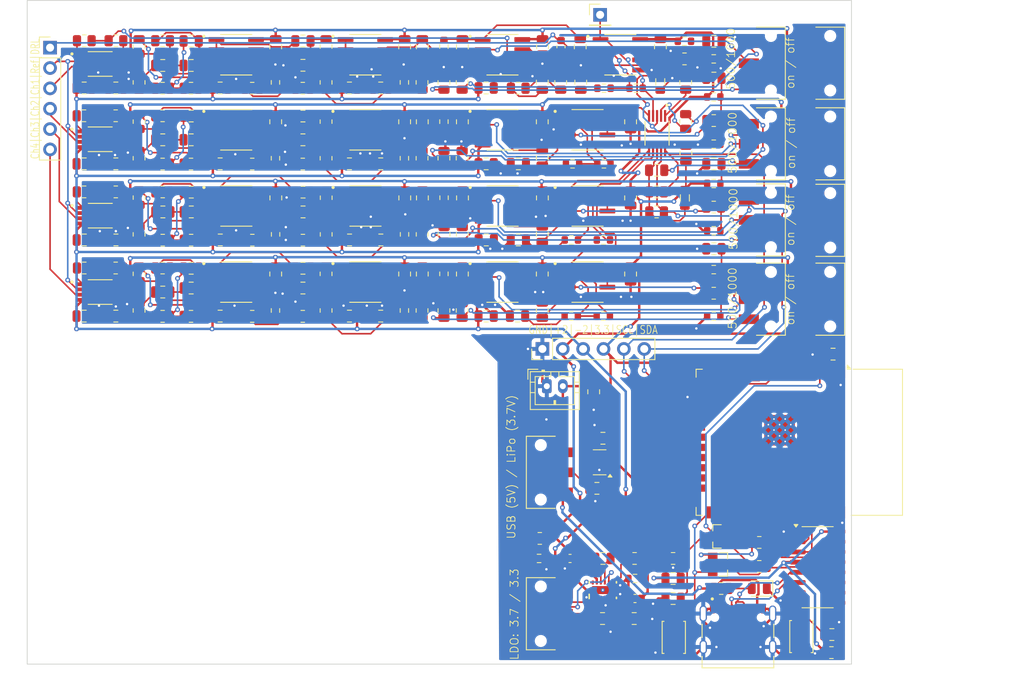
<source format=kicad_pcb>
(kicad_pcb (version 20240108) (generator "pcbnew") (generator_version "8.0")
  (layers (0 "F.Cu" signal) (31 "B.Cu" signal) (34 "B.Paste" user) (35 "F.Paste" user) (36 "B.SilkS" user "B.Silkscreen") (37 "F.SilkS" user "F.Silkscreen") (38 "B.Mask" user) (39 "F.Mask" user) (44 "Edge.Cuts" user))
  (net 0 "")
  (net 1 "Net-(U4-EN+)")
  (net 2 "GND")
  (net 3 "Net-(U4-C1-)")
  (net 4 "Net-(U4-C1+)")
  (net 5 "Net-(U4-CPOUT)")
  (net 6 "+2V")
  (net 7 "-2V")
  (net 8 "Net-(C6-Pad1)")
  (net 9 "Net-(U2--IN_B)")
  (net 10 "Net-(U1-VOUT)")
  (net 11 "Net-(U2-+IN_A)")
  (net 12 "Net-(C10-Pad1)")
  (net 13 "Net-(U2--IN_A)")
  (net 14 "Net-(U5-+IN_A)")
  (net 15 "Net-(C11-Pad2)")
  (net 16 "Net-(U5--IN_B)")
  (net 17 "Net-(U5-OUT_B)")
  (net 18 "Net-(U6--IN_A)")
  (net 19 "C1_0")
  (net 20 "Net-(U6-OUT_B)")
  (net 21 "DRL_1")
  (net 22 "DRL")
  (net 23 "Net-(C17-Pad2)")
  (net 24 "3.3V")
  (net 25 "Net-(U8-VOUT)")
  (net 26 "Net-(C31-Pad2)")
  (net 27 "Net-(U9--IN_B)")
  (net 28 "Net-(U9-+IN_A)")
  (net 29 "Net-(C36-Pad2)")
  (net 30 "Net-(U9--IN_A)")
  (net 31 "Net-(C37-Pad2)")
  (net 32 "Net-(U10-+IN_A)")
  (net 33 "Net-(U10--IN_B)")
  (net 34 "Net-(U10-OUT_B)")
  (net 35 "Net-(C42-Pad2)")
  (net 36 "Net-(U11--IN_A)")
  (net 37 "C2_0")
  (net 38 "Net-(C48-Pad2)")
  (net 39 "C3_0")
  (net 40 "Net-(U13-VOUT)")
  (net 41 "Net-(C53-Pad2)")
  (net 42 "Net-(U15--IN_B)")
  (net 43 "Net-(U15-+IN_A)")
  (net 44 "Net-(C56-Pad2)")
  (net 45 "C4_0")
  (net 46 "Net-(C61-Pad2)")
  (net 47 "Net-(U15--IN_A)")
  (net 48 "Net-(C62-Pad2)")
  (net 49 "Net-(U17-+IN_A)")
  (net 50 "Net-(U17--IN_B)")
  (net 51 "Net-(U17-OUT_B)")
  (net 52 "Net-(U18--IN_A)")
  (net 53 "Net-(U19-VOUT)")
  (net 54 "Net-(C72-Pad2)")
  (net 55 "Net-(U20--IN_B)")
  (net 56 "Net-(U20-+IN_A)")
  (net 57 "Net-(C77-Pad2)")
  (net 58 "Net-(U20--IN_A)")
  (net 59 "Net-(C78-Pad2)")
  (net 60 "Net-(U21-+IN_A)")
  (net 61 "Net-(U21-OUT_B)")
  (net 62 "Net-(U21--IN_B)")
  (net 63 "Net-(U22--IN_A)")
  (net 64 "Net-(U23-VI)")
  (net 65 "EN")
  (net 66 "IO0")
  (net 67 "Net-(C92-Pad1)")
  (net 68 "Net-(D1-A)")
  (net 69 "5V")
  (net 72 "USB_D-")
  (net 75 "USB_D+")
  (net 76 "Channel3")
  (net 77 "Channel1")
  (net 78 "Channel_ref")
  (net 79 "Channel2")
  (net 80 "Channel4")
  (net 81 "3.7V")
  (net 82 "SCL")
  (net 83 "SDA")
  (net 84 "RTS")
  (net 85 "Net-(Q1-B)")
  (net 86 "Net-(Q2-B)")
  (net 87 "DTR")
  (net 88 "Net-(U4-FB+)")
  (net 89 "Net-(U4-FB-)")
  (net 90 "Net-(U1-RG1)")
  (net 91 "Net-(U1-RG2)")
  (net 92 "Net-(C7-Pad2)")
  (net 93 "Net-(U2-+IN_B)")
  (net 94 "Net-(U5--IN_A)")
  (net 95 "Net-(R17-Pad2)")
  (net 96 "ADC_1")
  (net 97 "Net-(U7--IN_A)")
  (net 98 "Net-(R23-Pad1)")
  (net 99 "Net-(U3-ADDR)")
  (net 100 "Net-(U3-ALERT{slash}RDY)")
  (net 101 "Net-(U8-RG1)")
  (net 102 "Net-(R28-Pad2)")
  (net 103 "Net-(U8-RG2)")
  (net 104 "Net-(C32-Pad1)")
  (net 105 "Net-(U9-+IN_B)")
  (net 106 "Net-(U10--IN_A)")
  (net 107 "Net-(R40-Pad2)")
  (net 108 "Net-(R41-Pad1)")
  (net 109 "Net-(U12--IN_A)")
  (net 110 "ADC_2")
  (net 111 "Net-(R45-Pad2)")
  (net 112 "Net-(U13-RG1)")
  (net 113 "Net-(U13-RG2)")
  (net 114 "Net-(U14--IN_A)")
  (net 115 "ADC_3")
  (net 116 "Net-(C54-Pad1)")
  (net 117 "Net-(U16--IN_A)")
  (net 118 "ADC_4")
  (net 119 "Net-(U15-+IN_B)")
  (net 120 "Net-(U17--IN_A)")
  (net 121 "Net-(R61-Pad2)")
  (net 122 "Net-(R62-Pad1)")
  (net 123 "Net-(U19-RG1)")
  (net 124 "Net-(R64-Pad2)")
  (net 125 "Net-(U19-RG2)")
  (net 126 "Net-(C73-Pad1)")
  (net 127 "Net-(U20-+IN_B)")
  (net 128 "Net-(U21--IN_A)")
  (net 129 "Net-(R76-Pad2)")
  (net 130 "Net-(R77-Pad1)")
  (net 131 "Net-(U7--IN_B)")
  (net 132 "Net-(U11--IN_B)")
  (net 133 "Net-(U12--IN_B)")
  (net 134 "Net-(U14--IN_B)")
  (net 135 "Net-(U16--IN_B)")
  (net 136 "Net-(U18--IN_B)")
  (net 137 "Net-(U22--IN_B)")
  (net 139 "CH340_RX")
  (net 141 "VP")
  (net 147 "VN")
  (net 164 "CH340_TX")
  (net 179 "Net-(U7-+IN_A)")
  (net 180 "Net-(U12-+IN_A)")
  (net 181 "Net-(U14-+IN_A)")
  (net 182 "Net-(U16-+IN_A)")
  (net 183 "Net-(C93-Pad1)")
  (net 184 "Net-(C94-Pad1)")
  (net 185 "Net-(C95-Pad1)")
  (net 186 "Net-(R7-Pad2)")
  (net 187 "Net-(R8-Pad1)")
  (net 188 "Net-(R30-Pad2)")
  (net 189 "Net-(R32-Pad1)")
  (net 190 "Net-(R102-Pad1)")
  (net 191 "Net-(R103-Pad2)")
  (net 192 "Net-(R100-Pad1)")
  (net 193 "Net-(R101-Pad2)")
  (net 194 "GND_ADC")
  (net 195 "VDD")
  (footprint "Capacitor_SMD:C_0805_2012Metric" (layer "F.Cu") (at 62.135 27.0325)
    (property "Reference" "C11" (hide yes))
    (property "Value" "4.7u" (hide yes))
  )
  (footprint "Capacitor_SMD:C_0805_2012Metric" (layer "F.Cu") (at 98.6 88.25 180)
    (property "Reference" "C88" (hide yes))
    (property "Value" "100n" (hide yes))
  )
  (footprint "Resistor_SMD:R_0805_2012Metric" (layer "F.Cu") (at 32 35.8 90)
    (property "Reference" "R98" (hide yes))
    (property "Value" "1.8k" (hide yes))
  )
  (footprint "my_footprints:SOIC127P599X175-8N" (layer "F.Cu") (at 77.32 22.885)
    (property "Reference" "U6" (hide yes))
    (property "Value" "OPA2333AIDR" (hide yes))
  )
  (footprint "Capacitor_SMD:C_0805_2012Metric" (layer "F.Cu") (at 82.32 21.8825 90)
    (property "Reference" "C21" (hide yes))
    (property "Value" "0.1u" (hide yes))
  )
  (footprint "Resistor_SMD:R_0805_2012Metric" (layer "F.Cu") (at 55.335 40.73 -90)
    (property "Reference" "R72" (hide yes))
    (property "Value" "22k" (hide yes))
  )
  (footprint "Resistor_SMD:R_0805_2012Metric" (layer "F.Cu") (at 55.32 26.3325 -90)
    (property "Reference" "R14" (hide yes))
    (property "Value" "910" (hide yes))
  )
  (footprint "my_footprints:SOIC127P599X175-8N" (layer "F.Cu") (at 44.115 22.885)
    (property "Reference" "U2" (hide yes))
    (property "Value" "OPA2333AIDR" (hide yes))
  )
  (footprint "Capacitor_SMD:C_0805_2012Metric" (layer "F.Cu") (at 34.9675 42.5)
    (property "Reference" "C72" (hide yes))
    (property "Value" "100n" (hide yes))
  )
  (footprint "my_footprints:SW_JS102011SAQN" (layer "F.Cu") (at 118.2 34 90)
    (property "Reference" "S10" (hide yes))
    (property "Value" "K3-1280S-F1" (hide yes))
  )
  (footprint "my_footprints:SW_JS102011SAQN" (layer "F.Cu") (at 110.8 53.3915 90)
    (property "Reference" "S3" (hide yes))
    (property "Value" "K3-1280S-F1" (hide yes))
  )
  (footprint "Resistor_SMD:R_0805_2012Metric" (layer "F.Cu") (at 70.02 54.8 90)
    (property "Reference" "R62" (hide yes))
    (property "Value" "500" (hide yes))
  )
  (footprint "Resistor_SMD:R_0805_2012Metric" (layer "F.Cu") (at 25.1475 40)
    (property "Reference" "R64" (hide yes))
    (property "Value" "560" (hide yes))
  )
  (footprint "Capacitor_SMD:C_0805_2012Metric" (layer "F.Cu") (at 38.495 49.53)
    (property "Reference" "C54" (hide yes))
    (property "Value" "200n" (hide yes))
  )
  (footprint "Capacitor_SMD:C_0805_2012Metric" (layer "F.Cu") (at 67.32 31.25 90)
    (property "Reference" "C39" (hide yes))
    (property "Value" "1u" (hide yes))
  )
  (footprint "Resistor_SMD:R_0805_2012Metric" (layer "F.Cu") (at 52.43 46.03)
    (property "Reference" "R75" (hide yes))
    (property "Value" "47k" (hide yes))
  )
  (footprint "Capacitor_SMD:C_0805_2012Metric" (layer "F.Cu") (at 87.085 26.3125 -90)
    (property "Reference" "C17" (hide yes))
    (property "Value" "1u" (hide yes))
  )
  (footprint "my_footprints:SOIC127P599X175-8N" (layer "F.Cu") (at 87.93 41.7525)
    (property "Reference" "U14" (hide yes))
    (property "Value" "OPA2333AIDR" (hide yes))
  )
  (footprint "Capacitor_SMD:C_0805_2012Metric" (layer "F.Cu") (at 72.335 40.75 90)
    (property "Reference" "C83" (hide yes))
    (property "Value" "10n" (hide yes))
  )
  (footprint "Connector_PinHeader_2.54mm:PinHeader_1x06_P2.54mm_Vertical" (layer "F.Cu") (at 20.8975 22)
    (property "Reference" "J2" (hide yes))
    (property "Value" "Conn_01x06_Pin")
  )
  (footprint "Resistor_SMD:R_0603_1608Metric" (layer "F.Cu") (at 103.66943 49.7)
    (property "Reference" "R93" (hide yes))
    (property "Value" "100k" (hide yes))
  )
  (footprint "Capacitor_SMD:C_0805_2012Metric" (layer "F.Cu") (at 82.285 31.25 90)
    (property "Reference" "C44" (hide yes))
    (property "Value" "0.1u" (hide yes))
  )
  (footprint "Capacitor_SMD:C_0805_2012Metric" (layer "F.Cu") (at 52.45 42.5)
    (property "Reference" "C79" (hide yes))
    (property "Value" "10u" (hide yes))
  )
  (footprint "Resistor_SMD:R_0603_1608Metric" (layer "F.Cu") (at 103.66943 44.85 180)
    (property "Reference" "R92" (hide yes))
    (property "Value" "100k" (hide yes))
  )
  (footprint "Inductor_SMD:L_0805_2012Metric" (layer "F.Cu") (at 100.07 40.75 90)
    (property "Reference" "L1" (hide yes))
    (property "Value" "MMZ2012Y152BT000" (hide yes))
  )
  (footprint "Capacitor_SMD:C_0805_2012Metric" (layer "F.Cu") (at 96.55 37.3 180)
    (property "Reference" "C28" (hide yes))
    (property "Value" "1u" (hide yes))
  )
  (footprint "my_footprints:SOIC127P599X175-8N" (layer "F.Cu") (at 60.22 22.885)
    (property "Reference" "U5" (hide yes))
    (property "Value" "OPA2333AIDR" (hide yes))
  )
  (footprint "Resistor_SMD:R_0603_1608Metric" (layer "F.Cu") (at 89.8975 55.5)
    (property "Reference" "R53" (hide yes))
    (property "Value" "100k" (hide yes))
  )
  (footprint "Resistor_SMD:R_0805_2012Metric" (layer "F.Cu") (at 72.29 26.3325 -90)
    (property "Reference" "R17" (hide yes))
    (property "Value" "1k" (hide yes))
  )
  (footprint "Capacitor_SMD:C_0805_2012Metric" (layer "F.Cu") (at 67.335 40.75 90)
    (property "Reference" "C80" (hide yes))
    (property "Value" "1u" (hide yes))
  )
  (footprint "Resistor_SMD:R_0805_2012Metric" (layer "F.Cu") (at 52.415 27.0625)
    (property "Reference" "R13" (hide yes))
    (property "Value" "47k" (hide yes))
  )
  (footprint "my_footprints:DSS0012B" (layer "F.Cu") (at 89.834997 89.700001 90)
    (property "Reference" "U4" (hide yes))
    (property "Value" "LM27762DSSR" (hide yes))
  )
  (footprint "Resistor_SMD:R_0805_2012Metric" (layer "F.Cu") (at 34.9325 55.53 180)
    (property "Reference" "R49" (hide yes))
    (property "Value" "30k" (hide yes))
  )
  (footprint "Capacitor_SMD:C_0805_2012Metric" (layer "F.Cu") (at 93.3 31.25 90)
    (property "Reference" "C47" (hide yes))
    (property "Value" "0.1u" (hide yes))
  )
  (footprint "Resistor_SMD:R_0805_2012Metric" (layer "F.Cu") (at 46.11 27.0625)
    (property "Reference" "R10" (hide yes))
    (property "Value" "5k" (hide yes))
  )
  (footprint "my_footprints:SW_JS102011SAQN" (layer "F.Cu") (at 82.1 92.65 -90)
    (property "Reference" "S5" (hide yes))
    (property "Value" "K3-1280S-F1" (hide yes))
  )
  (footprint "my_footprints:SOIC127P599X175-8N" (layer "F.Cu") (at 44.115 51.2525)
    (property "Reference" "U15" (hide yes))
    (property "Value" "OPA2333AIDR" (hide yes))
  )
  (footprint "Resistor_SMD:R_0603_1608Metric" (layer "F.Cu") (at 65.09 35.8 90)
    (property "Reference" "R37" (hide yes))
    (property "Value" "1.1k" (hide yes))
  )
  (footprint "my_footprints:SW_JS102011SAQN" (layer "F.Cu") (at 118.2 43.55 90)
    (property "Reference" "S11" (hide yes))
    (property "Value" "K3-1280S-F1" (hide yes))
  )
  (footprint "Connector_PinHeader_2.54mm:PinHeader_1x06_P2.54mm_Vertical" (layer "F.Cu") (at 82.3 59.6 90)
    (property "Reference" "J4" (hide yes))
    (property "Value" "Conn_01x06_Pin" (hide yes))
  )
  (footprint "Capacitor_SMD:C_0805_2012Metric" (layer "F.Cu") (at 82.285 54.78 -90)
    (property "Reference" "C57" (hide yes))
    (property "Value" "4.7u" (hide yes))
  )
  (footprint "my_footprints:SW_TS-1088-AR02016" (layer "F.Cu") (at 98.6875 95.6 -90)
    (property "Reference" "S7" (hide yes))
    (property "Value" "TS-1088-AR02016" (hide yes))
  )
  (footprint "my_footprints:SW_TS-1088-AR02016" (layer "F.Cu") (at 114.6 95.5 -90)
    (property "Reference" "S8" (hide yes))
    (property "Value" "TS-1088-AR02016" (hide yes))
  )
  (footprint "Capacitor_SMD:C_0805_2012Metric" (layer "F.Cu") (at 103.68943 21.2)
    (property "Reference" "C92" (hide yes))
    (property "Value" "1u" (hide yes))
  )
  (footprint "Resistor_SMD:R_0805_2012Metric" (layer "F.Cu") (at 72.305 45.3 -90)
    (property "Reference" "R76" (hide yes))
    (property "Value" "1k" (hide yes))
  )
  (footprint "Capacitor_SMD:C_0805_2012Metric" (layer "F.Cu") (at 79.2 55.5)
    (property "Reference" "C56" (hide yes))
    (property "Value" "1u" (hide yes))
  )
  (footprint "Capacitor_SMD:C_0805_2012Metric" (layer "F.Cu") (at 75.3 46 180)
    (property "Reference" "C85" (hide yes))
    (property "Value" "0.1u" (hide yes))
  )
  (footprint "my_footprints:SOP65P490X110-8N" (layer "F.Cu") (at 27.1625 42.966666)
    (property "Reference" "U19" (hide yes))
    (property "Value" "INA333AIDGKR" (hide yes))
  )
  (footprint "Inductor_SMD:L_0805_2012Metric" (layer "F.Cu") (at 97 26.2625 -90)
    (property "Reference" "L2" (hide yes))
    (property "Value" "MMZ2012Y152BT000" (hide yes))
  )
  (footprint "Resistor_SMD:R_0603_1608Metric" (layer "F.Cu") (at 103.66943 28.1485)
    (property "Reference" "R87" (hide yes))
    (property "Value" "100k" (hide yes))
  )
  (footprint "Resistor_SMD:R_0805_2012Metric" (layer "F.Cu") (at 38.475 27.0625 180)
    (property "Reference" "R8" (hide yes))
    (property "Value" "30k" (hide yes))
  )
  (footprint "Resistor_SMD:R_0603_1608Metric" (layer "F.Cu") (at 70.02 31.23 90)
    (property "Reference" "R43" (hide yes))
    (property "Value" "100k" (hide yes))
  )
  (footprint "Capacitor_SMD:C_0805_2012Metric" (layer "F.Cu") (at 42.11 36.5 180)
    (property "Reference" "C35" (hide yes))
    (property "Value" "0.1u" (hide yes))
  )
  (footprint "my_footprints:SOIC127P599X175-8N" (layer "F.Cu") (at 87.93 32.2525)
    (property "Reference" "U12" (hide yes))
    (property "Value" "OPA2333AIDR" (hide yes))
  )
  (footprint "Resistor_SMD:R_0805_2012Metric" (layer "F.Cu") (at 34.9325 21.1325 180)
    (property "Reference" "R9" (hide yes))
    (property "Value" "16k" (hide yes))
  )
  (footprint "Resistor_SMD:R_0603_1608Metric" (layer "F.Cu") (at 85.8975 55.5)
    (property "Reference" "R52" (hide yes))
    (property "Value" "100k" (hide yes))
  )
  (footprint "my_footprints:HRO_TYPE-C-31-M-12" (layer "F.Cu") (at 106.6875 96.8)
    (property "Reference" "J1" (hide yes))
    (property "Value" "TYPE-C-31-M-12")
  )
  (footprint "Capacitor_SMD:C_0805_2012Metric" (layer "F.Cu") (at 25.1525 27.0325 180)
    (property "Reference" "C22" (hide yes))
    (property "Value" "0.1u" (hide yes))
  )
  (footprint "my_footprints:SOIC127P599X175-8N" (layer "F.Cu") (at 60.235 41.7525)
    (property "Reference" "U21" (hide yes))
    (property "Value" "OPA2333AIDR" (hide yes))
  )
  (footprint "Capacitor_SMD:C_0805_2012Metric" (layer "F.Cu") (at 34.9525 33.5)
    (property "Reference" "C31" (hide yes))
    (property "Value" "100n" (hide yes))
  )
  (footprint "Capacitor_SMD:C_0805_2012Metric" (layer "F.Cu") (at 25.1525 36.5 180)
    (property "Reference" "C30" (hide yes))
    (property "Value" "0.1u" (hide yes))
  )
  (footprint "my_footprints:SW_JS102011SAQN" (layer "F.Cu") (at 110.8 23.9385 90)
    (property "Reference" "S1" (hide yes))
    (property "Value" "K3-1280S-F1" (hide yes))
  )
  (footprint "Resistor_SMD:R_0805_2012Metric" (layer "F.Cu") (at 34.9325 49.5 180)
    (property "Reference" "R50" (hide yes))
    (property "Value" "16k" (hide yes))
  )
  (footprint "Capacitor_SMD:C_0805_2012Metric" (layer "F.Cu") (at 89.8 93.25)
    (property "Reference" "C1" (hide yes))
    (property "Value" "4.7u" (hide yes))
  )
  (footprint "Capacitor_SMD:C_0805_2012Metric" (layer "F.Cu") (at 82.285 45.28 -90)
    (property "Reference" "C49" (hide yes))
    (property "Value" "4.7u" (hide yes))
  )
  (footprint "Capacitor_SMD:C_0805_2012Metric" (layer "F.Cu") (at 103.68943 25.8 180)
    (property "Reference" "C93" (hide yes))
    (property "Value" "1u" (hide yes))
  )
  (footprint "Resistor_SMD:R_0805_2012Metric" (layer "F.Cu") (at 67.29 26.3325 90)
    (property "Reference" "R16" (hide yes))
    (property "Value" "910" (hide yes))
  )
  (footprint "Resistor_SMD:R_0805_2012Metric" (layer "F.Cu") (at 96.545 42.5)
    (property "Reference" "R25" (hide yes))
    (property "Value" "10k" (hide yes))
  )
  (footprint "my_footprints:SOP65P490X110-8N" (layer "F.Cu") (at 27.1475 52.5)
    (property "Reference" "U13" (hide yes))
    (property "Value" "INA333AIDGKR" (hide yes))
  )
  (footprint "my_footprints:SW_JS102011SAQN" (layer "F.Cu") (at 118.2 53.3915 90)
    (property "Reference" "S12" (hide yes))
    (property "Value" "K3-1280S-F1" (hide yes))
  )
  (footprint "Resistor_SMD:R_0805_2012Metric" (layer "F.Cu") (at 52.415 55.53)
    (property "Reference" "R60" (hide yes))
    (property "Value" "47k" (hide yes))
  )
  (footprint "Capacitor_SMD:C_0805_2012Metric" (layer "F.Cu") (at 29.115 46 180)
    (property "Reference" "C70" (hide yes))
    (property "Value" "0.1u" (hide yes))
  )
  (footprint "Capacitor_SMD:C_0805_2012Metric" (layer "F.Cu") (at 97.02 21.8825 90)
    (property "Reference" "C26" (hide yes))
    (property "Value" "0.1u" (hide yes))
  )
  (footprint "Resistor_SMD:R_0805_2012Metric" (layer "F.Cu") (at 55.32 50.23 -90)
    (property "Reference" "R57" (hide yes))
    (property "Value" "22k" (hide yes))
  )
  (footprint "Capacitor_SMD:C_0805_2012Metric" (layer "F.Cu") (at 88.7 64.95 90)
    (property "Reference" "C96" (hide yes))
    (property "Value" "10u")
  )
  (footprint "Resistor_SMD:R_0805_2012Metric" (layer "F.Cu") (at 46.125 46.03)
    (property "Reference" "R69" (hide yes))
    (property "Value" "5k" (hide yes))
  )
  (footprint "Capacitor_SMD:C_0805_2012Metric" (layer "F.Cu") (at 65.12 21.8825 90)
    (property "Reference" "C20" (hide yes))
    (property "Value" "0.1u" (hide yes))
  )
  (footprint "my_footprints:SW_JS102011SAQN" (layer "F.Cu") (at 82.1 75 -90)
    (property "Reference" "S6" (hide yes))
    (property "Value" "K3-1280S-F1" (hide yes))
  )
  (footprint "Resistor_SMD:R_0805_2012Metric" (layer "F.Cu") (at 55.32 54.8 -90)
    (property "Reference" "R56" (hide yes))
    (property "Value" "910" (hide yes))
  )
  (footprint "Resistor_SMD:R_0805_2012Metric" (layer "F.Cu") (at 29.08 30.5 180)
    (property "Reference" "R29" (hide yes))
    (property "Value" "560" (hide yes))
  )
  (footprint "Capacitor_SMD:C_0805_2012Metric" (layer "F.Cu") (at 79.3 46)
    (property "Reference" "C48" (hide yes))
    (property "Value" "1u" (hide yes))
  )
  (footprint "Resistor_SMD:R_0805_2012Metric" (layer "F.Cu") (at 34.9475 40 180)
    (property "Reference" "R67" (hide yes))
    (property "Value" "16k" (hide yes))
  )
  (footprint "Resistor_SMD:R_0805_2012Metric" (layer "F.Cu") (at 29.115 21.1325 180)
    (property "Reference" "R6" (hide yes))
    (property "Value" "560" (hide yes))
  )
  (footprint "Capacitor_SMD:C_0805_2012Metric" (layer "F.Cu") (at 118.55 60.25)
    (property "Reference" "C91" (hide yes))
    (property "Value" "100n" (hide yes))
  )
  (footprint "Capacitor_SMD:C_0805_2012Metric" (layer "F.Cu") (at 87.02 21.8825 -90)
    (property "Reference" "C16" (hide yes))
    (property "Value" "4.7u" (hide yes))
  )
  (footprint "Resistor_SMD:R_0805_2012Metric" (layer "F.Cu") (at 72.29 54.8 -90)
    (property "Reference" "R61" (hide yes))
    (property "Value" "1k" (hide yes))
  )
  (footprint "Capacitor_SMD:C_0805_2012Metric" (layer "F.Cu") (at 34.9525 24.22)
    (property "Reference" "C7" (hide yes))
    (property "Value" "100n" (hide yes))
  )
  (footprint "Resistor_SMD:R_0603_1608Metric" (layer "F.Cu") (at 70.02 50.23 90)
    (property "Reference" "R63" (hide yes))
    (property "Value" "100k" (hide yes))
  )
  (footprint "Capacitor_SMD:C_0805_2012Metric" (layer "F.Cu") (at 29.1 27.0325 180)
    (property "Reference" "C18" (hide yes))
    (property "Value" "0.1u" (hide yes))
  )
  (footprint "Capacitor_SMD:C_0805_2012Metric" (layer "F.Cu") (at 29.1 36.5 180)
    (property "Reference" "C29" (hide yes))
    (property "Value" "0.1u" (hide yes))
  )
  (footprint "Capacitor_SMD:C_0805_2012Metric" (layer "F.Cu") (at 89.1 77)
    (property "Reference" "C87" (hide yes))
    (property "Value" "1u" (hide yes))
  )
  (footprint "Capacitor_SMD:C_0805_2012Metric" (layer "F.Cu") (at 75.285 36.5 180)
    (property "Reference" "C45" (hide yes))
    (property "Value" "0.1u" (hide yes))
  )
  (footprint "Capacitor_SMD:C_0805_2012Metric" (layer "F.Cu") (at 52.435 33.5)
    (property "Reference" "C38" (hide yes))
    (property "Value" "10u" (hide yes))
  )
  (footprint "Capacitor_SMD:C_0805_2012Metric" (layer "F.Cu") (at 75.285 27.0325 180)
    (property "Reference" "C25" (hide yes))
    (property "Value" "0.1u" (hide yes))
  )
  (footprint "Resistor_SMD:R_0603_1608Metric" (layer "F.Cu") (at 89.985 27.0625)
    (property "Reference" "R22" (hide yes))
    (property "Value" "100k" (hide yes))
  )
  (footprint "Capacitor_SMD:C_0805_2012Metric" (layer "F.Cu") (at 58.235 55.5)
    (property "Reference" "C66" (hide yes))
    (property "Value" "0.1u" (hide yes))
  )
  (footprint "Resistor_SMD:R_0805_2012Metric" (layer "F.Cu") (at 70.02 35.8 90)
    (property "Reference" "R41" (hide yes))
    (property "Value" "500" (hide yes))
  )
  (footprint "Resistor_SMD:R_0805_2012Metric" (layer "F.Cu") (at 46.11 36.53)
    (property "Reference" "R33" (hide yes))
    (property "Value" "5k" (hide yes))
  )
  (footprint "Resistor_SMD:R_0805_2012Metric" (layer "F.Cu") (at 34.9325 30.5 180)
    (property "Reference" "R31" (hide yes))
    (property "Value" "16k" (hide yes))
  )
  (footprint "Resistor_SMD:R_0805_2012Metric" (layer "F.Cu") (at 32 54.8 90)
    (property "Reference" "R102" (hide yes))
    (property "Value" "1.8k" (hide yes))
  )
  (footprint "Capacitor_SMD:C_0805_2012Metric" (layer "F.Cu") (at 72.32 21.8825 90)
    (property "Reference" "C13" (hide yes))
    (property "Value" "10n" (hide yes))
  )
  (footprint "Capacitor_SMD:C_0805_2012Metric" (layer "F.Cu") (at 49.04 31.25 90)
    (property "Reference" "C34" (hide yes))
    (property "Value" "0.1u" (hide yes))
  )
  (footprint "Resistor_SMD:R_0603_1608Metric" (layer "F.Cu") (at 86.06 36.5)
    (property "Reference" "R42" (hide yes))
    (property "Value" "100k" (hide yes))
  )
  (footprint "Capacitor_SMD:C_0805_2012Metric" (layer "F.Cu") (at 82.3 40.75 90)
    (property "Reference" "C84" (hide yes))
    (property "Value" "0.1u" (hide yes))
  )
  (footprint "Resistor_SMD:R_0805_2012Metric" (layer "F.Cu") (at 70.035 45.3 90)
    (property "Reference" "R77" (hide yes))
    (property "Value" "500" (hide yes))
  )
  (footprint "Capacitor_SMD:C_0805_2012Metric" (layer "F.Cu") (at 49.04 50.25 90)
    (property "Reference" "C58" (hide yes))
    (property "Value" "0.1u" (hide yes))
  )
  (footprint "Capacitor_SMD:C_0805_2012Metric" (layer "F.Cu") (at 82.285 35.75 -90)
    (property "Reference" "C46" (hide yes))
    (property "Value" "4.7u" (hide yes))
  )
  (footprint "Resistor_SMD:R_0603_1608Metric" (layer "F.Cu") (at 70.035 40.73 90)
    (property "Reference" "R78" (hide yes))
    (property "Value" "100k" (hide yes))
  )
  (footprint "Capacitor_SMD:C_0805_2012Metric" (layer "F.Cu") (at 75.285 55.5 180)
    (property "Reference" "C69" (hide yes))
    (property "Value" "0.1u" (hide yes))
  )
  (footprint "Resistor_SMD:R_0805_2012Metric" (layer "F.Cu") (at 32 31.23 90)
    (property "Reference" "R99" (hide yes))
    (property "Value" "1.8k" (hide yes))
  )
  (footprint "Capacitor_SMD:C_0805_2012Metric" (layer "F.Cu") (at 38.51 40.03)
    (property "Reference" "C73" (hide yes))
    (property "Value" "200n" (hide yes))
  )
  (footprint "Capacitor_SMD:C_0805_2012Metric" (layer "F.Cu") (at 98.6 90.75 180)
    (property "Reference" "C89" (hide yes))
    (property "Value" "100n" (hide yes))
  )
  (footprint "Capacitor_SMD:C_0805_2012Metric" (layer "F.Cu") (at 65.12 31.25 90)
    (property "Reference" "C40" (hide yes))
    (property "Value" "0.1u" (hide yes))
  )
  (footprint "Resistor_SMD:R_0805_2012Metric" (layer "F.Cu") (at 55.335 45.3 -90)
    (property "Reference" "R71" (hide yes))
    (property "Value" "910" (hide yes))
  )
  (footprint "Resistor_SMD:R_0603_1608Metric" (layer "F.Cu") (at 49.025 45.3 90)
    (property "Reference" "R70" (hide yes))
    (property "Value" "95k" (hide yes))
  )
  (footprint "Resistor_SMD:R_0805_2012Metric" (layer "F.Cu") (at 34.9475 46.03 180)
    (property "Reference" "R66" (hide yes))
    (property "Value" "30k" (hide yes))
  )
  (footprint "my_footprints:SW_JS102011SAQN" (layer "F.Cu") (at 118.2 23.9385 90)
    (property "Reference" "S9" (hide yes))
    (property "Value" "K3-1280S-F1" (hide yes))
  )
  (footprint "my_footprints:SOIC127P599X175-8N" (layer "F.Cu") (at 77.32 51.2525)
    (property "Reference" "U18" (hide yes))
    (property "Value" "OPA2333AIDR" (hide yes))
  )
  (footprint "Resistor_SMD:R_0603_1608Metric" (layer "F.Cu") (at 89.9125 46)
    (property "Reference" "R48" (hide yes))
    (property "Value" "100k" (hide yes))
  )
  (footprint "Resistor_SMD:R_0805_2012Metric" (layer "F.Cu") (at 55.32 35.8 -90)
    (property "Reference" "R35" (hide yes))
    (property "Value" "910" (hide yes))
  )
  (footprint "Capacitor_SMD:C_0805_2012Metric" (layer "F.Cu") (at 29.1 55.5 180)
    (property "Reference" "C50" (hide yes))
    (property "Value" "0.1u" (hide yes))
  )
  (footprint "Capacitor_SMD:C_0805_2012Metric" (layer "F.Cu") (at 58.25 46 180)
    (property "Reference" "C82" (hide yes))
    (property "Value" "0.1u" (hide yes))
  )
  (footprint "Capacitor_SMD:C_0805_2012Metric" (layer "F.Cu") (at 62.135 55.5)
    (property "Reference" "C62" (hide yes))
    (property "Value" "4.7u" (hide yes))
  )
  (footprint "Resistor_SMD:R_0805_2012Metric" (layer "F.Cu") (at 104.6 89.5)
    (property "Reference" "R79" (hide yes))
    (property "Value" "1k" (hide yes))
  )
  (footprint "Resistor_SMD:R_0603_1608Metric" (layer "F.Cu") (at 70.02 21.8625 90)
    (property "Reference" "R18" (hide yes))
    (property "Value" "100k" (hide yes))
  )
  (footprint "Capacitor_SMD:C_0603_1608Metric" (layer "F.Cu") (at 85.75 85.75 180)
    (property "Reference" "C4" (hide yes))
    (property "Value" "2.2u" (hide yes))
  )
  (footprint "Capacitor_SMD:C_0805_2012Metric" (layer "F.Cu") (at 58.235 36.5 180)
    (property "Reference" "C41" (hide yes))
    (property "Value" "0.1u" (hide yes))
  )
  (footprint "my_footprints:SOIC127P599X175-8N" (layer "F.Cu") (at 44.13 41.7525)
    (property "Reference" "U20" (hide yes))
    (property "Value" "OPA2333AIDR" (hide yes))
  )
  (footprint "Capacitor_SMD:C_0805_2012Metric" (layer "F.Cu") (at 103.68943 36.5 180)
    (property "Reference" "C94" (hide yes))
    (property "Value" "1u" (hide yes))
  )
  (footprint "my_footprints:SOIC127P599X175-8N" (layer "F.Cu") (at 77.335 41.7525)
    (property "Reference" "U22" (hide yes))
    (property "Value" "OPA2333AIDR" (hide yes))
  )
  (footprint "Resistor_SMD:R_0805_2012Metric" (layer "F.Cu") (at 32 45.3 90)
    (property "Reference" "R100" (hide yes))
    (property "Value" "1.8k" (hide yes))
  )
  (footprint "Resistor_SMD:R_0603_1608Metric" (layer "F.Cu") (at 103.66943 55.5 180)
    (property "Reference" "R95" (hide yes))
    (property "Value" "100k" (hide yes))
  )
  (footprint "my_footprints:SOT-23" (layer "F.Cu") (at 104.35 83 90)
    (property "Reference" "Q1" (hide yes))
    (property "Value" "Q_NPN_BEC" (hide yes))
  )
  (footprint "Resistor_SMD:R_0805_2012Metric" (layer "F.Cu") (at 109.35 83.75 180)
    (property "Reference" "R81" (hide yes))
    (property "Value" "10k" (hide yes))
  )
  (footprint "Capacitor_SMD:C_0805_2012Metric" (layer "F.Cu") (at 58.235 27.0325 180)
    (property "Reference" "C24" (hide yes))
    (property "Value" "0.1u" (hide yes))
  )
  (footprint "Resistor_SMD:R_0805_2012Metric" (layer "F.Cu") (at 29.08 49.5 180)
    (property "Reference" "R46" (hide yes))
    (property "Value" "560" (hide yes))
  )
  (footprint "LED_SMD:LED_0805_2012Metric" (layer "F.Cu") (at 109.35 89.5 180)
    (property "Reference" "D1" (hide yes))
    (property "Value" "LED" (hide yes))
  )
  (footprint "Resistor_SMD:R_0805_2012Metric" (layer "F.Cu") (at 29.095 40 180)
    (property "Reference" "R65" (hide yes))
    (property "Value" "560" (hide yes))
  )
  (footprint "Resistor_SMD:R_0603_1608Metric" (layer "F.Cu") (at 49.01 35.8 90)
    (property "Reference" "R34" (hide yes))
    (property "Value" "95k" (hide yes))
  )
  (footprint "Capacitor_SMD:C_0805_2012Metric" (layer "F.Cu") (at 52.435 21.1625)
    (property "Reference" "C9" (hide yes))
    (property "Value" "10u" (hide yes))
  )
  (footprint "Resistor_SMD:R_0805_2012Metric" (layer "F.Cu") (at 81.975 83.25)
    (property "Reference" "R1" (hide yes))
    (property "Value" "66.7k" (hide yes))
  )
  (footprint "Resistor_SMD:R_0805_2012Metric" (layer "F.Cu") (at 34.9325 27.0625 180)
    (property "Reference" "R7" (hide yes))
    (property "Value" "30k" (hide yes))
  )
  (footprint "my_footprints:SOP65P490X110-8N" (layer "F.Cu") (at 27.1475 24.0325)
    (property "Reference" "U1" (hide yes))
    (property "Value" "INA333AIDGKR" (hide yes))
  )
  (footprint "Capacitor_SMD:C_0805_2012Metric" (layer "F.Cu") (at 62.15 46)
    (property "Reference" "C78" (hide yes))
    (property "Value" "4.7u" (hide yes))
  )
  (footprint "Capacitor_SMD:C_0805_2012Metric" (layer "F.Cu") (at 42.125 46 180)
    (property "Reference" "C76" (hide yes))
    (property "Value" "0.1u" (hide yes))
  )
  (footprint "RF_Module:ESP32-WROOM-32D" (layer "F.Cu") (at 111.35 71.25 -90)
    (property "Reference" "U24" (hide yes))
    (property "Value" "ESP32-WROOM-32D" (hide yes))
  )
  (footprint "my_footprints:SOIC127P599X175-8N" (layer "F.Cu") (at 92.02 22.885)
    (property "Reference" "U7" (hide yes))
    (property "Value" "OPA2333AIDR" (hide yes))
  )
  (footprint "Resistor_SMD:R_0805_2012Metric" (layer "F.Cu") (at 38.475 55.53 180)
    (property "Reference" "R51" (hide yes))
    (property "Value" "30k" (hide yes))
  )
  (footprint "my_footprints:SW_JS102011SAQN" (layer "F.Cu") (at 110.8 43.5 90)
    (property "Reference" "S4" (hide yes))
    (property "Value" "K3-1280S-F1" (hide yes))
  )
  (footprint "my_footprints:SOIC127P599X175-8N" (layer "F.Cu") (at 60.22 51.2525)
    (property "Reference" "U17" (hide yes))
    (property "Value" "OPA2333AIDR" (hide yes))
  )
  (footprint "Resistor_SMD:R_0805_2012Metric" (layer "F.Cu") (at 96.545 40)
    (property "Reference" "R24" (hide yes))
    (property "Value" "10k" (hide yes))
  )
  (footprint "Resistor_SMD:R_0805_2012Metric" (layer "F.Cu") (at 32 21.8625 90)
    (property "Reference" "R97" (hide yes))
    (property "Value" "1.8k" (hide yes))
  )
  (footprint "Resistor_SMD:R_0805_2012Metric" (layer "F.Cu") (at 100.17 31.2125 90)
    (property "Reference" "R27" (hide yes))
    (property "Value" "10k" (hide yes))
  )
  (footprint "my_footprints:SOP50P490X110-10N" (layer "F.Cu") (at 96.6 32.67 -90)
    (property "Reference" "U3" (hide yes))
    (property "Value" "ADS1115IDGSR" (hide yes))
  )
  (footprint "Resistor_SMD:R_0603_1608Metric" (layer "F.Cu") (at 89.9725 36.5)
    (property "Reference" "R44" (hide yes))
    (property "Value" "100k" (hide yes))
  )
  (footprint "Capacitor_SMD:C_0805_2012Metric" (layer "F.Cu") (at 52.435 49.53)
    (property "Reference" "C61" (hide yes))
    (property "Value" "10u" (hide yes))
  )
  (footprint "Connector_JST:JST_PH_B2B-PH-K_1x02_P2.00mm_Vertical" (layer "F.Cu") (at 82.85 64.25)
    (property "Reference" "J3" (hide yes))
    (property "Value" "JSL-PH-02" (hide yes))
  )
  (footprint "Resistor_SMD:R_0603_1608Metric" (layer "F.Cu") (at 49.01 54.8 90)
    (property "Reference" "R55" (hide yes))
    (property "Value" "95k" (hide yes))
  )
  (footprint "Resistor_SMD:R_0603_1608Metric" (layer "F.Cu") (at 85.9125 46)
    (property "Reference" "R47" (hide yes))
    (property "Value" "100k" (hide yes))
  )
  (footprint "Capacitor_SMD:C_0805_2012Metric" (layer "F.Cu") (at 89.85 85.75 180)
    (property "Reference" "C2" (hide yes))
    (property "Value" "1u" (hide yes))
  )
  (footprint "Capacitor_SMD:C_0805_2012Metric" (layer "F.Cu") (at 52.435 52)
    (property "Reference" "C63" (hide yes))
    (property "Value" "10u" (hide yes))
  )
  (footprint "Capacitor_SMD:C_0805_2012Metric" (layer "F.Cu") (at 49.04 21.8825 90)
    (property "Reference" "C19" (hide yes))
    (property "Value" "0.1u" (hide yes))
  )
  (footprint "Capacitor_SMD:C_0805_2012Metric" (layer "F.Cu") (at 34.9525 52.5)
    (property "Reference" "C53" (hide yes))
    (property "Value" "100n" (hide yes))
  )
  (footprint "Resistor_SMD:R_0805_2012Metric" (layer "F.Cu") (at 103.66943 41.9)
    (property "Reference" "R91" (hide yes))
    (property "Value" "1M" (hide yes))
  )
  (footprint "my_footprints:SOIC127P599X175-8N" (layer "F.Cu") (at 77.32 32.2525)
    (property "Reference" "U11" (hide yes))
    (property "Value" "OPA2333AIDR" (hide yes))
  )
  (footprint "Resistor_SMD:R_0805_2012Metric" (layer "F.Cu") (at 100.17 26.3325 90)
    (property "Reference" "R26" (hide yes))
    (property "Value" "10k" (hide yes))
  )
  (footprint "Capacitor_SMD:C_0805_2012Metric" (layer "F.Cu") (at 52.45 40.03)
    (property "Reference" "C77" (hide yes))
    (property "Value" "10u" (hide yes))
  )
  (footprint "Capacitor_SMD:C_0805_2012Metric" (layer "F.Cu") (at 38.495 52)
    (property "Reference" "C55" (hide yes))
    (property "Value" "100n" (hide yes))
  )
  (footprint "Resistor_SMD:R_0805_2012Metric" (layer "F.Cu") (at 38.49 46.03 180)
    (property "Reference" "R68" (hide yes))
    (property "Value" "30k" (hide yes))
  )
  (footprint "Resistor_SMD:R_0805_2012Metric" (layer "F.Cu") (at 103.66943 31.0985)
    (property "Reference" "R88" (hide yes))
    (property "Value" "1M" (hide yes))
  )
  (footprint "Capacitor_SMD:C_0805_2012Metric" (layer "F.Cu") (at 38.495 33.5)
    (property "Reference" "C33" (hide yes))
    (property "Value" "100n" (hide yes))
  )
  (footprint "Capacitor_SMD:C_0805_2012Metric" (layer "F.Cu") (at 100.2 35.2 90)
    (property "Reference" "C27" (hide yes))
    (property "Value" "1u" (hide yes))
  )
  (footprint "Resistor_SMD:R_0805_2012Metric" (layer "F.Cu") (at 79.285 27.0625)
    (property "Reference" "R19" (hide yes))
    (property "Value" "5.6k" (hide yes))
  )
  (footprint "Resistor_SMD:R_0805_2012Metric" (layer "F.Cu") (at 25.1325 30.5)
    (property "Reference" "R28" (hide yes))
    (property "Value" "560" (hide yes))
  )
  (footprint "Resistor_SMD:R_0805_2012Metric" (layer "F.Cu") (at 38.475 36.53 180)
    (property "Reference" "R32" (hide yes))
    (property "Value" "30k" (hide yes))
  )
  (footprint "Resistor_SMD:R_0805_2012Metric" (layer "F.Cu") (at 98.6 85.75)
    (property "Reference" "R82" (hide yes))
    (property "Value" "10k" (hide yes))
  )
  (footprint "Resistor_SMD:R_0805_2012Metric" (layer "F.Cu") (at 109.35 86.75 180)
    (property "Reference" "R80" (hide yes))
    (property "Value" "10k" (hide yes))
  )
  (footprint "Resistor_SMD:R_0603_1608Metric" (layer "F.Cu") (at 103.66943 23.4)
    (property "Reference" "R86" (hide yes))
    (property "Value" "100k" (hide yes))
  )
  (footprint "Resistor_SMD:R_0805_2012Metric" (layer "F.Cu") (at 93.8 85.75 180)
    (property "Reference" "R4" (hide yes))
    (property "Value" "63.9k" (hide yes))
  )
  (footprint "Capacitor_SMD:C_0603_1608Metric" (layer "F.Cu") (at 84.62 21.8825 90)
    (property "Reference" "C15" (hide yes))
    (property "Value" "10p" (hide yes))
  )
  (footprint "Resistor_SMD:R_0603_1608Metric" (layer "F.Cu") (at 100.0125 21.2)
    (property "Reference" "R84" (hide yes))
    (property "Value" "100k" (hide yes))
  )
  (footprint "Capacitor_SMD:C_0805_2012Metric" (layer "F.Cu") (at 42.11 55.5 180)
    (property "Reference" "C59" (hide yes))
    (property "Value" "0.1u" (hide yes))
  )
  (footprint "Resistor_SMD:R_0805_2012Metric" (layer "F.Cu") (at 32 40.7125 90)
    (property "Reference" "R101" (hide yes))
    (property "Value" "1.8k" (hide yes))
  )
  (footprint "Resistor_SMD:R_0603_1608Metric" (layer "F.Cu") (at 93.85 88.25 180)
    (property "Reference" "R3" (hide yes))
    (property "Value" "100k" (hide yes))
  )
  (footprint "Capacitor_SMD:C_0805_2012Metric" (layer "F.Cu") (at 118.4 95.25)
    (property "Reference" "C90" (hide yes))
    (property "Value" "100n")
  )
  (footprint "Capacitor_SMD:C_0805_2012Metric" (layer "F.Cu") (at 38.495 24.22)
    (property "Reference" "C8" (hide yes))
    (property "Value" "100n" (hide yes))
  )
  (footprint "Capacitor_SMD:C_0805_2012Metric" (layer "F.Cu") (at 67.32 21.8825 90)
    (property "Reference" "C12" (hide yes))
    (property "Value" "1u" (hide yes))
  )
  (footprint "my_footprints:SW_JS102011SAQN" (layer "F.Cu") (at 110.8 34 90)
    (property "Reference" "S2" (hide yes))
    (property "Value" "K3-1280S-F1" (hide yes))
  )
  (footprint "Capacitor_SMD:C_0805_2012Metric" (layer "F.Cu") (at 93.75 93.25)
    (property "Reference" "C3" (hide yes))
    (property "Value" "4.7u" (hide yes))
  )
  (footprint "Resistor_SMD:R_0805_2012Metric" (layer "F.Cu") (at 52.415 36.53)
    (property "Reference" "R39" (hide yes))
    (property "Value" "47k" (hide yes))
  )
  (footprint "Capacitor_SMD:C_0805_2012Metric" (layer "F.Cu") (at 25.1525 55.5 180)
    (property "Reference" "C51" (hide yes))
    (property "Value" "0.1u" (hide yes))
  )
  (footprint "my_footprints:SOP65P490X110-8N" (layer "F.Cu") (at 27.1475 33.433333)
    (property "Reference" "U8" (hide yes))
    (property "Value" "INA333AIDGKR" (hide yes))
  )
  (footprint "Resistor_SMD:R_0805_2012Metric" (layer "F.Cu") (at 32 50.23 90)
    (property "Reference" "R103" (hide yes))
    (property "Value" "1.8k" (hide yes))
  )
  (footprint "Capacitor_SMD:C_0805_2012Metric" (layer "F.Cu") (at 65.12 50.25 90)
    (property "Reference" "C65" (hide yes))
    (property "Value" "0.1u" (hide yes))
  )
  (footprint "my_footprints:SOIC127P599X175-8N" (layer "F.Cu") (at 44.115 32.2525)
    (property "Reference" "U9" (hide yes))
    (property "Value" "OPA2333AIDR" (hide yes))
  )
  (footprint "Capacitor_SMD:C_0805_2012Metric" (layer "F.Cu") (at 38.495 30.53)
    (property "Reference" "C32" (hide yes))
    (property "Value" "200n" (hide yes))
  )
  (footprint "Resistor_SMD:R_0603_1608Metric" (layer "F.Cu") (at 103.66943 34.0485 180)
    (property "Reference" "R89" (hide yes))
    (property "Value" "100k" (hide yes))
  )
  (footprint "Resistor_SMD:R_0603_1608Metric" (layer "F.Cu") (at 65.09 26.3325 90)
    (property "Reference" "R15" (hide yes))
    (property "Value" "1.1k" (hide yes))
  )
  (footprint "my_footprints:SOIC127P599X175-8N" (layer "F.Cu") (at 87.93 51.2525)
    (property "Reference" "U16" (hide yes))
    (property "Value" "OPA2333AIDR" (hide yes))
  )
  (footprint "Connector_PinHeader_2.54mm:PinHeader_1x01_P2.54mm_Vertical" (layer "F.Cu") (at 89.5 17.9)
    (property "Reference" "J5" (hide yes))
    (property "Value" "Conn_01x01_Pin")
  )
  (footprint "Capacitor_SMD:C_0805_2012Metric" (layer "F.Cu") (at 72.32 31.25 90)
    (property "Reference" "C43" (hide yes))
    (property "Value" "10n" (hide yes))
  )
  (footprint "Capacitor_SMD:C_0805_2012Metric" (layer "F.Cu") (at 82.285 26.3125 90)
    (property "Reference" "C14" (hide yes))
    (property "Value" "220n" (hide yes))
  )
  (footprint "Capacitor_SMD:C_0805_2012Metric" (layer "F.Cu") (at 52.435 30.53)
    (property "Reference" "C36" (hide yes))
    (property "Value" "10u" (hide yes))
  )
  (footprint "Capacitor_SMD:C_0603_1608Metric" (layer "F.Cu") (at 93.85 90.75)
    (property "Reference" "C5" (hide yes))
    (property "Value" "2.2u" (hide yes))
  )
  (footprint "Capacitor_SMD:C_0805_2012Metric" (layer "F.Cu") (at 93.3 50.25 90)
    (property "Reference" "C60" (hide yes))
    (property "Value" "0.1u" (hide yes))
  )
  (footprint "my_footprints:SOT-23" (layer "F.Cu") (at 104.6 86.5 -90)
    (property "Reference" "Q2" (hide yes))
    (property "Value" "Q_NPN_BEC" (hide yes))
  )
  (footprint "Capacitor_SMD:C_0805_2012Metric" (layer "F.Cu") (at 93.3 40.75 90)
    (property "Reference" "C52" (hide yes))
    (property "Value" "0.1u" (hide yes))
  )
  (footprint "Resistor_SMD:R_0805_2012Metric" (layer "F.Cu") (at 25.1675 21.1325)
    (property "Reference" "R5" (hide yes))
    (property "Value" "560" (hide yes))
  )
  (footprint "Resistor_SMD:R_0805_2012Metric" (layer "F.Cu") (at 70.02 26.3325 90)
    (property "Reference" "R23" (hide yes))
    (property "Value" "500" (hide yes))
  )
  (footprint "Package_SO:SOIC-16_3.9x9.9mm_P1.27mm" (layer "F.Cu") (at 116.625 86.845)
    (property "Reference" "U25" (hide yes))
    (property "Value" "CH340C" (hide yes))
  )
  (footprint "Resistor_SMD:R_0603_1608Metric" (layer "F.Cu") (at 103.66943 38.95)
    (property "Reference" "R90" (hide yes))
    (property "Value" "100k" (hide yes))
  )
  (footprint "Resistor_SMD:R_0603_1608Metric" (layer "F.Cu") (at 65.105 45.3 90)
    (property "Reference" "R73" (hide yes))
    (property "Value" "1.1k" (hide yes))
  )
  (footprint "Resistor_SMD:R_0805_2012Metric" (layer "F.Cu") (at 55.32 31.23 -90)
    (property "Reference" "R36" (hide yes))
    (property "Value" "22k" (hide yes))
  )
  (footprint "Capacitor_SMD:C_0805_2012Metric" (layer "F.Cu") (at 38.495 21.1625)
    (property "Reference" "C6" (hide yes))
    (property "Value" "200n" (hide yes))
  )
  (footprint "Capacitor_SMD:C_0805_2012Metric" (layer "F.Cu") (at 65.135 40.75 90)
    (property "Reference" "C81" (hide yes))
    (property "Value" "0.1u" (hide yes))
  )
  (footprint "Resistor_SMD:R_0805_2012Metric" (layer "F.Cu") (at 46.11 55.53)
    (property "Reference" "R54" (hide yes))
    (property "Value" "5k" (hide yes))
  )
  (footprint "Capacitor_SMD:C_0805_2012Metric" (layer "F.Cu") (at 79.3 36.5)
    (property "Reference" "C42" (hide yes))
    (property "Value" "1u" (hide yes))
  )
  (footprint "Resistor_SMD:R_0805_2012Metric" (layer "F.Cu") (at 25.1675 49.5)
    (property "Reference" "R45" (hide yes))
    (property "Value" "560" (hide yes))
  )
  (footprint "Resistor_SMD:R_0805_2012Metric" (layer "F.Cu") (at 103.66943 52.65)
    (property "Reference" "R94" (hide yes))
    (property "Value" "1M" (hide yes))
  )
  (footprint "Capacitor_SMD:C_0805_2012Metric" (layer "F.Cu") (at 82.285 50.25 90)
    (property "Reference" "C68" (hide yes))
    (property "Value" "0.1u" (hide yes))
  )
  (footprint "Resistor_SMD:R_0805_2012Metric" (layer "F.Cu") (at 72.29 35.8 -90)
    (property "Reference" "R40" (hide yes))
    (property "Value" "1k" (hide yes))
  )
  (footprint "Resistor_SMD:R_0805_2012Metric" (layer "F.Cu") (at 100.025 23.4)
    (property "Reference" "R85" (hide yes))
    (property "Value" "1M" (hide yes))
  )
  (footprint "Capacitor_SMD:C_0805_2012Metric" (layer "F.Cu") (at 38.51 42.5)
    (property "Reference" "C74" (hide yes))
    (property "Value" "100n" (hide yes))
  )
  (footprint "Capacitor_SMD:C_0805_2012Metric" (layer "F.Cu") (at 72.32 50.25 90)
    (property "Reference" "C67" (hide yes))
    (property "Value" "10n" (hide yes))
  )
  (footprint "my_footprints:SOIC127P599X175-8N" (layer "F.Cu") (at 60.22 32.2525)
    (property "Reference" "U10" (hide yes))
    (property "Value" "OPA2333AIDR" (hide yes))
  )
  (footprint "Resistor_SMD:R_0603_1608Metric" (layer "F.Cu") (at 65.09 54.8 90)
    (property "Reference" "R58" (hide yes))
    (property "Value" "1.1k" (hide yes))
  )
  (footprint "Resistor_SMD:R_0603_1608Metric" (layer "F.Cu") (at 81.8875 85.75 180)
    (property "Reference" "R2" (hide yes))
    (property "Value" "100k" (hide yes))
  )
  (footprint "Capacitor_SMD:C_0805_2012Metric" (layer "F.Cu") (at 25.1675 46 180)
    (property "Reference" "C71" (hide yes))
    (property "Value" "0.1u" (hide yes))
  )
  (footprint "Resistor_SMD:R_0805_2012Metric" (layer "F.Cu") (at 32 26.3325 90)
    (property "Reference" "R96" (hide yes))
    (property "Value" "1.8k" (hide yes))
  )
  (footprint "Resistor_SMD:R_0805_2012Metric" (layer "F.Cu") (at 34.9325 36.53 180)
    (property "Reference" "R30" (hide yes))
    (property "Value" "30k" (hide yes))
  )
  (footprint "Capacitor_SMD:C_0805_2012Metric" (layer "F.Cu") (at 49.055 40.75 90)
    (property "Reference" "C75" (hide yes))
    (property "Value" "0.1u" (hide yes))
  )
  (footprint "Capacitor_SMD:C_0805_2012Metric" (layer "F.Cu") (at 103.68943 47.1 180)
    (property "Reference" "C95" (hide yes))
    (property "Value" "1u" (hide yes))
  )
  (footprint "Resistor_SMD:R_0805_2012Metric" (layer "F.Cu") (at 67.29 35.8 90)
    (property "Reference" "R38" (hide yes))
    (property "Value" "910" (hide yes))
  )
  (footprint "Resistor_SMD:R_0805_2012Metric" (layer "F.Cu") (at 67.29 54.8 90)
    (property "Reference" "R59" (hide yes))
    (property "Value" "910" (hide yes))
  )
  (footprint "Package_TO_SOT_SMD:SOT-23-3" (layer "F.Cu") (at 89.4375 73.75 180)
    (property "Reference" "U23" (hide yes))
    (property "Value" "XC6206PxxxMR" (hide yes))
  )
  (footprint "Resistor_SMD:R_0603_1608Metric" (layer "F.Cu") (at 93.985 27.0625)
    (property "Reference" "R21" (hide yes))
    (property "Value" "100k" (hide yes))
  )
  (footprint "Capacitor_SMD:C_0805_2012Metric" (layer "F.Cu") (at 89.85 70.75 180)
    (property "Reference" "C86" (hide yes))
    (property "Value" "1u" (hide yes))
  )
  (footprint "Resistor_SMD:R_0805_2012Metric" (layer "F.Cu") (at 118.35 97.5)
    (property "Reference" "R83" (hide yes))
    (property "Value" "10k" (hide yes))
  )
  (footprint "Capacitor_SMD:C_0805_2012Metric" (layer "F.Cu") (at 67.32 50.25 90)
    (property "Reference" "C64" (hide yes))
    (property "Value" "1u" (hide yes))
  )
  (footprint "Resistor_SMD:R_0805_2012Metric" (layer "F.Cu") (at 84.585 26.3325 90)
    (property "Reference" "R20" (hide yes))
    (property "Value" "270k" (hide yes))
  )
  (footprint "Capacitor_SMD:C_0805_2012Metric" (layer "F.Cu") (at 62.135 36.5)
    (property "Reference" "C37" (hide yes))
    (property "Value" "4.7u" (hide yes))
  )
  (footprint "Resistor_SMD:R_0805_2012Metric" (layer "F.Cu") (at 55.32 21.8625 -90)
    (property "Reference" "R12" (hide yes))
    (property "Value" "22k" (hide yes))
  )
  (footprint "Capacitor_SMD:C_0805_2012Metric" (layer "F.Cu") (at 52.435 24.1975)
    (property "Reference" "C10" (hide yes))
    (property "Value" "10u" (hide yes))
  )
  (footprint "Capacitor_SMD:C_0805_2012Metric" (layer "F.Cu") (at 42.11 27.0325 180)
    (property "Reference" "C23" (hide yes))
    (property "Value" "0.1u" (hide yes))
  )
  (footprint "Resistor_SMD:R_0603_1608Metric" (layer "F.Cu") (at 49.01 26.3325 90)
    (property "Reference" "R11" (hide yes))
    (property "Value" "95k" (hide yes))
  )
  (footprint "Resistor_SMD:R_0805_2012Metric" (layer "F.Cu") (at 67.305 45.3 90)
    (property "Reference" "R74" (hide yes))
    (property "Value" "910" (hide yes))
  )
  (gr_rect (start 18.05 16.1) (end 120.85 98.94) (stroke (width 0.1)) (fill none) (layer "Edge.Cuts"))
  (gr_text "USB (5V) / LiPo (3.7V)" (at 79 83.4 90) (layer "F.SilkS") (effects (font (size 1 1) (thickness 0.1)) (justify left bottom)))
  (gr_text "500/1000" (at 106.7 47.3 90) (layer "F.SilkS") (effects (font (size 1 1) (thickness 0.1)) (justify left bottom)))
  (gr_text "500/1000" (at 106.6 37.8 90) (layer "F.SilkS") (effects (font (size 1 1) (thickness 0.1)) (justify left bottom)))
  (gr_text "on / off" (at 113.8 46.8 90) (layer "F.SilkS") (effects (font (size 1 1) (thickness 0.1)) (justify left bottom)))
  (gr_text "Ch4|Ch3|Ch2|Ch1|Ref|DRL\n" (at 19.6275 35.97 90) (layer "F.SilkS") (effects (font (size 1 0.7) (thickness 0.1)) (justify left bottom)))
  (gr_text "500/1000" (at 106.4 27.3 90) (layer "F.SilkS") (effects (font (size 1 1) (thickness 0.1)) (justify left bottom)))
  (gr_text "on / off" (at 113.9 37.2 90) (layer "F.SilkS") (effects (font (size 1 1) (thickness 0.1)) (justify left bottom)))
  (gr_text "on / off" (at 113.8 56.7 90) (layer "F.SilkS") (effects (font (size 1 1) (thickness 0.1)) (justify left bottom)))
  (gr_text "on / off" (at 113.8 27.2 90) (layer "F.SilkS") (effects (font (size 1 1) (thickness 0.1)) (justify left bottom)))
  (gr_text "LDO: 3.7 / 3.3" (at 79.4 98.5 90) (layer "F.SilkS") (effects (font (size 1 1) (thickness 0.1)) (justify left bottom)))
  (gr_text "500/1000" (at 106.6 57.2 90) (layer "F.SilkS") (effects (font (size 1 1) (thickness 0.1)) (justify left bottom)))
  (gr_text "GND|+2|-2|3.3|SCL|SDA" (at 80.5 57.8 0) (layer "F.SilkS") (effects (font (size 1 0.8) (thickness 0.1)) (justify left bottom)))
  (segment (start 86.7 91.799998) (end 85.700002 91.799998) (width 0.2) (layer "F.Cu") (net 1))
  (segment (start 89.584997 92.515003) (end 88.85 93.25) (width 0.2) (layer "F.Cu") (net 1))
  (segment (start 89.584997 90.649999) (end 89.584997 92.515003) (width 0.2) (layer "F.Cu") (net 1))
  (segment (start 85.700002 91.799998) (end 84.85 92.65) (width 0.2) (layer "F.Cu") (net 1))
  (segment (start 88.584997 88.75) (end 87.85 88.75) (width 0.2) (layer "F.Cu") (net 1))
  (segment (start 90.584998 87.815002) (end 90.584998 88.75) (width 0.2) (layer "F.Cu") (net 1))
  (segment (start 90.9 87.5) (end 90.584998 87.815002) (width 0.2) (layer "F.Cu") (net 1))
  (segment (start 88.25 92.65) (end 88.85 93.25) (width 0.2) (layer "F.Cu") (net 1))
  (segment (start 84.85 92.65) (end 88.25 92.65) (width 0.2) (layer "F.Cu") (net 1))
  (segment (start 87.85 88.75) (end 87.8 88.7) (width 0.2) (layer "F.Cu") (net 1))
  (via (at 87.8 88.7) (size 0.6) (drill 0.3) (layers "F.Cu" "B.Cu") (net 1))
  (via (at 90.9 87.5) (size 0.6) (drill 0.3) (layers "F.Cu" "B.Cu") (net 1))
  (via (at 86.7 91.799998) (size 0.6) (drill 0.3) (layers "F.Cu" "B.Cu") (net 1))
  (segment (start 90.9 87.5) (end 89.7 88.7) (width 0.2) (layer "B.Cu") (net 1))
  (segment (start 86.7 89.8) (end 86.7 91.799998) (width 0.2) (layer "B.Cu") (net 1))
  (segment (start 89.7 88.7) (end 87.8 88.7) (width 0.2) (layer "B.Cu") (net 1))
  (segment (start 87.8 88.7) (end 86.7 89.8) (width 0.2) (layer "B.Cu") (net 1))
  (segment (start 82.3 42.6) (end 82.7 43) (width 0.3) (layer "F.Cu") (net 2))
  (segment (start 90.084997 90.649999) (end 90.084997 91.5) (width 0.3) (layer "F.Cu") (net 2))
  (segment (start 82.285 51.2) (end 82.285 52.385) (width 0.3) (layer "F.Cu") (net 2))
  (segment (start 26.1025 55.0975) (end 27 54.2) (width 0.3) (layer "F.Cu") (net 2))
  (segment (start 103.4875 92.05) (end 102.9425 92.05) (width 0.3) (layer "F.Cu") (net 2))
  (segment (start 97.8675 22.8325) (end 97.02 22.8325) (width 0.3) (layer "F.Cu") (net 2))
  (segment (start 87.799998 89.699998) (end 88.7 89.699998) (width 0.3) (layer "F.Cu") (net 2))
  (segment (start 119.6 80) (end 119.6 81.2) (width 0.3) (layer "F.Cu") (net 2))
  (segment (start 65.135 41.7) (end 65.135 42.735) (width 0.3) (layer "F.Cu") (net 2))
  (segment (start 96.575 97.675) (end 96.4 97.5) (width 0.3) (layer "F.Cu") (net 2))
  (segment (start 29.908333 34.408333) (end 30.6 35.1) (width 0.3) (layer "F.Cu") (net 2))
  (segment (start 59.185 25.615) (end 59.2 25.6) (width 0.3) (layer "F.Cu") (net 2))
  (segment (start 79.805 43.6575) (end 80.9425 43.6575) (width 0.3) (layer "F.Cu") (net 2))
  (segment (start 62.705 43.6575) (end 61.4575 43.6575) (width 0.3) (layer "F.Cu") (net 2))
  (segment (start 85.46 34.1575) (end 87.0425 34.1575) (width 0.3) (layer "F.Cu") (net 2))
  (segment (start 88.7 65.9) (end 88.7 67.2) (width 0.3) (layer "F.Cu") (net 2))
  (segment (start 99.55 88.25) (end 99.55 87.85) (width 0.3) (layer "F.Cu") (net 2))
  (segment (start 78.35 46.05) (end 78.35 46) (width 0.3) (layer "F.Cu") (net 2))
  (segment (start 104.49443 24.526403) (end 104.543027 24.575) (width 0.3) (layer "F.Cu") (net 2))
  (segment (start 88.9 69.2) (end 88.8 69.1) (width 0.3) (layer "F.Cu") (net 2))
  (segment (start 102.73943 25.569331) (end 101.632877 24.462778) (width 0.3) (layer "F.Cu") (net 2))
  (segment (start 61.185 25.615) (end 61.2 25.6) (width 0.3) (layer "F.Cu") (net 2))
  (segment (start 43.06 26.94) (end 44.1 25.9) (width 0.3) (layer "F.Cu") (net 2))
  (segment (start 65.12 23.98) (end 65 24.1) (width 0.3) (layer "F.Cu") (net 2))
  (segment (start 51.5025 25.7025) (end 51.5 25.7) (width 0.3) (layer "F.Cu") (net 2))
  (segment (start 68.7 53.9) (end 68.7125 53.8875) (width 0.3) (layer "F.Cu") (net 2))
  (segment (start 49.01 53.59) (end 49.9 52.7) (width 0.3) (layer "F.Cu") (net 2))
  (segment (start 76.235 36.835) (end 76.235 36.5) (width 0.3) (layer "F.Cu") (net 2))
  (segment (start 93.025 90.7) (end 93.075 90.75) (width 0.3) (layer "F.Cu") (net 2))
  (segment (start 50.175 34.975) (end 50.2 35) (width 0.3) (layer "F.Cu") (net 2))
  (segment (start 90.4 53.1575) (end 92.0425 53.1575) (width 0.3) (layer "F.Cu") (net 2))
  (segment (start 43.075 45.825) (end 44.1 44.8) (width 0.3) (layer "F.Cu") (net 2))
  (segment (start 59.2 46) (end 59.2 44.9) (width 0.3) (layer "F.Cu") (net 2))
  (segment (start 62.69 53.1575) (end 62.69 53.81) (width 0.3) (layer "F.Cu") (net 2))
  (segment (start 84.975 85.75) (end 84.975 86.875) (width 0.3) (layer "F.Cu") (net 2))
  (segment (start 88.9 70.75) (end 88.9 69.2) (width 0.3) (layer "F.Cu") (net 2))
  (segment (start 57.285 54.415) (end 57.5 54.2) (width 0.3) (layer "F.Cu") (net 2))
  (segment (start 92.2425 43.6575) (end 92.3 43.6) (width 0.3) (layer "F.Cu") (net 2))
  (segment (start 51.5025 36.53) (end 50.37 36.53) (width 0.3) (layer "F.Cu") (net 2))
  (segment (start 94.7 93.25) (end 95.95 93.25) (width 0.3) (layer "F.Cu") (net 2))
  (segment (start 91.251473 89.451473) (end 90.434996 89.451473) (width 0.3) (layer "F.Cu") (net 2))
  (segment (start 87.085 24.215) (end 87.1 24.2) (width 0.3) (layer "F.Cu") (net 2))
  (segment (start 88.584997 90.649999) (end 87.850001 90.649999) (width 0.3) (layer "F.Cu") (net 2))
  (segment (start 68.8125 44.3875) (end 70.035 44.3875) (width 0.3) (layer "F.Cu") (net 2))
  (segment (start 76.4 54.1) (end 76.85 54.1) (width 0.3) (layer "F.Cu") (net 2))
  (segment (start 62.69 24.79) (end 61.09 24.79) (width 0.3) (layer "F.Cu") (net 2))
  (segment (start 102.9425 92.05) (end 102.3625 92.63) (width 0.3) (layer "F.Cu") (net 2))
  (segment (start 62.69 34.1575) (end 62.69 34.81) (width 0.3) (layer "F.Cu") (net 2))
  (segment (start 81.432499 33.5) (end 82.2 33.5) (width 0.3) (layer "F.Cu") (net 2))
  (segment (start 65.12 22.8325) (end 65.12 23.98) (width 0.3) (layer "F.Cu") (net 2))
  (segment (start 98.6875 97.675) (end 96.575 97.675) (width 0.3) (layer "F.Cu") (net 2))
  (segment (start 72.0125 53.8875) (end 71.2 54.7) (width 0.3) (layer "F.Cu") (net 2))
  (segment (start 30.065 45.865) (end 29.1 44.9) (width 0.3) (layer "F.Cu") (net 2))
  (segment (start 51.5025 27.0625) (end 51.5025 25.7025) (width 0.3) (layer "F.Cu") (net 2))
  (segment (start 104.49443 23.4) (end 104.49443 24.526403) (width 0.3) (layer "F.Cu") (net 2))
  (segment (start 80.9425 43.6575) (end 81.5 43.1) (width 0.3) (layer "F.Cu") (net 2))
  (segment (start 29.3125 43.941666) (end 30.041666 43.941666) (width 0.3) (layer "F.Cu") (net 2))
  (segment (start 110.4325 92.05) (end 111.0125 92.63) (width 0.3) (layer "F.Cu") (net 2))
  (segment (start 65.12 52.28) (end 65.1 52.3) (width 0.3) (layer "F.Cu") (net 2))
  (segment (start 87.085 25.3625) (end 87.085 24.215) (width 0.3) (layer "F.Cu") (net 2))
  (segment (start 68.6 44.175) (end 68.8125 44.3875) (width 0.3) (layer "F.Cu") (net 2))
  (segment (start 51.5025 55.53) (end 51.5025 53.7025) (width 0.3) (layer "F.Cu") (net 2))
  (segment (start 43.06 55.04) (end 43.9 54.2) (width 0.3) (layer "F.Cu") (net 2))
  (segment (start 49.01 25.19) (end 50 24.2) (width 0.3) (layer "F.Cu") (net 2))
  (segment (start 101.5 57.0415) (end 101.5 56.84443) (width 0.3) (layer "F.Cu") (net 2))
  (segment (start 88.7 89.699998) (end 87.8 90.599998) (width 0.3) (layer "F.Cu") (net 2))
  (segment (start 92 90.2) (end 91.251473 89.451473) (width 0.3) (layer "F.Cu") (net 2))
  (segment (start 61.2 46) (end 61.2 44.7) (width 0.3) (layer "F.Cu") (net 2))
  (segment (start 50.33 46.03) (end 50.3 46) (width 0.3) (layer "F.Cu") (net 2))
  (segment (start 101.7515 34.0485) (end 101.7 34.1) (width 0.3) (layer "F.Cu") (net 2))
  (segment (start 82.3 41.7) (end 82.3 42.6) (width 0.3) (layer "F.Cu") (net 2))
  (segment (start 65.12 33.28) (end 65.1 33.3) (width 0.3) (layer "F.Cu") (net 2))
  (segment (start 59.185 27.0325) (end 59.185 25.615) (width 0.3) (layer "F.Cu") (net 2))
  (segment (start 95.924035 24.79) (end 94.49 24.79) (width 0.3) (layer "F.Cu") (net 2))
  (segment (start 26.1025 36.2975) (end 27 35.4) (width 0.3) (layer "F.Cu") (net 2))
  (segment (start 90.75 94.85) (end 90.8 94.9) (width 0.3) (layer "F.Cu") (net 2))
  (segment (start 50.225 44.475) (end 50.3 44.4) (width 0.3) (layer "F.Cu") (net 2))
  (segment (start 96.1 91.4) (end 96.75 90.75) (width 0.3) (layer "F.Cu") (net 2))
  (segment (start 119.35 93.75) (end 119.3 93.7) (width 0.3) (layer "F.Cu") (net 2))
  (segment (start 61.2 44.7) (end 60.9 44.4) (width 0.3) (layer "F.Cu") (net 2))
  (segment (start 92.0425 53.1575) (end 92.1 53.1) (width 0.3) (layer "F.Cu") (net 2))
  (segment (start 26.1025 36.5) (end 26.1025 36.2975) (width 0.3) (layer "F.Cu") (net 2))
  (segment (start 79.79 34.1575) (end 80.774999 34.1575) (width 0.3) (layer "F.Cu") (net 2))
  (segment (start 114.6 97.575) (end 116.275 97.575) (width 0.3) (layer "F.Cu") (net 2))
  (segment (start 72.305 44.295) (end 73.3 43.3) (width 0.3) (layer "F.Cu") (net 2))
  (segment (start 82.85 68.35) (end 82.8 68.4) (width 0.3) (layer "F.Cu") (net 2))
  (segment (start 30.05 26.55) (end 30.7 25.9) (width 0.3) (layer "F.Cu") (net 2))
  (segment (start 117.6 60.25) (end 116.05 60.25) (width 0.3) (layer "F.Cu") (net 2))
  (segment (start 30.6075 25.0075) (end 30.7 25.1) (width 0.3) (layer "F.Cu") (net 2))
  (segment (start 80.559886 25.559886) (end 79.79 24.79) (width 0.3) (layer "F.Cu") (net 2))
  (segment (start 119.6 81.2) (end 119.7 81.3) (width 0.3) (layer "F.Cu") (net 2))
  (segment (start 111.7875 91) (end 110.2875 89.5) (width 0.3) (layer "F.Cu") (net 2))
  (segment (start 87.0425 53.1575) (end 87.1 53.1) (width 0.3) (layer "F.Cu") (net 2))
  (segment (start 61.185 54.985) (end 60.4 54.2) (width 0.3) (layer "F.Cu") (net 2))
  (segment (start 30.041666 43.941666) (end 30.6 44.5) (width 0.3) (layer "F.Cu") (net 2))
  (segment (start 43.06 55.5) (end 43.06 55.04) (width 0.3) (layer "F.Cu") (net 2))
  (segment (start 111.0125 92.63) (end 111.0125 93.0875) (width 0.3) (layer "F.Cu") (net 2))
  (segment (start 62.69 53.81) (end 62.3 54.2) (width 0.3) (layer "F.Cu") (net 2))
  (segment (start 49.04 52.56) (end 49 52.6) (width 0.3) (layer "F.Cu") (net 2))
  (segment (start 102.3625 93.5625) (end 103.2 94.4) (width 0.3) (layer "F.Cu") (net 2))
  (segment (start 111.7875 97.575) (end 111.0125 96.8) (width 0.3) (layer "F.Cu") (net 2))
  (segment (start 96.845869 27.479131) (end 97 27.325) (width 0.2) (layer "F.Cu") (net 2))
  (segment (start 30.05 55.5) (end 30.05 55.25) (width 0.3) (layer "F.Cu") (net 2))
  (segment (start 78.35 36.85) (end 78.35 36.5) (width 0.3) (layer "F.Cu") (net 2))
  (segment (start 93.075 90.75) (end 92.55 90.75) (width 0.3) (layer "F.Cu") (net 2))
  (segment (start 82.3 59.6) (end 80.5 59.6) (width 0.3) (layer "F.Cu") (net 2))
  (segment (start 29.975 53.475) (end 30.5 54) (width 0.3) (layer "F.Cu") (net 2))
  (segment (start 30.05 36.5) (end 30.05 36.45) (width 0.3) (layer "F.Cu") (net 2))
  (segment (start 82.285 32.2) (end 83.7 32.2) (width 0.3) (layer "F.Cu") (net 2))
  (segment (start 96.75 90.75) (end 97.65 90.75) (width 0.3) (layer "F.Cu") (net 2))
  (segment (start 43.06 36.5) (end 43.06 36.24) (width 0.3) (layer "F.Cu") (net 2))
  (segment (start 92.55 90.75) (end 92 90.2) (width 0.3) (layer "F.Cu") (net 2))
  (segment (start 59.185 35.615) (end 59.6 35.2) (width 0.3) (layer "F.Cu") (net 2))
  (segment (start 98.6875 97.675) (end 101.4875 97.675) (width 0.3) (layer "F.Cu") (net 2))
  (segment (start 98.95 34.25) (end 98.8 34.1) (width 0.3) (layer "F.Cu") (net 2))
  (segment (start 92.85 88.25) (end 93.025 88.25) (width 0.3) (layer "F.Cu") (net 2))
  (segment (start 50.37 36.53) (end 50.3 36.6) (width 0.3) (layer "F.Cu") (net 2))
  (segment (start 90.4 34.1575) (end 92.1575 34.1575) (width 0.3) (layer "F.Cu") (net 2))
  (segment (start 49.04 22.8325) (end 49.04 24.06) (width 0.3) (layer "F.Cu") (net 2))
  (segment (start 90.05 77.45) (end 88.9 78.6) (width 0.3) (layer "F.Cu") (net 2))
  (segment (start 84.975 86.875) (end 85.1 87) (width 0.3) (layer "F.Cu") (net 2))
  (segment (start 104 96.8) (end 102.3625 96.8) (width 0.3) (layer "F.Cu") (net 2))
  (segment (start 93.3 51.2) (end 93.3 53) (width 0.3) (layer "F.Cu") (net 2))
  (segment (start 99.55 87.85) (end 98.6 86.9) (width 0.3) (layer "F.Cu") (net 2))
  (segment (start 119.35 95.25) (end 119.35 93.75) (width 0.3) (layer "F.Cu") (net 2))
  (segment (start 43.06 36.24) (end 44 35.3) (width 0.3) (layer "F.Cu") (net 2))
  (segment (start 90.575 74.7) (end 89.4 74.7) (width 0.3) (layer "F.Cu") (net 2))
  (segment (start 101.6 37.63943) (end 102.73943 36.5) (width 0.3) (layer "F.Cu") (net 2))
  (segment (start 93.3 32.2) (end 93.3 34) (width 0.3) (layer "F.Cu") (net 2))
  (segment (start 102.73943 25.8) (end 102.73943 25.569331) (width 0.3) (layer "F.Cu") (net 2))
  (segment (start 72.29 24.43) (end 72.3 24.42) (width 0.3) (layer "F.Cu") (net 2))
  (segment (start 91.400002 89.699998) (end 90.434996 89.699998) (width 0.3) (layer "F.Cu") (net 2))
  (segment (start 72.29 53.8875) (end 72.0125 53.8875) (width 0.3) (layer "F.Cu") (net 2))
  (segment (start 26.1175 45.8825) (end 27.1 44.9) (width 0.3) (layer "F.Cu") (net 2))
  (segment (start 111.0125 93.0875) (end 109.9 94.2) (width 0.3) (layer "F.Cu") (net 2))
  (segment (start 102.73943 47.1) (end 101.6 47.1) (width 0.3) (layer "F.Cu") (net 2))
  (segment (start 91.2 25.5) (end 90.26 25.5) (width 0.3) (layer "F.Cu") (net 2))
  (segment (start 72.2 34.7975) (end 72.29 34.8875) (width 0.3) (layer "F.Cu") (net 2))
  (segment (start 85.46 43.6575) (end 87.3425 43.6575) (width 0.3) (layer "F.Cu") (net 2))
  (segment (start 72.2 33.7) (end 72.2 34.7975) (width 0.3) (layer "F.Cu") (net 2))
  (segment (start 30.065 46) (end 30.065 45.865) (width 0.3) (layer "F.Cu") (net 2))
  (segment (start 116.275 97.575) (end 116.3 97.6) (width 0.3) (layer "F.Cu") (net 2))
  (segment (start 97.02 22.82) (end 97 22.8) (width 0.3) (layer "F.Cu") (net 2))
  (segment (start 99.55 88.25) (end 99.55 88.75) (width 0.3) (layer "F.Cu") (net 2))
  (segment (start 92.1575 34.1575) (end 92.2 34.2) (width 0.3) (layer "F.Cu") (net 2))
  (segment (start 85.1 87) (end 87.799998 89.699998) (width 0.3) (layer "F.Cu") (net 2))
  (segment (start 29.2975 53.475) (end 29.975 53.475) (width 0.3) (layer "F.Cu") (net 2))
  (segment (start 30.05 27.0325) (end 30.05 26.55) (width 0.3) (layer "F.Cu") (net 2))
  (segment (start 101.5 56.84443) (end 102.84443 55.5) (width 0.3) (layer "F.Cu") (net 2))
  (segment (start 82.3 63.7) (end 82.85 64.25) (width 0.3) (layer "F.Cu") (net 2))
  (segment (start 49.01 34.975) (end 50.175 34.975) (width 0.3) (layer "F.Cu") (net 2))
  (segment (start 82.7125 87.0125) (end 82.8 87.1) (width 0.3) (layer "F.Cu") (net 2))
  (segment (start 93.025 88.25) (end 93.025 90.7) (width 0.3) (layer "F.Cu") (net 2))
  (segment (start 85.46 53.1575) (end 87.0425 53.1575) (width 0.3) (layer "F.Cu") (net 2))
  (segment (start 102.84443 34.0485) (end 101.7515 34.0485) (width 0.3) (layer "F.Cu") (net 2))
  (segment (start 61.185 55.5) (end 61.185 54.985) (width 0.3) (layer "F.Cu") (net 2))
  (segment (start 106.32752 20.674904) (end 105.164526 20.674904) (width 0.3) (layer "F.Cu") (net 2))
  (segment (start 70.02 25.42) (end 70.02 24.44) (width 0.3) (layer "F.Cu") (net 2))
  (segment (start 102.3625 92.63) (end 102.3625 93.5625) (width 0.3) (layer "F.Cu") (net 2))
  (segment (start 68.7125 53.8875) (end 70.02 53.8875) (width 0.3) (layer "F.Cu") (net 2))
  (segment (start 90.75 93.25) (end 90.75 94.85) (width 0.3) (layer "F.Cu") (net 2))
  (segment (start 90.26 25.5) (end 89.55 24.79) (width 0.3) (layer "F.Cu") (net 2))
  (segment (start 92 89.1) (end 91.400002 89.699998) (width 0.3) (layer "F.Cu") (net 2))
  (segment (start 87.850001 90.649999) (end 87.8 90.599998) (width 0.3) (layer "F.Cu") (net 2))
  (segment (start 98.3 22.4) (end 97.8675 22.8325) (width 0.3) (layer "F.Cu") (net 2))
  (segment (start 62.69 34.81) (end 62.3 35.2) (width 0.3) (layer "F.Cu") (net 2))
  (segment (start 101.84 65.54) (end 100.46 65.54) (width 0.3) (layer "F.Cu") (net 2))
  (segment (start 70.2 33.7) (end 70.2 34.7075) (width 0.3) (layer "F.Cu") (net 2))
  (segment (start 95.95 93.25) (end 96 93.3) (width 0.3) (layer "F.Cu") (net 2))
  (segment (start 30.05 36.45) (end 29 35.4) (width 0.3) (layer "F.Cu") (net 2))
  (segment (start 43.075 46) (end 43.075 45.825) (width 0.3) (layer "F.Cu") (net 2))
  (segment (start 65.12 32.2) (end 65.12 33.28) (width 0.3) (layer "F.Cu") (net 2))
  (segment (start 82.85 64.25) (end 82.85 68.35) (width 0.3) (layer "F.Cu") (net 2))
  (segment (start 61.4575 43.6575) (end 60.9 43.1) (width 0.3) (layer "F.Cu") (net 2))
  (segment (start 49.025 44.475) (end 50.225 44.475) (width 0.3) (layer "F.Cu") (net 2))
  (segment (start 100.2 34.25) (end 98.95 34.25) (width 0.3) (layer "F.Cu") (net 2))
  (segment (start 49.01 53.975) (end 49.01 53.59) (width 0.3) (layer "F.Cu") (net 2))
  (segment (start 109.5 96.8) (end 111.0125 96.8) (width 0.3) (layer "F.Cu") (net 2))
  (segment (start 93.3 53) (end 93.4 53.1) (width 0.3) (layer "F.Cu") (net 2))
  (segment (start 57.285 55.5) (end 57.285 54.415) (width 0.3) (layer "F.Cu") (net 2))
  (segment (start 65.12 51.2) (end 65.12 52.28) (width 0.3) (layer "F.Cu") (net 2))
  (segment (start 114.15 82.4) (end 112.4 82.4) (width 0.3) (layer "F.Cu") (net 2))
  (segment (start 49.04 32.2) (end 49.751473 32.2) (width 0.3) (layer "F.Cu") (net 2))
  (segment (start 76.85 54.1) (end 78.25 55.5) (width 0.3) (layer "F.Cu") (net 2))
  (segment (start 61.185 35.585) (end 60.8 35.2) (width 0.3) (layer "F.Cu") (net 2))
  (segment (start 49.055 41.7) (end 49.4 41.7) (width 0.3) (layer "F.Cu") (net 2))
  (segment (start 80.774999 34.1575) (end 81.432499 33.5) (width 0.3) (layer "F.Cu") (net 2))
  (segment (start 82.32 22.8325) (end 82.32 23.98) (width 0.3) (layer "F.Cu") (net 2))
  (segment (start 26.1025 25.8975) (end 26.9 25.1) (width 0.3) (layer "F.Cu") (net 2))
  (segment (start 75.8 47.1) (end 76.25 46.65) (width 0.3) (layer "F.Cu") (net 2))
  (segment (start 51.5025 53.7025) (end 51.5 53.7) (width 0.3) (layer "F.Cu") (net 2))
  (segment (start 49.01 25.5075) (end 49.01 25.19) (width 0.3) (layer "F.Cu") (net 2))
  (segment (start 79.79 53.1575) (end 80.7425 53.1575) (width 0.3) (layer "F.Cu") (net 2))
  (segment (start 116.05 60.25) (end 116 60.3) (width 0.3) (layer "F.Cu") (net 2))
  (segment (start 119.6 62.5) (end 119.6 64) (width 0.3) (layer "F.Cu") (net 2))
  (segment (start 49.751473 32.2) (end 50.251473 31.7) (width 0.3) (layer "F.Cu") (net 2))
  (segment (start 59.185 36.5) (end 59.185 35.615) (width 0.3) (layer "F.Cu") (net 2))
  (segment (start 61.09 24.79) (end 61 24.7) (width 0.3) (layer "F.Cu") (net 2))
  (segment (start 81.06 25.559886) (end 80.559886 25.559886) (width 0.3) (layer "F.Cu") (net 2))
  (segment (start 101.4875 97.675) (end 102.3625 96.8) (width 0.3) (layer "F.Cu") (net 2))
  (segment (start 74.8 54.1) (end 74.835 54.1) (width 0.3) (layer "F.Cu") (net 2))
  (segment (start 30.05 55.25) (end 29.1 54.3) (width 0.3) (layer "F.Cu") (net 2))
  (segment (start 70.2 34.7075) (end 70.02 34.8875) (width 0.3) (layer "F.Cu") (net 2))
  (segment (start 72.29 25.42) (end 72.29 24.43) (width 0.3) (layer "F.Cu") (net 2))
  (segment (start 119.6 64) (end 119.5 64.1) (width 0.3) (layer "F.Cu") (net 2))
  (segment (start 61.185 36.5) (end 61.185 35.585) (width 0.3) (layer "F.Cu") (net 2))
  (segment (start 79.2 37.7) (end 78.35 36.85) (width 0.3) (layer "F.Cu") (net 2))
  (segment (start 59.2 44.9) (end 59.7 44.4) (width 0.3) (layer "F.Cu") (net 2))
  (segment (start 82.32 23.98) (end 82.3 24) (width 0.3) (layer "F.Cu") (net 2))
  (segment (start 87.3425 43.6575) (end 87.4 43.6) (width 0.3) (layer "F.Cu") (net 2))
  (segment (start 109.8875 92.05) (end 110.4325 92.05) (width 0.3) (layer "F.Cu") (net 2))
  (segment (start 101.6 37.7) (end 101.6 37.63943) (width 0.3) (layer "F.Cu") (net 2))
  (segment (start 26.1025 55.5) (end 26.1025 55.0975) (width 0.3) (layer "F.Cu") (net 2))
  (segment (start 82.3 59.6) (end 82.3 63.7) (width 0.3) (layer "F.Cu") (net 2))
  (segment (start 65.135 42.735) (end 65.2 42.8) (width 0.3) (layer "F.Cu") (net 2))
  (segment (start 105.164526 20.674904) (end 104.63943 21.2) (width 0.3) (layer "F.Cu") (net 2))
  (segment (start 101.5 44) (end 102.35 44.85) (width 0.3) (layer "F.Cu") (net 2))
  (segment (start 82.7125 85.75) (end 82.7125 87.0125) (width 0.3) (layer "F.Cu") (net 2))
  (segment (start 26.1175 46) (end 26.1175 45.8825) (width 0.3) (layer "F.Cu") (net 2))
  (segment (start 90.4 43.6575) (end 92.2425 43.6575) (width 0.3) (layer "F.Cu") (net 2))
  (segment (start 77.1 25.3) (end 76.235 26.165) (width 0.3) (layer "F.Cu") (net 2))
  (segment (start 49.4 41.7) (end 50.4 40.7) (width 0.3) (layer "F.Cu") (net 2))
  (segment (start 90.084997 91.5) (end 90.184997 91.6) (width 0.3) (layer "F.Cu") (net 2))
  (segment (start 77.1 37.7) (end 76.235 36.835) (width 0.3) (layer "F.Cu") (net 2))
  (segment (start 80.7425 53.1575) (end 81.4 52.5) (width 0.3) (layer "F.Cu") (net 2))
  (segment (start 51.5175 46.03) (end 50.33 46.03) (width 0.3) (layer "F.Cu") (net 2))
  (segment (start 43.06 27.0325) (end 43.06 26.94) (width 0.3) (layer "F.Cu") (net 2))
  (segment (start 87.0425 34.1575) (end 87.1 34.1) (width 0.3) (layer "F.Cu") (net 2))
  (segment (start 74.835 54.1) (end 76.235 55.5) (width 0.3) (layer "F.Cu") (net 2))
  (segment (start 82.285 52.385) (end 82.4 52.5) (width 0.3) (layer "F.Cu") (net 2))
  (segment (start 70.02 24.44) (end 70 24.42) (width 0.3) (layer "F.Cu") (net 2))
  (segment (start 114.6 97.575) (end 111.7875 97.575) (width 0.3) (layer "F.Cu") (net 2))
  (segment (start 97 27.3) (end 98.5 25.8) (width 0.2) (layer "F.Cu") (net 2))
  (segment (start 97.02 22.8325) (end 97.02 22.82) (width 0.3) (layer "F.Cu") (net 2))
  (segment (start 76.25 46.65) (end 76.25 46) (width 0.3) (layer "F.Cu") (net 2))
  (segment (start 49.04 24.06) (end 49 24.1) (width 0.3) (layer "F.Cu") (net 2))
  (segment (start 76.235 26.165) (end 76.235 27.0325) (width 0.3) (layer "F.Cu") (net 2))
  (segment (start 93.3 41.7) (end 93.3 43.6) (width 0.3) (layer "F.Cu") (net 2))
  (segment (start 100.46 65.54) (end 100.4 65.6) (width 0.3) (layer "F.Cu") (net 2))
  (segment (start 97 27.325) (end 97 27.3) (width 0.2) (layer "F.Cu") (net 2))
  (segment (start 72.305 44.3875) (end 72.305 44.295) (width 0.3) (layer "F.Cu") (net 2))
  (segment (start 49.04 51.2) (end 49.04 52.56) (width 0.3) (layer "F.Cu") (net 2))
  (segment (start 29.2975 25.0075) (end 30.6075 25.0075) (width 0.3) (layer "F.Cu") (net 2))
  (segment (start 29.2975 34.408333) (end 29.908333 34.408333) (width 0.3) (layer "F.Cu") (net 2))
  (segment (start 77.3 47.1) (end 78.35 46.05) (width 0.3) (layer "F.Cu") (net 2))
  (segment (start 102.35 44.85) (end 102.84443 44.85) (width 0.3) (layer "F.Cu") (net 2))
  (segment (start 26.1025 27.0325) (end 26.1025 25.8975) (width 0.3) (layer "F.Cu") (net 2))
  (segment (start 90.05 77) (end 90.05 77.45) (width 0.3) (layer "F.Cu") (net 2))
  (segment (start 112 91) (end 111.7875 91) (width 0.3) (layer "F.Cu") (net 2))
  (segment (start 61.185 27.0325) (end 61.185 25.615) (width 0.3) (layer "F.Cu") (net 2))
  (segment (start 92 89.1) (end 92.85 88.25) (width 0.3) (layer "F.Cu") (net 2))
  (via (at 44.1 25.9) (size 0.6) (drill 0.3) (layers "F.Cu" "B.Cu") (net 2))
  (via (at 82.7 43) (size 0.6) (drill 0.3) (layers "F.Cu" "B.Cu") (net 2))
  (via (at 106.32752 20.674904) (size 0.6) (drill 0.3) (layers "F.Cu" "B.Cu") (net 2))
  (via (at 82.8 87.1) (size 0.6) (drill 0.3) (layers "F.Cu" "B.Cu") (net 2))
  (via (at 60.4 54.2) (size 0.6) (drill 0.3) (layers "F.Cu" "B.Cu") (net 2))
  (via (at 109.5 96.8) (size 0.6) (drill 0.3) (layers "F.Cu" "B.Cu") (net 2))
  (via (at 119.3 93.7) (size 0.6) (drill 0.3) (layers "F.Cu" "B.Cu") (net 2))
  (via (at 51.5 25.7) (size 0.6) (drill 0.3) (layers "F.Cu" "B.Cu") (net 2))
  (via (at 88.7 67.2) (size 0.6) (drill 0.3) (layers "F.Cu" "B.Cu") (net 2))
  (via (at 112.4 82.4) (size 0.6) (drill 0.3) (layers "F.Cu" "B.Cu") (net 2))
  (via (at 27.1 44.9) (size 0.6) (drill 0.3) (layers "F.Cu" "B.Cu") (net 2))
  (via (at 43.9 54.2) (size 0.6) (drill 0.3) (layers "F.Cu" "B.Cu") (net 2))
  (via (at 65 24.1) (size 0.6) (drill 0.3) (layers "F.Cu" "B.Cu") (net 2))
  (via (at 62.3 54.2) (size 0.6) (drill 0.3) (layers "F.Cu" "B.Cu") (net 2))
  (via (at 96 93.3) (size 0.6) (drill 0.3) (layers "F.Cu" "B.Cu") (net 2))
  (via (at 71.2 54.7) (size 0.6) (drill 0.3) (layers "F.Cu" "B.Cu") (net 2))
  (via (at 87.1 24.2) (size 0.6) (drill 0.3) (layers "F.Cu" "B.Cu") (net 2))
  (via (at 50.3 44.4) (size 0.6) (drill 0.3) (layers "F.Cu" "B.Cu") (net 2))
  (via (at 89.4 74.7) (size 0.6) (drill 0.3) (layers "F.Cu" "B.Cu") (net 2))
  (via (at 50.4 40.7) (size 0.6) (drill 0.3) (layers "F.Cu" "B.Cu") (net 2))
  (via (at 29 35.4) (size 0.6) (drill 0.3) (layers "F.Cu" "B.Cu") (net 2))
  (via (at 100.4 65.6) (size 0.6) (drill 0.3) (layers "F.Cu" "B.Cu") (net 2))
  (via (at 82.8 68.4) (size 0.6) (drill 0.3) (layers "F.Cu" "B.Cu") (net 2))
  (via (at 83.7 32.2) (size 0.6) (drill 0.3) (layers "F.Cu" "B.Cu") (net 2))
  (via (at 68.6 44.175) (size 0.6) (drill 0.3) (layers "F.Cu" "B.Cu") (net 2))
  (via (at 98.5 25.8) (size 0.6) (drill 0.3) (layers "F.Cu" "B.Cu") (net 2))
  (via (at 75.8 47.1) (size 0.6) (drill 0.3) (layers "F.Cu" "B.Cu") (net 2))
  (via (at 57.5 54.2) (size 0.6) (drill 0.3) (layers "F.Cu" "B.Cu") (net 2))
  (via (at 49.9 52.7) (size 0.6) (drill 0.3) (layers "F.Cu" "B.Cu") (net 2))
  (via (at 87.1 34.1) (size 0.6) (drill 0.3) (layers "F.Cu" "B.Cu") (net 2))
  (via (at 59.2 25.6) (size 0.6) (drill 0.3) (layers "F.Cu" "B.Cu") (net 2))
  (via (at 50 24.2) (size 0.6) (drill 0.3) (layers "F.Cu" "B.Cu") (net 2))
  (via (at 93.3 43.6) (size 0.6) (drill 0.3) (layers "F.Cu" "B.Cu") (net 2))
  (via (at 77.1 25.3) (size 0.6) (drill 0.3) (layers "F.Cu" "B.Cu") (net 2))
  (via (at 49 24.1) (size 0.6) (drill 0.3) (layers "F.Cu" "B.Cu") (net 2))
  (via (at 59.7 44.4) (size 0.6) (drill 0.3) (layers "F.Cu" "B.Cu") (net 2))
  (via (at 88.8 69.1) (size 0.6) (drill 0.3) (layers "F.Cu" "B.Cu") (net 2))
  (via (at 30.7 25.1) (size 0.6) (drill 0.3) (layers "F.Cu" "B.Cu") (net 2))
  (via (at 81.4 52.5) (size 0.6) (drill 0.3) (layers "F.Cu" "B.Cu") (net 2))
  (via (at 30.5 54) (size 0.6) (drill 0.3) (layers "F.Cu" "B.Cu") (net 2))
  (via (at 109.9 94.2) (size 0.6) (drill 0.3) (layers "F.Cu" "B.Cu") (net 2))
  (via (at 70.2 33.7) (size 0.6) (drill 0.3) (layers "F.Cu" "B.Cu") (net 2))
  (via (at 104 96.8) (size 0.6) (drill 0.3) (layers "F.Cu" "B.Cu") (net 2))
  (via (at 98.3 22.4) (size 0.6) (drill 0.3) (layers "F.Cu" "B.Cu") (net 2))
  (via (at 88.9 78.6) (size 0.6) (drill 0.3) (layers "F.Cu" "B.Cu") (net 2))
  (via (at 82.3 24) (size 0.6) (drill 0.3) (layers "F.Cu" "B.Cu") (net 2))
  (via (at 44.1 44.8) (size 0.6) (drill 0.3) (layers "F.Cu" "B.Cu") (net 2))
  (via (at 44 35.3) (size 0.6) (drill 0.3) (layers "F.Cu" "B.Cu") (net 2))
  (via (at 68.7 53.9) (size 0.6) (drill 0.3) (layers "F.Cu" "B.Cu") (net 2))
  (via (at 92.2 34.2) (size 0.6) (drill 0.3) (layers "F.Cu" "B.Cu") (net 2))
  (via (at 101.7 34.1) (size 0.6) (drill 0.3) (layers "F.Cu" "B.Cu") (net 2))
  (via (at 70 24.42) (size 0.6) (drill 0.3) (layers "F.Cu" "B.Cu") (net 2))
  (via (at 101.5 44) (size 0.6) (drill 0.3) (layers "F.Cu" "B.Cu") (net 2))
  (via (at 50.3 36.6) (size 0.6) (drill 0.3) (layers "F.Cu" "B.Cu") (net 2))
  (via (at 90.184997 91.6) (size 0.6) (drill 0.3) (layers "F.Cu" "B.Cu") (net 2))
  (via (at 50.3 46) (size 0.6) (drill 0.3) (layers "F.Cu" "B.Cu") (net 2))
  (via (at 82.4 52.5) (size 0.6) (drill 0.3) (layers "F.Cu" "B.Cu") (net 2))
  (via (at 77.3 47.1) (size 0.6) (drill 0.3) (layers "F.Cu" "B.Cu") (net 2))
  (via (at 93.3 34) (size 0.6) (drill 0.3) (layers "F.Cu" "B.Cu") (net 2))
  (via (at 65.2 42.8) (size 0.6) (drill 0.3) (layers "F.Cu" "B.Cu") (net 2))
  (via (at 27 35.4) (size 0.6) (drill 0.3) (layers "F.Cu" "B.Cu") (net 2))
  (via (at 60.9 43.1) (size 0.6) (drill 0.3) (layers "F.Cu" "B.Cu") (net 2))
  (via (at 96.1 91.4) (size 0.6) (drill 0.3) (layers "F.Cu" "B.Cu") (net 2))
  (via (at 101.632877 24.462778) (size 0.6) (drill 0.3) (layers "F.Cu" "B.Cu") (net 2))
  (via (at 92.3 43.6) (size 0.6) (drill 0.3) (layers "F.Cu" "B.Cu") (net 2))
  (via (at 73.3 43.3) (size 0.6) (drill 0.3) (layers "F.Cu" "B.Cu") (net 2))
  (via (at 116 60.3) (size 0.6) (drill 0.3) (layers "F.Cu" "B.Cu") (net 2))
  (via (at 119.5 64.1) (size 0.6) (drill 0.3) (layers "F.Cu" "B.Cu") (net 2))
  (via (at 82.2 33.5) (size 0.6) (drill 0.3) (layers "F.Cu" "B.Cu") (net 2))
  (via (at 60.8 35.2) (size 0.6) (drill 0.3) (layers "F.Cu" "B.Cu") (net 2))
  (via (at 72.3 24.42) (size 0.6) (drill 0.3) (layers "F.Cu" "B.Cu") (net 2))
  (via (at 101.6 47.1) (size 0.6) (drill 0.3) (layers "F.Cu" "B.Cu") (net 2))
  (via (at 65.1 33.3) (size 0.6) (drill 0.3) (layers "F.Cu" "B.Cu") (net 2))
  (via (at 92 89.1) (size 0.6) (drill 0.3) (layers "F.Cu" "B.Cu") (net 2))
  (via (at 60.9 44.4) (size 0.6) (drill 0.3) (layers "F.Cu" "B.Cu") (net 2))
  (via (at 98.6 86.9) (size 0.6) (drill 0.3) (layers "F.Cu" "B.Cu") (net 2))
  (via (at 87.1 53.1) (size 0.6) (drill 0.3) (layers "F.Cu" "B.Cu") (net 2))
  (via (at 92.1 53.1) (size 0.6) (drill 0.3) (layers "F.Cu" "B.Cu") (net 2))
  (via (at 49 52.6) (size 0.6) (drill 0.3) (layers "F.Cu" "B.Cu") (net 2))
  (via (at 29.1 54.3) (size 0.6) (drill 0.3) (layers "F.Cu" "B.Cu") (net 2))
  (via (at 92 90.2) (size 0.6) (drill 0.3) (layers "F.Cu" "B.Cu") (net 2))
  (via (at 81.06 25.559886) (size 0.6) (drill 0.3) (layers "F.Cu" "B.Cu") (net 2))
  (via (at 85.1 87) (size 0.6) (drill 0.3) (layers "F.Cu" "B.Cu") (net 2))
  (via (at 72.2 33.7) (size 0.6) (drill 0.3) (layers "F.Cu" "B.Cu") (net 2))
  (via (at 101.6 37.7) (size 0.6) (drill 0.3) (layers "F.Cu" "B.Cu") (net 2))
  (via (at 96.4 97.5) (size 0.6) (drill 0.3) (layers "F.Cu" "B.Cu") (net 2))
  (via (at 93.4 53.1) (size 0.6) (drill 0.3) (layers "F.Cu" "B.Cu") (net 2))
  (via (at 26.9 25.1) (size 0.6) (drill 0.3) (layers "F.Cu" "B.Cu") (net 2))
  (via (at 59.6 35.2) (size 0.6) (drill 0.3) (layers "F.Cu" "B.Cu") (net 2))
  (via (at 61 24.7) (size 0.6) (drill 0.3) (layers "F.Cu" "B.Cu") (net 2))
  (via (at 116.3 97.6) (size 0.6) (drill 0.3) (layers "F.Cu" "B.Cu") (net 2))
  (via (at 101.5 57.0415) (size 0.6) (drill 0.3) (layers "F.Cu" "B.Cu") (net 2))
  (via (at 95.924035 24.79) (size 0.6) (drill 0.3) (layers "F.Cu" "B.Cu") (net 2))
  (via (at 80.5 59.6) (size 0.6) (drill 0.3) (layers "F.Cu" "B.Cu") (net 2))
  (via (at 81.5 43.1) (size 0.6) (drill 0.3) (layers "F.Cu" "B.Cu") (net 2))
  (via (at 30.7 25.9) (size 0.6) (drill 0.3) (layers "F.Cu" "B.Cu") (net 2))
  (via (at 30.6 44.5) (size 0.6) (drill 0.3) (layers "F.Cu" "B.Cu") (net 2))
  (via (at 65.1 52.3) (size 0.6) (drill 0.3) (layers "F.Cu" "B.Cu") (net 2))
  (via (at 87.8 90.599998) (size 0.6) (drill 0.3) (layers "F.Cu" "B.Cu") (net 2))
  (via (at 87.4 43.6) (size 0.6) (drill 0.3) (layers "F.Cu" "B.Cu") (net 2))
  (via (at 74.8 54.1) (size 0.6) (drill 0.3) (layers "F.Cu" "B.Cu") (net 2))
  (via (at 90.8 94.9) (size 0.6) (drill 0.3) (layers "F.Cu" "B.Cu") (net 2))
  (via (at 79.2 37.7) (size 0.6) (drill 0.3) (layers "F.Cu" "B.Cu") (net 2))
  (via (at 91.2 25.5) (size 0.6) (drill 0.3) (layers "F.Cu" "B.Cu") (net 2))
  (via (at 119.7 81.3) (size 0.6) (drill 0.3) (layers "F.Cu" "B.Cu") (net 2))
  (via (at 112 91) (size 0.6) (drill 0.3) (layers "F.Cu" "B.Cu") (net 2))
  (via (at 51.5 53.7) (size 0.6) (drill 0.3) (layers "F.Cu" "B.Cu") (net 2))
  (via (at 76.4 54.1) (size 0.6) (drill 0.3) (layers "F.Cu" "B.Cu") (net 2))
  (via (at 61.2 25.6) (size 0.6) (drill 0.3) (layers "F.Cu" "B.Cu") (net 2))
  (via (at 104.543027 24.575) (size 0.6) (drill 0.3) (layers "F.Cu" "B.Cu") (net 2))
  (via (at 103.2 94.4) (size 0.6) (drill 0.3) (layers "F.Cu" "B.Cu") (net 2))
  (via (at 77.1 37.7) (size 0.6) (drill 0.3) (layers "F.Cu" "B.Cu") (net 2))
  (via (at 50.251473 31.7) (size 0.6) (drill 0.3) (layers "F.Cu" "B.Cu") (net 2))
  (via (at 50.2 35) (size 0.6) (drill 0.3) (layers "F.Cu" "B.Cu") (net 2))
  (via (at 30.6 35.1) (size 0.6) (drill 0.3) (layers "F.Cu" "B.Cu") (net 2))
  (via (at 98.8 34.1) (size 0.6) (drill 0.3) (layers "F.Cu" "B.Cu") (net 2))
  (via (at 29.1 44.9) (size 0.6) (drill 0.3) (layers "F.Cu" "B.Cu") (net 2))
  (via (at 62.3 35.2) (size 0.6) (drill 0.3) (layers "F.Cu" "B.Cu") (net 2))
  (via (at 27 54.2) (size 0.6) (drill 0.3) (layers "F.Cu" "B.Cu") (net 2))
  (segment (start 90.084997 86.465003) (end 90.8 85.75) (width 0.2) (layer "F.Cu") (net 3))
  (segment (start 90.084997 88.75) (end 90.084997 86.465003) (width 0.2) (layer "F.Cu") (net 3))
  (segment (start 89.584997 88.75) (end 89.584997 86.434997) (width 0.2) (layer "F.Cu") (net 4))
  (segment (start 89.584997 86.434997) (end 88.9 85.75) (width 0.2) (layer "F.Cu") (net 4))
  (segment (start 90.584998 91.034998) (end 90.584998 90.649999) (width 0.2) (layer "F.Cu") (net 5))
  (segment (start 92.8 93.25) (end 90.584998 91.034998) (width 0.2) (layer "F.Cu") (net 5))
  (segment (start 86.7485 57.6915) (end 84.84 59.6) (width 0.3) (layer "F.Cu") (net 6))
  (segment (start 112.1 30.65) (end 115.45 34) (width 0.3) (layer "F.Cu") (net 6))
  (segment (start 30.9 32.292323) (end 30.9 29.1) (width 0.3) (layer "F.Cu") (net 6))
  (segment (start 82.32 20.9325) (end 82.32 19.82) (width 0.3) (layer "F.Cu") (net 6))
  (segment (start 84.84 60.44) (end 86.2 61.8) (width 0.3) (layer "F.Cu") (net 6))
  (segment (start 49.04 19.84) (end 49 19.8) (width 0.3) (layer "F.Cu") (net 6))
  (segment (start 62.69 49.3475) (end 65.0725 49.3475) (width 0.3) (layer "F.Cu") (net 6))
  (segment (start 84.84 59.6) (end 84.84 60.44) (width 0.3) (layer "F.Cu") (net 6))
  (segment (start 28.52601 42.641666) (end 28.165 43.002676) (width 0.3) (layer "F.Cu") (net 6))
  (segment (start 62.7525 39.8) (end 62.705 39.8475) (width 0.3) (layer "F.Cu") (net 6))
  (segment (start 82.2 39.7) (end 82.3 39.8) (width 0.3) (layer "F.Cu") (net 6))
  (segment (start 113.3 41.4) (end 115.45 43.55) (width 0.3) (layer "F.Cu") (net 6))
  (segment (start 46.6 39.8475) (end 49.0075 39.8475) (width 0.3) (layer "F.Cu") (net 6))
  (segment (start 62.7375 20.9325) (end 62.69 20.98) (width 0.3) (layer "F.Cu") (net 6))
  (segment (start 115.45 36.5) (end 117.3 38.35) (width 0.3) (layer "F.Cu") (net 6))
  (segment (start 49.04 20.9325) (end 46.6325 20.9325) (width 0.3) (layer "F.Cu") (net 6))
  (segment (start 117.3 44.2) (end 115.45 46.05) (width 0.3) (layer "F.Cu") (net 6))
  (segment (start 65.1 48.2) (end 65.1 49.28) (width 0.3) (layer "F.Cu") (net 6))
  (segment (start 82.32 20.9325) (end 79.8375 20.9325) (width 0.3) (layer "F.Cu") (net 6))
  (segment (start 112.8 19.6) (end 112.8 21.2885) (width 0.3) (layer "F.Cu") (net 6))
  (segment (start 113.65 57.6915) (end 86.7485 57.6915) (width 0.3) (layer "F.Cu") (net 6))
  (segment (start 115.45 26.4385) (end 117.05 28.0385) (width 0.3) (layer "F.Cu") (net 6))
  (segment (start 30.95 22.84149) (end 30.08399 23.7075) (width 0.3) (layer "F.Cu") (net 6))
  (segment (start 112.9 50.8415) (end 115.45 53.3915) (width 0.3) (layer "F.Cu") (net 6))
  (segment (start 65.1 49.28) (end 65.12 49.3) (width 0.3) (layer "F.Cu") (net 6))
  (segment (start 82.285 49.3) (end 79.8375 49.3) (width 0.3) (layer "F.Cu") (net 6))
  (segment (start 49.0075 39.8475) (end 49.055 39.8) (width 0.3) (layer "F.Cu") (net 6))
  (segment (start 82.3 30.285) (end 82.285 30.3) (width 0.3) (layer "F.Cu") (net 6))
  (segment (start 49.04 49.3) (end 46.6325 49.3) (width 0.3) (layer "F.Cu") (net 6))
  (segment (start 30.9 51.35899) (end 30.08399 52.175) (width 0.3) (layer "F.Cu") (net 6))
  (segment (start 82.3 29.1) (end 82.3 30.285) (width 0.3) (layer "F.Cu") (net 6))
  (segment (start 65.1 39.765) (end 65.135 39.8) (width 0.3) (layer "F.Cu") (net 6))
  (segment (start 115.45 55.8915) (end 113.65 57.6915) (width 0.3) (layer "F.Cu") (net 6))
  (segment (start 89.084999 88.309999) (end 86.525 85.75) (width 0.3) (layer "F.Cu") (net 6))
  (segment (start 46.6325 30.3) (end 46.585 30.3475) (width 0.3) (layer "F.Cu") (net 6))
  (segment (start 65.0725 30.3475) (end 65.12 30.3) (width 0.3) (layer "F.Cu") (net 6))
  (segment (start 112.8 21.2885) (end 115.45 23.9385) (width 0.3) (layer "F.Cu") (net 6))
  (segment (start 84.025 83.25) (end 86.525 85.75) (width 0.3) (layer "F.Cu") (net 6))
  (segment (start 87 79.1375) (end 82.8875 83.25) (width 0.3) (layer "F.Cu") (net 6))
  (segment (start 65.1 38.7) (end 65.1 39.765) (width 0.3) (layer "F.Cu") (net 6))
  (segment (start 112.9 48.2) (end 112.9 50.8415) (width 0.3) (layer "F.Cu") (net 6))
  (segment (start 29.2975 33.108333) (end 30.08399 33.108333) (width 0.3) (layer "F.Cu") (net 6))
  (segment (start 49.04 29.14) (end 49 29.1) (width 0.3) (layer "F.Cu") (net 6))
  (segment (start 30.08399 33.108333) (end 30.9 32.292323) (width 0.3) (layer "F.Cu") (net 6))
  (segment (start 28.165 43.002676) (end 28.165 46) (width 0.3) (layer "F.Cu") (net 6))
  (segment (start 28.15 33.469343) (end 28.15 36.5) (width 0.3) (layer "F.Cu") (net 6))
  (segment (start 46.6325 49.3) (end 46.585 49.3475) (width 0.3) (layer "F.Cu") (net 6))
  (segment (start 30.09899 42.641666) (end 29.3125 42.641666) (width 0.3) (layer "F.Cu") (net 6))
  (segment (start 82.8875 83.25) (end 84.025 83.25) (width 0.3) (layer "F.Cu") (net 6))
  (segment (start 31 19.9) (end 31 20.1) (width 0.3) (layer "F.Cu") (net 6))
  (segment (start 49.04 20.9325) (end 49.04 19.84) (width 0.3) (layer "F.Cu") (net 6))
  (segment (start 30.08399 52.175) (end 29.2975 52.175) (width 0.3) (layer "F.Cu") (net 6))
  (segment (start 65.135 39.8) (end 62.7525 39.8) (width 0.3) (layer "F.Cu") (net 6))
  (segment (start 30.9 48.3) (end 30.9 51.35899) (width 0.3) (layer "F.Cu") (net 6))
  (segment (start 82.3 49.285) (end 82.285 49.3) (width 0.3) (layer "F.Cu") (net 6))
  (segment (start 65.12 20.9325) (end 65.12 19.82) (width 0.3) (layer "F.Cu") (net 6))
  (segment (start 79.8525 39.8) (end 79.805 39.8475) (width 0.3) (layer "F.Cu") (net 6))
  (segment (start 29.2975 33.108333) (end 28.51101 33.108333) (width 0.3) (layer "F.Cu") (net 6))
  (segment (start 49.04 48.19) (end 49 48.15) (width 0.3) (layer "F.Cu") (net 6))
  (segment (start 30.9 38.7) (end 30.9 41.840656) (width 0.3) (layer "F.Cu") (net 6))
  (segment (start 49.04 30.3) (end 49.04 29.14) (width 0.3) (layer "F.Cu") (net 6))
  (segment (start 89.084999 88.75) (end 89.084999 88.309999) (width 0.3) (layer "F.Cu") (net 6))
  (segment (start 28.15 24.06851) (end 28.15 27.0325) (width 0.3) (layer "F.Cu") (net 6))
  (segment (start 46.6325 20.9325) (end 46.585 20.98) (width 0.3) (layer "F.Cu") (net 6))
  (segment (start 82.2 38.7) (end 82.2 39.7) (width 0.3) (layer "F.Cu") (net 6))
  (segment (start 65.12 30.3) (end 65.12 29.12) (width 0.3) (layer "F.Cu") (net 6))
  (segment (start 82.32 19.82) (end 82.3 19.8) (width 0.3) (layer "F.Cu") (net 6))
  (segment (start 82.285 30.3) (end 79.8375 30.3) (width 0.3) (layer "F.Cu") (net 6))
  (segment (start 113.3 38.7) (end 113.3 41.4) (width 0.3) (layer "F.Cu") (net 6))
  (segment (start 49.04 30.3) (end 46.6325 30.3) (width 0.3) (layer "F.Cu") (net 6))
  (segment (start 29.3125 42.641666) (end 28.52601 42.641666) (width 0.3) (layer "F.Cu") (net 6))
  (segment (start 117.05 54.2915) (end 115.45 55.8915) (width 0.3) (layer "F.Cu") (net 6))
  (segment (start 115.45 46.05) (end 117.05 47.65) (width 0.3) (layer "F.Cu") (net 6))
  (segment (start 49.055 39.8) (end 49.055 38.705) (width 0.3) (layer "F.Cu") (net 6))
  (segment (start 62.69 30.3475) (end 65.0725 30.3475) (width 0.3) (layer "F.Cu") (net 6))
  (segment (start 82.3 39.8) (end 79.8525 39.8) (width 0.3) (layer "F.Cu") (net 6))
  (segment (start 29.2975 52.175) (end 28.51101 52.175) (width 0.3) (layer "F.Cu") (net 6))
  (segment (start 65.12 29.12) (end 65.1 29.1) (width 0.3) (layer "F.Cu") (net 6))
  (segment (start 31 20.1) (end 30.95 20.15) (width 0.3) (layer "F.Cu") (net 6))
  (segment (start 79.8375 20.9325) (end 79.79 20.98) (width 0.3) (layer "F.Cu") (net 6))
  (segment (start 30.9 41.840656) (end 30.09899 42.641666) (width 0.3) (layer "F.Cu") (net 6))
  (segment (start 49.04 49.3) (end 49.04 48.19) (width 0.3) (layer "F.Cu") (net 6))
  (segment (start 117.05 34.9) (end 115.45 36.5) (width 0.3) (layer "F.Cu") (net 6))
  (segment (start 30.08399 23.7075) (end 29.2975 23.7075) (width 0.3) (layer "F.Cu") (net 6))
  (segment (start 79.8375 49.3) (end 79.79 49.3475) (width 0.3) (layer "F.Cu") (net 6))
  (segment (start 117.05 47.65) (end 117.05 54.2915) (width 0.3) (layer "F.Cu") (net 6))
  (segment (start 29.2975 23.7075) (end 28.51101 23.7075) (width 0.3) (layer "F.Cu") (net 6))
  (segment (start 65.0725 49.3475) (end 65.12 49.3) (width 0.3) (layer "F.Cu") (net 6))
  (segment (start 65.12 20.9325) (end 62.7375 20.9325) (width 0.3) (layer "F.Cu") (net 6))
  (segment (start 117.3 38.35) (end 117.3 44.2) (width 0.3) (layer "F.Cu") (net 6))
  (segment (start 49.055 38.705) (end 49 38.65) (width 0.3) (layer "F.Cu") (net 6))
  (segment (start 79.8375 30.3) (end 79.79 30.3475) (width 0.3) (layer "F.Cu") (net 6))
  (segment (start 82.3 48.2) (end 82.3 49.285) (width 0.3) (layer "F.Cu") (net 6))
  (segment (start 28.15 52.53601) (end 28.15 55.5) (width 0.3) (layer "F.Cu") (net 6))
  (segment (start 28.51101 23.7075) (end 28.15 24.06851) (width 0.3) (layer "F.Cu") (net 6))
  (segment (start 117.05 28.0385) (end 117.05 34.9) (width 0.3) (layer "F.Cu") (net 6))
  (segment (start 65.12 19.82) (end 65.1 19.8) (width 0.3) (layer "F.Cu") (net 6))
  (segment (start 28.51101 33.108333) (end 28.15 33.469343) (width 0.3) (layer "F.Cu") (net 6))
  (segment (start 30.95 20.15) (end 30.95 22.84149) (width 0.3) (layer "F.Cu") (net 6))
  (segment (start 87 77.6) (end 87 79.1375) (width 0.3) (layer "F.Cu") (net 6))
  (segment (start 28.51101 52.175) (end 28.15 52.53601) (width 0.3) (layer "F.Cu") (net 6))
  (segment (start 112.1 28.8) (end 112.1 30.65) (width 0.3) (layer "F.Cu") (net 6))
  (via (at 49 29.1) (size 0.6) (drill 0.3) (layers "F.Cu" "B.Cu") (net 6))
  (via (at 65.1 48.2) (size 0.6) (drill 0.3) (layers "F.Cu" "B.Cu") (net 6))
  (via (at 113.3 38.7) (size 0.6) (drill 0.3) (layers "F.Cu" "B.Cu") (net 6))
  (via (at 65.1 29.1) (size 0.6) (drill 0.3) (layers "F.Cu" "B.Cu") (net 6))
  (via (at 30.9 38.7) (size 0.6) (drill 0.3) (layers "F.Cu" "B.Cu") (net 6))
  (via (at 30.9 48.3) (size 0.6) (drill 0.3) (layers "F.Cu" "B.Cu") (net 6))
  (via (at 65.1 38.7) (size 0.6) (drill 0.3) (layers "F.Cu" "B.Cu") (net 6))
  (via (at 49 38.65) (size 0.6) (drill 0.3) (layers "F.Cu" "B.Cu") (net 6))
  (via (at 49 19.8) (size 0.6) (drill 0.3) (layers "F.Cu" "B.Cu") (net 6))
  (via (at 82.2 38.7) (size 0.6) (drill 0.3) (layers "F.Cu" "B.Cu") (net 6))
  (via (at 82.3 48.2) (size 0.6) (drill 0.3) (layers "F.Cu" "B.Cu") (net 6))
  (via (at 87 77.6) (size 0.6) (drill 0.3) (layers "F.Cu" "B.Cu") (net 6))
  (via (at 112.9 48.2) (size 0.6) (drill 0.3) (layers "F.Cu" "B.Cu") (net 6))
  (via (at 65.1 19.8) (size 0.6) (drill 0.3) (layers "F.Cu" "B.Cu") (net 6))
  (via (at 82.3 19.8) (size 0.6) (drill 0.3) (layers "F.Cu" "B.Cu") (net 6))
  (via (at 31 19.9) (size 0.6) (drill 0.3) (layers "F.Cu" "B.Cu") (net 6))
  (via (at 30.9 29.1) (size 0.6) (drill 0.3) (layers "F.Cu" "B.Cu") (net 6))
  (via (at 112.1 28.8) (size 0.6) (drill 0.3) (layers "F.Cu" "B.Cu") (net 6))
  (via (at 86.2 61.8) (size 0.6) (drill 0.3) (layers "F.Cu" "B.Cu") (net 6))
  (via (at 82.3 29.1) (size 0.6) (drill 0.3) (layers "F.Cu" "B.Cu") (net 6))
  (via (at 112.8 19.6) (size 0.6) (drill 0.3) (layers "F.Cu" "B.Cu") (net 6))
  (via (at 49 48.15) (size 0.6) (drill 0.3) (layers "F.Cu" "B.Cu") (net 6))
  (segment (start 30.95 38.65) (end 30.9 38.7) (width 0.3) (layer "B.Cu") (net 6))
  (segment (start 112.1 28.8) (end 111.7 28.4) (width 0.3) (layer "B.Cu") (net 6))
  (segment (start 82.4615 19.6385) (end 112.7615 19.6385) (width 0.3) (layer "B.Cu") (net 6))
  (segment (start 49 19.8) (end 31.1 19.8) (width 0.3) (layer "B.Cu") (net 6))
  (segment (start 111.7 28.4) (end 83 28.4) (width 0.3) (layer "B.Cu") (net 6))
  (segment (start 49 29.1) (end 65.1 29.1) (width 0.3) (layer "B.Cu") (net 6))
  (segment (start 82.2 38.7) (end 113.3 38.7) (width 0.3) (layer "B.Cu") (net 6))
  (segment (start 49 38.65) (end 30.95 38.65) (width 0.3) (layer "B.Cu") (net 6))
  (segment (start 31 48.2) (end 30.9 48.3) (width 0.3) (layer "B.Cu") (net 6))
  (segment (start 49 48.15) (end 65.05 48.15) (width 0.3) (layer "B.Cu") (net 6))
  (segment (start 65.05 38.65) (end 65.1 38.7) (width 0.3) (layer "B.Cu") (net 6))
  (segment (start 65.1 29.1) (end 82.3 29.1) (width 0.3) (layer "B.Cu") (net 6))
  (segment (start 87 77.6) (end 86.2 76.8) (width 0.3) (layer "B.Cu") (net 6))
  (segment (start 65.05 48.15) (end 65.1 48.2) (width 0.3) (layer "B.Cu") (net 6))
  (segment (start 86.2 76.8) (end 86.2 61.8) (width 0.3) (layer "B.Cu") (net 6))
  (segment (start 83 28.4) (end 82.3 29.1) (width 0.3) (layer "B.Cu") (net 6))
  (segment (start 30.9 29.1) (end 49 29.1) (width 0.3) (layer "B.Cu") (net 6))
  (segment (start 112.7615 19.6385) (end 112.8 19.6) (width 0.3) (layer "B.Cu") (net 6))
  (segment (start 82.3 19.8) (end 82.4615 19.6385) (width 0.3) (layer "B.Cu") (net 6))
  (segment (start 49 38.65) (end 65.05 38.65) (width 0.3) (layer "B.Cu") (net 6))
  (segment (start 65.1 48.2) (end 82.3 48.2) (width 0.3) (layer "B.Cu") (net 6))
  (segment (start 31.1 19.8) (end 31 19.9) (width 0.3) (layer "B.Cu") (net 6))
  (segment (start 112.9 48.2) (end 82.3 48.2) (width 0.3) (layer "B.Cu") (net 6))
  (segment (start 65.1 38.7) (end 82.2 38.7) (width 0.3) (layer "B.Cu") (net 6))
  (segment (start 65.1 19.8) (end 49 19.8) (width 0.3) (layer "B.Cu") (net 6))
  (segment (start 82.3 19.8) (end 65.1 19.8) (width 0.3) (layer "B.Cu") (net 6))
  (segment (start 49 48.15) (end 48.95 48.2) (width 0.3) (layer "B.Cu") (net 6))
  (segment (start 48.95 48.2) (end 31 48.2) (width 0.3) (layer "B.Cu") (net 6))
  (segment (start 57.285 36.5) (end 57.285 34.6225) (width 0.3) (layer "F.Cu") (net 7))
  (segment (start 24.2025 57.0975) (end 24.2 57.1) (width 0.3) (layer "F.Cu") (net 7))
  (segment (start 24.2025 36.5) (end 24.2025 37.9975) (width 0.3) (layer "F.Cu") (net 7))
  (segment (start 24.9975 25.0075) (end 24.9975 26.2375) (width 0.3) (layer "F.Cu") (net 7))
  (segment (start 93.8 91.575) (end 94.625 90.75) (width 0.3) (layer "F.Cu") (net 7))
  (segment (start 74.3 46.05) (end 74.35 46) (width 0.3) (layer "F.Cu") (net 7))
  (segment (start 57.3 38) (end 57.3 36.515) (width 0.3) (layer "F.Cu") (net 7))
  (segment (start 74.335 55.5) (end 74.335 55.335) (width 0.3) (layer "F.Cu") (net 7))
  (segment (start 74.335 25.305) (end 74.85 24.79) (width 0.3) (layer "F.Cu") (net 7))
  (segment (start 74.335 27.0325) (end 74.335 25.305) (width 0.3) (layer "F.Cu") (net 7))
  (segment (start 41.16 55.5) (end 41.16 57.04) (width 0.3) (layer "F.Cu") (net 7))
  (segment (start 41.16 34.6425) (end 41.645 34.1575) (width 0.3) (layer "F.Cu") (net 7))
  (segment (start 74.335 34.6725) (end 74.85 34.1575) (width 0.3) (layer "F.Cu") (net 7))
  (segment (start 59.185 55.5) (end 59.185 57.085) (width 0.3) (layer "F.Cu") (net 7))
  (segment (start 41.16 55.5) (end 41.16 53.6425) (width 0.3) (layer "F.Cu") (net 7))
  (segment (start 57.285 27.0325) (end 57.285 25.255) (width 0.3) (layer "F.Cu") (net 7))
  (segment (start 24.2175 46) (end 24.2175 44.736666) (width 0.3) (layer "F.Cu") (net 7))
  (segment (start 74.335 55.335) (end 74.15 55.15) (width 0.3) (layer "F.Cu") (net 7))
  (segment (start 74.335 36.5) (end 74.335 34.6725) (width 0.3) (layer "F.Cu") (net 7))
  (segment (start 59.185 55.5) (end 59.185 54.5925) (width 0.3) (layer "F.Cu") (net 7))
  (segment (start 41.175 44.1425) (end 41.66 43.6575) (width 0.3) (layer "F.Cu") (net 7))
  (segment (start 41.2 46.025) (end 41.175 46) (width 0.3) (layer "F.Cu") (net 7))
  (segment (start 57.3 46) (end 57.3 44.1225) (width 0.3) (layer "F.Cu") (net 7))
  (segment (start 59.185 57.085) (end 59.2 57.1) (width 0.3) (layer "F.Cu") (net 7))
  (segment (start 24.2025 27.0325) (end 24.2025 28.3975) (width 0.3) (layer "F.Cu") (net 7))
  (segment (start 41.16 28.36) (end 41.2 28.4) (width 0.3) (layer "F.Cu") (net 7))
  (segment (start 41.16 53.6425) (end 41.645 53.1575) (width 0.3) (layer "F.Cu") (net 7))
  (segment (start 24.2025 54.27) (end 24.9975 53.475) (width 0.3) (layer "F.Cu") (net 7))
  (segment (start 24.2025 55.5) (end 24.2025 54.27) (width 0.3) (layer "F.Cu") (net 7))
  (segment (start 57.285 34.6225) (end 57.75 34.1575) (width 0.3) (layer "F.Cu") (net 7))
  (segment (start 41.16 36.5) (end 41.16 34.6425) (width 0.3) (layer "F.Cu") (net 7))
  (segment (start 74.3 28.4) (end 74.3 27.0675) (width 0.3) (layer "F.Cu") (net 7))
  (segment (start 24.2175 47.4825) (end 24.2 47.5) (width 0.3) (layer "F.Cu") (net 7))
  (segment (start 24.2025 35.203333) (end 24.9975 34.408333) (width 0.3) (layer "F.Cu") (net 7))
  (segment (start 59.185 54.5925) (end 57.75 53.1575) (width 0.3) (layer "F.Cu") (net 7))
  (segment (start 57.3 47.5) (end 57.3 46) (width 0.3) (layer "F.Cu") (net 7))
  (segment (start 41.16 27.0325) (end 41.16 28.36) (width 0.3) (layer "F.Cu") (net 7))
  (segment (start 74.3 27.0675) (end 74.335 27.0325) (width 0.3) (layer "F.Cu") (net 7))
  (segment (start 94.7125 85.75) (end 95.425 86.4625) (width 0.3) (layer "F.Cu") (net 7))
  (segment (start 24.2025 37.9975) (end 24.2 38) (width 0.3) (layer "F.Cu") (net 7))
  (segment (start 57.3 36.515) (end 57.285 36.5) (width 0.3) (layer "F.Cu") (net 7))
  (segment (start 74.35 46) (end 74.35 44.1725) (width 0.3) (layer "F.Cu") (net 7))
  (segment (start 74.3 55.535) (end 74.335 55.5) (width 0.3) (layer "F.Cu") (net 7))
  (segment (start 41.2 36.54) (end 41.16 36.5) (width 0.3) (layer "F.Cu") (net 7))
  (segment (start 24.2025 55.5) (end 24.2025 57.0975) (width 0.3) (layer "F.Cu") (net 7))
  (segment (start 41.16 57.04) (end 41.1 57.1) (width 0.3) (layer "F.Cu") (net 7))
  (segment (start 41.2 47.5) (end 41.2 46.025) (width 0.3) (layer "F.Cu") (net 7))
  (segment (start 24.2025 36.5) (end 24.2025 35.203333) (width 0.3) (layer "F.Cu") (net 7))
  (segment (start 57.285 27.0325) (end 57.285 28.385) (width 0.3) (layer "F.Cu") (net 7))
  (segment (start 74.15 55.15) (end 74.15 53.65) (width 0.3) (layer "F.Cu") (net 7))
  (segment (start 57.285 25.255) (end 57.75 24.79) (width 0.3) (layer "F.Cu") (net 7))
  (segment (start 74.3 36.535) (end 74.335 36.5) (width 0.3) (layer "F.Cu") (net 7))
  (segment (start 95.425 86.4625) (end 95.425 89.95) (width 0.3) (layer "F.Cu") (net 7))
  (segment (start 92.7 77.1) (end 92.7 83.7375) (width 0.3) (layer "F.Cu") (net 7))
  (segment (start 74.3 57.1) (end 74.3 55.535) (width 0.3) (layer "F.Cu") (net 7))
  (segment (start 92.009998 91.575) (end 93.8 91.575) (width 0.3) (layer "F.Cu") (net 7))
  (segment (start 57.285 28.385) (end 57.3 28.4) (width 0.3) (layer "F.Cu") (net 7))
  (segment (start 95.425 89.95) (end 94.625 90.75) (width 0.3) (layer "F.Cu") (net 7))
  (segment (start 41.16 27.0325) (end 41.16 25.275) (width 0.3) (layer "F.Cu") (net 7))
  (segment (start 24.2175 44.736666) (end 25.0125 43.941666) (width 0.3) (layer "F.Cu") (net 7))
  (segment (start 92.7 83.7375) (end 94.7125 85.75) (width 0.3) (layer "F.Cu") (net 7))
  (segment (start 24.9975 26.2375) (end 24.2025 27.0325) (width 0.3) (layer "F.Cu") (net 7))
  (segment (start 41.2 38) (end 41.2 36.54) (width 0.3) (layer "F.Cu") (net 7))
  (segment (start 24.2025 28.3975) (end 24.2 28.4) (width 0.3) (layer "F.Cu") (net 7))
  (segment (start 24.2175 46) (end 24.2175 47.4825) (width 0.3) (layer "F.Cu") (net 7))
  (segment (start 74.15 53.65) (end 74.6425 53.1575) (width 0.3) (layer "F.Cu") (net 7))
  (segment (start 41.175 46) (end 41.175 44.1425) (width 0.3) (layer "F.Cu") (net 7))
  (segment (start 74.3 38) (end 74.3 36.535) (width 0.3) (layer "F.Cu") (net 7))
  (segment (start 74.35 44.1725) (end 74.865 43.6575) (width 0.3) (layer "F.Cu") (net 7))
  (segment (start 74.6425 53.1575) (end 74.85 53.1575) (width 0.3) (layer "F.Cu") (net 7))
  (segment (start 57.3 44.1225) (end 57.765 43.6575) (width 0.3) (layer "F.Cu") (net 7))
  (segment (start 91.084997 90.649999) (end 92.009998 91.575) (width 0.3) (layer "F.Cu") (net 7))
  (segment (start 74.3 47.5) (end 74.3 46.05) (width 0.3) (layer "F.Cu") (net 7))
  (segment (start 41.16 25.275) (end 41.645 24.79) (width 0.3) (layer "F.Cu") (net 7))
  (via (at 92.7 77.1) (size 0.6) (drill 0.3) (layers "F.Cu" "B.Cu") (net 7))
  (via (at 24.2 28.4) (size 0.6) (drill 0.3) (layers "F.Cu" "B.Cu") (net 7))
  (via (at 41.1 57.1) (size 0.6) (drill 0.3) (layers "F.Cu" "B.Cu") (net 7))
  (via (at 74.3 28.4) (size 0.6) (drill 0.3) (layers "F.Cu" "B.Cu") (net 7))
  (via (at 57.3 38) (size 0.6) (drill 0.3) (layers "F.Cu" "B.Cu") (net 7))
  (via (at 41.2 38) (size 0.6) (drill 0.3) (layers "F.Cu" "B.Cu") (net 7))
  (via (at 41.2 28.4) (size 0.6) (drill 0.3) (layers "F.Cu" "B.Cu") (net 7))
  (via (at 59.2 57.1) (size 0.6) (drill 0.3) (layers "F.Cu" "B.Cu") (net 7))
  (via (at 57.3 28.4) (size 0.6) (drill 0.3) (layers "F.Cu" "B.Cu") (net 7))
  (via (at 74.3 38) (size 0.6) (drill 0.3) (layers "F.Cu" "B.Cu") (net 7))
  (via (at 57.3 47.5) (size 0.6) (drill 0.3) (layers "F.Cu" "B.Cu") (net 7))
  (via (at 24.2 57.1) (size 0.6) (drill 0.3) (layers "F.Cu" "B.Cu") (net 7))
  (via (at 41.2 47.5) (size 0.6) (drill 0.3) (layers "F.Cu" "B.Cu") (net 7))
  (via (at 74.3 47.5) (size 0.6) (drill 0.3) (layers "F.Cu" "B.Cu") (net 7))
  (via (at 74.3 57.1) (size 0.6) (drill 0.3) (layers "F.Cu" "B.Cu") (net 7))
  (via (at 24.2 38) (size 0.6) (drill 0.3) (layers "F.Cu" "B.Cu") (net 7))
  (via (at 24.2 47.5) (size 0.6) (drill 0.3) (layers "F.Cu" "B.Cu") (net 7))
  (segment (start 57.3 28.4) (end 74.3 28.4) (width 0.3) (layer "B.Cu") (net 7))
  (segment (start 24.2 47.5) (end 41.2 47.5) (width 0.3) (layer "B.Cu") (net 7))
  (segment (start 41.2 38) (end 57.3 38) (width 0.3) (layer "B.Cu") (net 7))
  (segment (start 24.2 57.1) (end 41.1 57.1) (width 0.3) (layer "B.Cu") (net 7))
  (segment (start 41.2 47.5) (end 57.3 47.5) (width 0.3) (layer "B.Cu") (net 7))
  (segment (start 24.2 57.1) (end 24.2 47.5) (width 0.3) (layer "B.Cu") (net 7))
  (segment (start 59.2 57.1) (end 74.3 57.1) (width 0.3) (layer "B.Cu") (net 7))
  (segment (start 24.2 38) (end 41.2 38) (width 0.3) (layer "B.Cu") (net 7))
  (segment (start 24.2 47.5) (end 24.2 38) (width 0.3) (layer "B.Cu") (net 7))
  (segment (start 24.2 38) (end 24.2 28.4) (width 0.3) (layer "B.Cu") (net 7))
  (segment (start 74.3 57.1) (end 84.88 57.1) (width 0.3) (layer "B.Cu") (net 7))
  (segment (start 41.1 57.1) (end 59.2 57.1) (width 0.3) (layer "B.Cu") (net 7))
  (segment (start 92.7 77.1) (end 92.7 64.92) (width 0.3) (layer "B.Cu") (net 7))
  (segment (start 84.88 57.1) (end 87.38 59.6) (width 0.3) (layer "B.Cu") (net 7))
  (segment (start 57.3 47.5) (end 74.3 47.5) (width 0.3) (layer "B.Cu") (net 7))
  (segment (start 24.2 28.4) (end 41.2 28.4) (width 0.3) (layer "B.Cu") (net 7))
  (segment (start 57.3 38) (end 74.3 38) (width 0.3) (layer "B.Cu") (net 7))
  (segment (start 41.2 28.4) (end 57.3 28.4) (width 0.3) (layer "B.Cu") (net 7))
  (segment (start 92.7 64.92) (end 87.38 59.6) (width 0.3) (layer "B.Cu") (net 7))
  (segment (start 37.515 21.1325) (end 37.545 21.1625) (width 0.2) (layer "F.Cu") (net 8))
  (segment (start 35.845 27.0625) (end 37.5625 27.0625) (width 0.2) (layer "F.Cu") (net 8))
  (segment (start 36.7 26.3) (end 36.6075 26.3) (width 0.2) (layer "F.Cu") (net 8))
  (segment (start 36.6075 26.3) (end 35.845 27.0625) (width 0.2) (layer "F.Cu") (net 8))
  (segment (start 37.545 21.1625) (end 37.545 22.545) (width 0.2) (layer "F.Cu") (net 8))
  (segment (start 37.545 22.545) (end 37.6 22.6) (width 0.2) (layer "F.Cu") (net 8))
  (via (at 37.6 22.6) (size 0.6) (drill 0.3) (layers "F.Cu" "B.Cu") (net 8))
  (via (at 36.7 26.3) (size 0.6) (drill 0.3) (layers "F.Cu" "B.Cu") (net 8))
  (segment (start 37.5 22.7) (end 37.5 25.5) (width 0.2) (layer "B.Cu") (net 8))
  (segment (start 37.5 25.5) (end 36.7 26.3) (width 0.2) (layer "B.Cu") (net 8))
  (segment (start 37.6 22.6) (end 37.5 22.7) (width 0.2) (layer "B.Cu") (net 8))
  (segment (start 39.445 21.8875) (end 40.4575 22.9) (width 0.2) (layer "F.Cu") (net 9))
  (segment (start 34.347756 21.1325) (end 35.347756 20.1325) (width 0.2) (layer "F.Cu") (net 9))
  (segment (start 38.415 20.1325) (end 39.445 21.1625) (width 0.2) (layer "F.Cu") (net 9))
  (segment (start 35.347756 20.1325) (end 38.415 20.1325) (width 0.2) (layer "F.Cu") (net 9))
  (segment (start 34.02 21.1325) (end 34.347756 21.1325) (width 0.2) (layer "F.Cu") (net 9))
  (segment (start 46.585 22.25) (end 46.585 23.52) (width 0.2) (layer "F.Cu") (net 9))
  (segment (start 45.935 22.9) (end 46.585 22.25) (width 0.2) (layer "F.Cu") (net 9))
  (segment (start 39.445 21.1625) (end 39.445 21.8875) (width 0.2) (layer "F.Cu") (net 9))
  (segment (start 40.4575 22.9) (end 45.935 22.9) (width 0.2) (layer "F.Cu") (net 9))
  (segment (start 32 25.42) (end 30.9375 24.3575) (width 0.2) (layer "F.Cu") (net 10))
  (segment (start 32.8025 25.42) (end 34.0025 24.22) (width 0.2) (layer "F.Cu") (net 10))
  (segment (start 32 25.42) (end 32.8025 25.42) (width 0.2) (layer "F.Cu") (net 10))
  (segment (start 30.9375 24.3575) (end 29.2975 24.3575) (width 0.2) (layer "F.Cu") (net 10))
  (segment (start 40.145 23.52) (end 39.445 24.22) (width 0.2) (layer "F.Cu") (net 11))
  (segment (start 35.417756 25.245) (end 38.42 25.245) (width 0.2) (layer "F.Cu") (net 11))
  (segment (start 35.1025 23.810256) (end 35.1025 24.929744) (width 0.2) (layer "F.Cu") (net 11))
  (segment (start 35.1025 24.929744) (end 35.417756 25.245) (width 0.2) (layer "F.Cu") (net 11))
  (segment (start 41.645 23.52) (end 40.145 23.52) (width 0.2) (layer "F.Cu") (net 11))
  (segment (start 34.067244 22.775) (end 35.1025 23.810256) (width 0.2) (layer "F.Cu") (net 11))
  (segment (start 38.42 25.245) (end 39.445 24.22) (width 0.2) (layer "F.Cu") (net 11))
  (segment (start 32 22.775) (end 34.067244 22.775) (width 0.2) (layer "F.Cu") (net 11))
  (segment (start 53.385 22.2975) (end 51.485 24.1975) (width 0.2) (layer "F.Cu") (net 12))
  (segment (start 55.32 20.95) (end 53.5975 20.95) (width 0.2) (layer "F.Cu") (net 12))
  (segment (start 53.5975 20.95) (end 53.385 21.1625) (width 0.2) (layer "F.Cu") (net 12))
  (segment (start 53.385 21.1625) (end 53.385 22.2975) (width 0.2) (layer "F.Cu") (net 12))
  (segment (start 42.265 21.6) (end 48.197756 21.6) (width 0.2) (layer "F.Cu") (net 13))
  (segment (start 50.4 21.9) (end 50.7475 21.9) (width 0.2) (layer "F.Cu") (net 13))
  (segment (start 41.645 20.98) (end 41.645 22.25) (width 0.2) (layer "F.Cu") (net 13))
  (segment (start 50.685 26.670148) (end 50.685 22.2) (width 0.2) (layer "F.Cu") (net 13))
  (segment (start 48.497756 21.9) (end 50.4 21.9) (width 0.2) (layer "F.Cu") (net 13))
  (segment (start 48.197756 21.6) (end 48.497756 21.9) (width 0.2) (layer "F.Cu") (net 13))
  (segment (start 50.7475 21.9) (end 51.485 21.1625) (width 0.2) (layer "F.Cu") (net 13))
  (segment (start 41.645 20.98) (end 42.265 21.6) (width 0.2) (layer "F.Cu") (net 13))
  (segment (start 50.685 21.9625) (end 51.485 21.1625) (width 0.2) (layer "F.Cu") (net 13))
  (segment (start 50.685 22.2) (end 50.685 21.9625) (width 0.2) (layer "F.Cu") (net 13))
  (segment (start 50.685 22.2) (end 50.685 22.185) (width 0.2) (layer "F.Cu") (net 13))
  (segment (start 50.685 22.185) (end 50.4 21.9) (width 0.2) (layer "F.Cu") (net 13))
  (segment (start 45.1975 27.0625) (end 46.1975 28.0625) (width 0.2) (layer "F.Cu") (net 13))
  (segment (start 49.292648 28.0625) (end 50.685 26.670148) (width 0.2) (layer "F.Cu") (net 13))
  (segment (start 46.1975 28.0625) (end 49.292648 28.0625) (width 0.2) (layer "F.Cu") (net 13))
  (segment (start 55.394744 24.1975) (end 53.385 24.1975) (width 0.2) (layer "F.Cu") (net 14))
  (segment (start 56.072244 23.52) (end 55.394744 24.1975) (width 0.2) (layer "F.Cu") (net 14))
  (segment (start 53.385 24.1975) (end 53.385 27.005) (width 0.2) (layer "F.Cu") (net 14))
  (segment (start 53.385 27.005) (end 53.3275 27.0625) (width 0.2) (layer "F.Cu") (net 14))
  (segment (start 57.75 23.52) (end 56.072244 23.52) (width 0.2) (layer "F.Cu") (net 14))
  (segment (start 63.1325 27.0325) (end 63.2575 27.1575) (width 0.2) (layer "F.Cu") (net 15))
  (segment (start 55.32 27.7575) (end 56.5625 29) (width 0.2) (layer "F.Cu") (net 15))
  (segment (start 61.1175 29) (end 63.085 27.0325) (width 0.2) (layer "F.Cu") (net 15))
  (segment (start 56.5625 29) (end 61.1175 29) (width 0.2) (layer "F.Cu") (net 15))
  (segment (start 55.32 27.245) (end 55.32 27.7575) (width 0.2) (layer "F.Cu") (net 15))
  (segment (start 63.2575 27.1575) (end 65.09 27.1575) (width 0.2) (layer "F.Cu") (net 15))
  (segment (start 65.1775 27.245) (end 65.09 27.1575) (width 0.2) (layer "F.Cu") (net 15))
  (segment (start 67.29 27.245) (end 65.1775 27.245) (width 0.2) (layer "F.Cu") (net 15))
  (segment (start 63.085 27.0325) (end 63.1325 27.0325) (width 0.2) (layer "F.Cu") (net 15))
  (segment (start 65.09 25.0625) (end 67.32 22.8325) (width 0.2) (layer "F.Cu") (net 16))
  (segment (start 65.09 25.5075) (end 65.09 25.0625) (width 0.2) (layer "F.Cu") (net 16))
  (segment (start 63.1025 23.52) (end 62.69 23.52) (width 0.2) (layer "F.Cu") (net 16))
  (segment (start 65.09 25.5075) (end 63.1025 23.52) (width 0.2) (layer "F.Cu") (net 16))
  (segment (start 68.345 24.1) (end 68.345 24.365) (width 0.2) (layer "F.Cu") (net 17))
  (segment (start 68.655 24.055) (end 68.89 23.82) (width 0.2) (layer "F.Cu") (net 17))
  (segment (start 66.3025 21.95) (end 67.32 20.9325) (width 0.2) (layer "F.Cu") (net 17))
  (segment (start 68.345 24.1) (end 68.61 24.1) (width 0.2) (layer "F.Cu") (net 17))
  (segment (start 67.29 25.42) (end 68.655 24.055) (width 0.2) (layer "F.Cu") (net 17))
  (segment (start 67.32 20.9325) (end 68.345 21.9575) (width 0.2) (layer "F.Cu") (net 17))
  (segment (start 74.55 23.82) (end 74.85 23.52) (width 0.2) (layer "F.Cu") (net 17))
  (segment (start 62.69 22.25) (end 62.99 21.95) (width 0.2) (layer "F.Cu") (net 17))
  (segment (start 68.345 24.365) (end 67.29 25.42) (width 0.2) (layer "F.Cu") (net 17))
  (segment (start 62.99 21.95) (end 66.3025 21.95) (width 0.2) (layer "F.Cu") (net 17))
  (segment (start 68.345 21.9575) (end 68.345 24.1) (width 0.2) (layer "F.Cu") (net 17))
  (segment (start 68.61 24.1) (end 68.655 24.055) (width 0.2) (layer "F.Cu") (net 17))
  (segment (start 68.89 23.82) (end 74.55 23.82) (width 0.2) (layer "F.Cu") (net 17))
  (segment (start 76.4 22.3) (end 76.35 22.25) (width 0.2) (layer "F.Cu") (net 18))
  (segment (start 76.35 22.25) (end 74.85 22.25) (width 0.2) (layer "F.Cu") (net 18))
  (segment (start 72.32 22.8325) (end 72.4325 22.8325) (width 0.2) (layer "F.Cu") (net 18))
  (segment (start 73.015 22.25) (end 74.85 22.25) (width 0.2) (layer "F.Cu") (net 18))
  (segment (start 72.32 22.8325) (end 70.165 22.8325) (width 0.2) (layer "F.Cu") (net 18))
  (segment (start 105.9 21.7885) (end 108.05 23.9385) (width 0.2) (layer "F.Cu") (net 18))
  (segment (start 72.4325 22.8325) (end 73.015 22.25) (width 0.2) (layer "F.Cu") (net 18))
  (segment (start 70.165 22.8325) (end 70.02 22.6875) (width 0.2) (layer "F.Cu") (net 18))
  (segment (start 76.7 22.3) (end 76.4 22.3) (width 0.2) (layer "F.Cu") (net 18))
  (via (at 76.7 22.3) (size 0.6) (drill 0.3) (layers "F.Cu" "B.Cu") (net 18))
  (via (at 105.9 21.7885) (size 0.6) (drill 0.3) (layers "F.Cu" "B.Cu") (net 18))
  (segment (start 105.9 21.7885) (end 105.3115 21.2) (width 0.2) (layer "B.Cu") (net 18))
  (segment (start 82.765686 21.8) (end 77.2 21.8) (width 0.2) (layer "B.Cu") (net 18))
  (segment (start 77.2 21.8) (end 76.7 22.3) (width 0.2) (layer "B.Cu") (net 18))
  (segment (start 83.365686 21.2) (end 82.765686 21.8) (width 0.2) (layer "B.Cu") (net 18))
  (segment (start 105.3115 21.2) (end 83.365686 21.2) (width 0.2) (layer "B.Cu") (net 18))
  (segment (start 85.2875 19.2) (end 76.63 19.2) (width 0.2) (layer "F.Cu") (net 19))
  (segment (start 70.125 20.9325) (end 70.02 21.0375) (width 0.2) (layer "F.Cu") (net 19))
  (segment (start 76.63 19.2) (end 74.85 20.98) (width 0.2) (layer "F.Cu") (net 19))
  (segment (start 87.02 20.9325) (end 85.2875 19.2) (width 0.2) (layer "F.Cu") (net 19))
  (segment (start 74.85 20.98) (end 72.3675 20.98) (width 0.2) (layer "F.Cu") (net 19))
  (segment (start 72.3675 20.98) (end 72.32 20.9325) (width 0.2) (layer "F.Cu") (net 19))
  (segment (start 72.32 20.9325) (end 70.125 20.9325) (width 0.2) (layer "F.Cu") (net 19))
  (segment (start 80.585 27.0625) (end 82.285 25.3625) (width 0.2) (layer "F.Cu") (net 20))
  (segment (start 81.2 24.2775) (end 82.285 25.3625) (width 0.2) (layer "F.Cu") (net 20))
  (segment (start 80.1975 27.0625) (end 80.585 27.0625) (width 0.2) (layer "F.Cu") (net 20))
  (segment (start 84.1675 27.245) (end 82.285 25.3625) (width 0.2) (layer "F.Cu") (net 20))
  (segment (start 80.774999 22.25) (end 81.2 22.675001) (width 0.2) (layer "F.Cu") (net 20))
  (segment (start 84.62 23.0275) (end 82.285 25.3625) (width 0.2) (layer "F.Cu") (net 20))
  (segment (start 79.79 22.25) (end 80.774999 22.25) (width 0.2) (layer "F.Cu") (net 20))
  (segment (start 84.585 27.245) (end 84.1675 27.245) (width 0.2) (layer "F.Cu") (net 20))
  (segment (start 81.2 22.675001) (end 81.2 24.2775) (width 0.2) (layer "F.Cu") (net 20))
  (segment (start 84.62 22.6575) (end 84.62 23.0275) (width 0.2) (layer "F.Cu") (net 20))
  (segment (start 30.1 19.9325) (end 29.4025 19.9325) (width 0.2) (layer "F.Cu") (net 21))
  (segment (start 78.3725 23.952501) (end 78.3725 27.0625) (width 0.2) (layer "F.Cu") (net 21))
  (segment (start 29.4025 19.9325) (end 28.2025 21.1325) (width 0.2) (layer "F.Cu") (net 21))
  (segment (start 77.9 22.614999) (end 77.9 20.8) (width 0.2) (layer "F.Cu") (net 21))
  (segment (start 78.805001 23.52) (end 78.3725 23.952501) (width 0.2) (layer "F.Cu") (net 21))
  (segment (start 78.805001 23.52) (end 77.9 22.614999) (width 0.2) (layer "F.Cu") (net 21))
  (segment (start 81.485 28.0625) (end 82.285 27.2625) (width 0.2) (layer "F.Cu") (net 21))
  (segment (start 79.79 23.52) (end 78.805001 23.52) (width 0.2) (layer "F.Cu") (net 21))
  (segment (start 79.3725 28.0625) (end 81.485 28.0625) (width 0.2) (layer "F.Cu") (net 21))
  (segment (start 78.3725 27.0625) (end 79.3725 28.0625) (width 0.2) (layer "F.Cu") (net 21))
  (segment (start 26.08 21.1325) (end 28.2025 21.1325) (width 0.2) (layer "F.Cu") (net 21))
  (via (at 77.9 20.8) (size 0.6) (drill 0.3) (layers "F.Cu" "B.Cu") (net 21))
  (via (at 30.1 19.9325) (size 0.6) (drill 0.3) (layers "F.Cu" "B.Cu") (net 21))
  (segment (start 30.9675 20.8) (end 30.1 19.9325) (width 0.2) (layer "B.Cu") (net 21))
  (segment (start 77.9 20.8) (end 30.9675 20.8) (width 0.2) (layer "B.Cu") (net 21))
  (segment (start 84.585 25.42) (end 85.395 24.61) (width 0.2) (layer "F.Cu") (net 22))
  (segment (start 84.3075 21.1075) (end 83.6 20.4) (width 0.2) (layer "F.Cu") (net 22))
  (segment (start 84.62 21.1075) (end 84.3075 21.1075) (width 0.2) (layer "F.Cu") (net 22))
  (segment (start 85.395 24.61) (end 85.395 21.8825) (width 0.2) (layer "F.Cu") (net 22))
  (segment (start 85.395 21.8825) (end 84.62 21.1075) (width 0.2) (layer "F.Cu") (net 22))
  (via (at 83.6 20.4) (size 0.6) (drill 0.3) (layers "F.Cu" "B.Cu") (net 22))
  (segment (start 21.4975 21.4) (end 20.8975 22) (width 0.2) (layer "B.Cu") (net 22))
  (segment (start 82.6 21.4) (end 21.4975 21.4) (width 0.2) (layer "B.Cu") (net 22))
  (segment (start 83.6 20.4) (end 82.6 21.4) (width 0.2) (layer "B.Cu") (net 22))
  (segment (start 87.085 27.2625) (end 88.96 27.2625) (width 0.2) (layer "F.Cu") (net 23))
  (segment (start 88.96 27.2625) (end 89.16 27.0625) (width 0.2) (layer "F.Cu") (net 23))
  (segment (start 97.6875 88.2125) (end 97.65 88.25) (width 0.3) (layer "F.Cu") (net 24))
  (segment (start 93.3 39.8) (end 90.4475 39.8) (width 0.3) (layer "F.Cu") (net 24))
  (segment (start 83.9 89.2) (end 83.9 84.5) (width 0.3) (layer "F.Cu") (net 24))
  (segment (start 92.1 37.4) (end 94.375 35.125) (width 0.3) (layer "F.Cu") (net 24))
  (segment (start 118.33 61.93) (end 118.33 62.5) (width 0.3) (layer "F.Cu") (net 24))
  (segment (start 100.2 36.15) (end 100.2 39.5575) (width 0.2) (layer "F.Cu") (net 24))
  (segment (start 94.375 31.375) (end 93.3 30.3) (width 0.3) (layer "F.Cu") (net 24))
  (segment (start 94.5375 20.9325) (end 94.49 20.98) (width 0.3) (layer "F.Cu") (net 24))
  (segment (start 98.7 41.2) (end 98.7 41.0575) (width 0.3) (layer "F.Cu") (net 24))
  (segment (start 97.02 20.9325) (end 98.92 20.9325) (width 0.3) (layer "F.Cu") (net 24))
  (segment (start 89.92 59.6) (end 91.645 61.325) (width 0.3) (layer "F.Cu") (net 24))
  (segment (start 90.4475 49.3) (end 90.4 49.3475) (width 0.3) (layer "F.Cu") (net 24))
  (segment (start 93.3 39.9) (end 94.6 41.2) (width 0.3) (layer "F.Cu") (net 24))
  (segment (start 117.4375 97.3375) (end 116.5 96.4) (width 0.3) (layer "F.Cu") (net 24))
  (segment (start 119.5 60.25) (end 118.33 61.42) (width 0.3) (layer "F.Cu") (net 24))
  (segment (start 91.5875 73.8125) (end 90.9875 73.2125) (width 0.3) (layer "F.Cu") (net 24))
  (segment (start 89.92 59.6) (end 90.8 60.48) (width 0.3) (layer "F.Cu") (net 24))
  (segment (start 84.85 90.15) (end 83.9 89.2) (width 0.3) (layer "F.Cu") (net 24))
  (segment (start 91.645 61.325) (end 117.725 61.325) (width 0.3) (layer "F.Cu") (net 24))
  (segment (start 102.84443 49.7) (end 93.7 49.7) (width 0.3) (layer "F.Cu") (net 24))
  (segment (start 94.375 55.725) (end 94.375 50.375) (width 0.3) (layer "F.Cu") (net 24))
  (segment (start 93.7 49.7) (end 93.3 49.3) (width 0.3) (layer "F.Cu") (net 24))
  (segment (start 100.2 39.5575) (end 100.07 39.6875) (width 0.2) (layer "F.Cu") (net 24))
  (segment (start 98.15 30.752044) (end 98.15 31.320444) (width 0.3) (layer "F.Cu") (net 24))
  (segment (start 117.725 61.325) (end 118.33 61.93) (width 0.3) (layer "F.Cu") (net 24))
  (segment (start 94.6 48) (end 94.6 41.2) (width 0.3) (layer "F.Cu") (net 24))
  (segment (start 103.59443 27.3985) (end 102.84443 28.1485) (width 0.3) (layer "F.Cu") (net 24))
  (segment (start 99.1875 21.2) (end 100.2625 20.125) (width 0.3) (layer "F.Cu") (net 24))
  (segment (start 97.6 88.2) (end 97.65 88.25) (width 0.3) (layer "F.Cu") (net 24))
  (segment (start 95.45 32.45) (end 93.3 30.3) (width 0.3) (layer "F.Cu") (net 24))
  (segment (start 90.8 60.48) (end 90.8 70.75) (width 0.3) (layer "F.Cu") (net 24))
  (segment (start 100.2625 20.125) (end 103.325 20.125) (width 0.3) (layer "F.Cu") (net 24))
  (segment (start 94.375 50.375) (end 93.3 49.3) (width 0.3) (layer "F.Cu") (net 24))
  (segment (start 102.84443 38.95) (end 100.8075 38.95) (width 0.3) (layer "F.Cu") (net 24))
  (segment (start 97.020444 32.45) (end 95.45 32.45) (width 0.3) (layer "F.Cu") (net 24))
  (segment (start 94.375 35.125) (end 94.375 31.375) (width 0.3) (layer "F.Cu") (net 24))
  (segment (start 103.325 20.125) (end 103.59443 20.39443) (width 0.3) (layer "F.Cu") (net 24))
  (segment (start 97.6875 79.9125) (end 97.6875 85.75) (width 0.3) (layer "F.Cu") (net 24))
  (segment (start 85.2 83.2) (end 85.430456 83.2) (width 0.3) (layer "F.Cu") (net 24))
  (segment (start 96.2 88.2) (end 97.6 88.2) (width 0.3) (layer "F.Cu") (net 24))
  (segment (start 93.3 39.8) (end 93.3 39.9) (width 0.3) (layer "F.Cu") (net 24))
  (segment (start 97.02 20.9325) (end 94.5375 20.9325) (width 0.3) (layer "F.Cu") (net 24))
  (segment (start 90.4475 30.3) (end 90.4 30.3475) (width 0.3) (layer "F.Cu") (net 24))
  (segment (start 93.3 49.3) (end 94.6 48) (width 0.3) (layer "F.Cu") (net 24))
  (segment (start 114.15 86.21) (end 112.49 86.21) (width 0.3) (layer "F.Cu") (net 24))
  (segment (start 93.3 49.3) (end 90.4475 49.3) (width 0.3) (layer "F.Cu") (net 24))
  (segment (start 117.4375 97.5) (end 117.4375 97.3375) (width 0.3) (layer "F.Cu") (net 24))
  (segment (start 102.84443 28.1485) (end 100.753544 28.1485) (width 0.3) (layer "F.Cu") (net 24))
  (segment (start 93.3 39.8) (end 93.3 38.534216) (width 0.3) (layer "F.Cu") (net 24))
  (segment (start 98.7 41.0575) (end 100.07 39.6875) (width 0.3) (layer "F.Cu") (net 24))
  (segment (start 103.59443 20.39443) (end 103.59443 27.3985) (width 0.3) (layer "F.Cu") (net 24))
  (segment (start 90.575 72.8) (end 90.9875 73.2125) (width 0.3) (layer "F.Cu") (net 24))
  (segment (start 102.84443 38.95) (end 102.79443 38.9) (width 0.3) (layer "F.Cu") (net 24))
  (segment (start 119.1 82.4) (end 117.1 82.4) (width 0.3) (layer "F.Cu") (net 24))
  (segment (start 98.15 31.320444) (end 97.020444 32.45) (width 0.3) (layer "F.Cu") (net 24))
  (segment (start 90.8 72.575) (end 90.575 72.8) (width 0.3) (layer "F.Cu") (net 24))
  (segment (start 93.5 40) (end 93.3 39.8) (width 0.3) (layer "F.Cu") (net 24))
  (segment (start 85.430456 83.2) (end 91.5875 77.042956) (width 0.3) (layer "F.Cu") (net 24))
  (segment (start 98.92 20.9325) (end 99.1875 21.2) (width 0.3) (layer "F.Cu") (net 24))
  (segment (start 91.5875 77.042956) (end 91.5875 73.8125) (width 0.3) (layer "F.Cu") (net 24))
  (segment (start 90.4475 39.8) (end 90.4 39.8475) (width 0.3) (layer "F.Cu") (net 24))
  (segment (start 97.6875 85.75) (end 97.6875 88.2125) (width 0.3) (layer "F.Cu") (net 24))
  (segment (start 93.3 30.3) (end 90.4475 30.3) (width 0.3) (layer "F.Cu") (net 24))
  (segment (start 100.8075 38.95) (end 100.07 39.6875) (width 0.3) (layer "F.Cu") (net 24))
  (segment (start 118.33 61.42) (end 118.33 62.5) (width 0.3) (layer "F.Cu") (net 24))
  (segment (start 93.3 56.8) (end 94.375 55.725) (width 0.3) (layer "F.Cu") (net 24))
  (segment (start 93.3 38.534216) (end 94.217108 37.617108) (width 0.3) (layer "F.Cu") (net 24))
  (segment (start 112.49 86.21) (end 112.4 86.3) (width 0.3) (layer "F.Cu") (net 24))
  (segment (start 100.753544 28.1485) (end 98.15 30.752044) (width 0.3) (layer "F.Cu") (net 24))
  (segment (start 90.9875 73.2125) (end 97.6875 79.9125) (width 0.3) (layer "F.Cu") (net 24))
  (segment (start 90.8 70.75) (end 90.8 72.575) (width 0.3) (layer "F.Cu") (net 24))
  (via (at 98.7 41.2) (size 0.6) (drill 0.3) (layers "F.Cu" "B.Cu") (net 24))
  (via (at 92.1 37.4) (size 0.6) (drill 0.3) (layers "F.Cu" "B.Cu") (net 24))
  (via (at 94.6 41.2) (size 0.6) (drill 0.3) (layers "F.Cu" "B.Cu") (net 24))
  (via (at 112.4 86.3) (size 0.6) (drill 0.3) (layers "F.Cu" "B.Cu") (net 24))
  (via (at 83.9 84.5) (size 0.6) (drill 0.3) (layers "F.Cu" "B.Cu") (net 24))
  (via (at 96.2 88.2) (size 0.6) (drill 0.3) (layers "F.Cu" "B.Cu") (net 24))
  (via (at 116.5 96.4) (size 0.6) (drill 0.3) (layers "F.Cu" "B.Cu") (net 24))
  (via (at 85.2 83.2) (size 0.6) (drill 0.3) (layers "F.Cu" "B.Cu") (net 24))
  (via (at 93.3 56.8) (size 0.6) (drill 0.3) (layers "F.Cu" "B.Cu") (net 24))
  (via (at 117.1 82.4) (size 0.6) (drill 0.3) (layers "F.Cu" "B.Cu") (net 24))
  (via (at 94.217108 37.617108) (size 0.6) (drill 0.3) (layers "F.Cu" "B.Cu") (net 24))
  (segment (start 112.4 86.3) (end 110.55 88.15) (width 0.3) (layer "B.Cu") (net 24))
  (segment (start 113.2 86.3) (end 112.4 86.3) (width 0.3) (layer "B.Cu") (net 24))
  (segment (start 83.9 84.5) (end 85.2 83.2) (width 0.3) (layer "B.Cu") (net 24))
  (segment (start 116.3 96.2) (end 116.3 90.2) (width 0.3) (layer "B.Cu") (net 24))
  (segment (start 92.72 56.8) (end 93.3 56.8) (width 0.3) (layer "B.Cu") (net 24))
  (segment (start 110.55 88.15) (end 96.25 88.15) (width 0.3) (layer "B.Cu") (net 24))
  (segment (start 116.5 96.4) (end 116.3 96.2) (width 0.3) (layer "B.Cu") (net 24))
  (segment (start 94.217108 37.617108) (end 92.317108 37.617108) (width 0.3) (layer "B.Cu") (net 24))
  (segment (start 96.25 88.15) (end 96.2 88.2) (width 0.3) (layer "B.Cu") (net 24))
  (segment (start 89.92 59.6) (end 92.72 56.8) (width 0.3) (layer "B.Cu") (net 24))
  (segment (start 94.6 41.2) (end 98.7 41.2) (width 0.3) (layer "B.Cu") (net 24))
  (segment (start 92.317108 37.617108) (end 92.1 37.4) (width 0.3) (layer "B.Cu") (net 24))
  (segment (start 117.1 82.4) (end 113.2 86.3) (width 0.3) (layer "B.Cu") (net 24))
  (segment (start 116.3 90.2) (end 112.4 86.3) (width 0.3) (layer "B.Cu") (net 24))
  (segment (start 29.2975 33.758333) (end 30.870833 33.758333) (width 0.2) (layer "F.Cu") (net 25))
  (segment (start 32 34.8875) (end 32.615 34.8875) (width 0.2) (layer "F.Cu") (net 25))
  (segment (start 32.615 34.8875) (end 34.0025 33.5) (width 0.2) (layer "F.Cu") (net 25))
  (segment (start 30.870833 33.758333) (end 32 34.8875) (width 0.2) (layer "F.Cu") (net 25))
  (segment (start 37.545 33.5) (end 35.9025 33.5) (width 0.2) (layer "F.Cu") (net 26))
  (segment (start 35.845 30.5) (end 35.845 33.4425) (width 0.2) (layer "F.Cu") (net 26))
  (segment (start 35.845 33.4425) (end 35.9025 33.5) (width 0.2) (layer "F.Cu") (net 26))
  (segment (start 39.445 31.255) (end 40.4775 32.2875) (width 0.2) (layer "F.Cu") (net 27))
  (segment (start 40.4775 32.2875) (end 45.985 32.2875) (width 0.2) (layer "F.Cu") (net 27))
  (segment (start 35.02 29.5) (end 38.415 29.5) (width 0.2) (layer "F.Cu") (net 27))
  (segment (start 45.985 32.2875) (end 46.585 32.8875) (width 0.2) (layer "F.Cu") (net 27))
  (segment (start 46.585 31.6175) (end 46.585 32.8875) (width 0.2) (layer "F.Cu") (net 27))
  (segment (start 34.02 30.5) (end 35.02 29.5) (width 0.2) (layer "F.Cu") (net 27))
  (segment (start 38.415 29.5) (end 39.445 30.53) (width 0.2) (layer "F.Cu") (net 27))
  (segment (start 39.445 30.53) (end 39.445 31.255) (width 0.2) (layer "F.Cu") (net 27))
  (segment (start 38.42 34.525) (end 39.445 33.5) (width 0.2) (layer "F.Cu") (net 28))
  (segment (start 34.154744 32.1425) (end 35.1025 33.090256) (width 0.2) (layer "F.Cu") (net 28))
  (segment (start 35.1025 33.090256) (end 35.1025 34.209744) (width 0.2) (layer "F.Cu") (net 28))
  (segment (start 35.1025 34.209744) (end 35.417756 34.525) (width 0.2) (layer "F.Cu") (net 28))
  (segment (start 32 32.1425) (end 34.154744 32.1425) (width 0.2) (layer "F.Cu") (net 28))
  (segment (start 35.417756 34.525) (end 38.42 34.525) (width 0.2) (layer "F.Cu") (net 28))
  (segment (start 40.0575 32.8875) (end 39.445 33.5) (width 0.2) (layer "F.Cu") (net 28))
  (segment (start 41.645 32.8875) (end 40.0575 32.8875) (width 0.2) (layer "F.Cu") (net 28))
  (segment (start 53.385 30.53) (end 53.385 31.6) (width 0.2) (layer "F.Cu") (net 29))
  (segment (start 53.5975 30.3175) (end 53.385 30.53) (width 0.2) (layer "F.Cu") (net 29))
  (segment (start 55.32 30.3175) (end 53.5975 30.3175) (width 0.2) (layer "F.Cu") (net 29))
  (segment (start 53.385 31.6) (end 51.485 33.5) (width 0.2) (layer "F.Cu") (net 29))
  (segment (start 45.1975 36.53) (end 45.1975 33.87759) (width 0.2) (layer "F.Cu") (net 30))
  (segment (start 49.2425 33.5575) (end 51.485 31.315) (width 0.2) (layer "F.Cu") (net 30))
  (segment (start 51.485 31.315) (end 51.485 30.53) (width 0.2) (layer "F.Cu") (net 30))
  (segment (start 45.1975 33.87759) (end 45.51759 33.5575) (width 0.2) (layer "F.Cu") (net 30))
  (segment (start 47.9 31.1) (end 50.915 31.1) (width 0.2) (layer "F.Cu") (net 30))
  (segment (start 42.315 31.0175) (end 47.8175 31.0175) (width 0.2) (layer "F.Cu") (net 30))
  (segment (start 50.915 31.1) (end 51.485 30.53) (width 0.2) (layer "F.Cu") (net 30))
  (segment (start 47.8175 31.0175) (end 47.9 31.1) (width 0.2) (layer "F.Cu") (net 30))
  (segment (start 41.645 30.3475) (end 41.645 31.6175) (width 0.2) (layer "F.Cu") (net 30))
  (segment (start 45.51759 33.5575) (end 49.2425 33.5575) (width 0.2) (layer "F.Cu") (net 30))
  (segment (start 41.645 30.3475) (end 42.315 31.0175) (width 0.2) (layer "F.Cu") (net 30))
  (segment (start 55.32 37.225) (end 56.695 38.6) (width 0.2) (layer "F.Cu") (net 31))
  (segment (start 55.32 36.7125) (end 55.32 37.225) (width 0.2) (layer "F.Cu") (net 31))
  (segment (start 60.985 38.6) (end 63.085 36.5) (width 0.2) (layer "F.Cu") (net 31))
  (segment (start 64.965 36.5) (end 65.09 36.625) (width 0.2) (layer "F.Cu") (net 31))
  (segment (start 63.085 36.5) (end 64.965 36.5) (width 0.2) (layer "F.Cu") (net 31))
  (segment (start 65.1775 36.7125) (end 65.09 36.625) (width 0.2) (layer "F.Cu") (net 31))
  (segment (start 67.29 36.7125) (end 65.1775 36.7125) (width 0.2) (layer "F.Cu") (net 31))
  (segment (start 56.695 38.6) (end 60.985 38.6) (width 0.2) (layer "F.Cu") (net 31))
  (segment (start 57.75 32.8875) (end 57.5375 33.1) (width 0.2) (layer "F.Cu") (net 32))
  (segment (start 53.385 33.5) (end 53.385 36.4725) (width 0.2) (layer "F.Cu") (net 32))
  (segment (start 53.785 33.1) (end 53.385 33.5) (width 0.2) (layer "F.Cu") (net 32))
  (segment (start 57.5375 33.1) (end 53.785 33.1) (width 0.2) (layer "F.Cu") (net 32))
  (segment (start 53.385 36.4725) (end 53.3275 36.53) (width 0.2) (layer "F.Cu") (net 32))
  (segment (start 65.09 34.302501) (end 65.09 34.975) (width 0.2) (layer "F.Cu") (net 33))
  (segment (start 67.32 32.2) (end 65.09 34.43) (width 0.2) (layer "F.Cu") (net 33))
  (segment (start 65.09 34.43) (end 65.09 34.975) (width 0.2) (layer "F.Cu") (net 33))
  (segment (start 63.674999 32.8875) (end 65.09 34.302501) (width 0.2) (layer "F.Cu") (net 33))
  (segment (start 62.69 32.8875) (end 63.674999 32.8875) (width 0.2) (layer "F.Cu") (net 33))
  (segment (start 69.0775 33.1) (end 67.29 34.8875) (width 0.2) (layer "F.Cu") (net 34))
  (segment (start 67.32 30.3) (end 68.345 31.325) (width 0.2) (layer "F.Cu") (net 34))
  (segment (start 73.865001 32.8875) (end 73.652501 33.1) (width 0.2) (layer "F.Cu") (net 34))
  (segment (start 66.3025 31.3175) (end 67.32 30.3) (width 0.2) (layer "F.Cu") (net 34))
  (segment (start 73.652501 33.1) (end 69.0775 33.1) (width 0.2) (layer "F.Cu") (net 34))
  (segment (start 62.99 31.3175) (end 66.3025 31.3175) (width 0.2) (layer "F.Cu") (net 34))
  (segment (start 68.345 33.8325) (end 67.29 34.8875) (width 0.2) (layer "F.Cu") (net 34))
  (segment (start 62.69 31.6175) (end 62.99 31.3175) (width 0.2) (layer "F.Cu") (net 34))
  (segment (start 74.85 32.8875) (end 73.865001 32.8875) (width 0.2) (layer "F.Cu") (net 34))
  (segment (start 68.345 31.325) (end 68.345 33.8325) (width 0.2) (layer "F.Cu") (net 34))
  (segment (start 84.235 37.5) (end 85.235 36.5) (width 0.2) (layer "F.Cu") (net 35))
  (segment (start 81.25 37.5) (end 84.235 37.5) (width 0.2) (layer "F.Cu") (net 35))
  (segment (start 80.25 36.5) (end 81.25 37.5) (width 0.2) (layer "F.Cu") (net 35))
  (segment (start 72.32 32.2) (end 74.2675 32.2) (width 0.2) (layer "F.Cu") (net 36))
  (segment (start 72.175 32.055) (end 72.32 32.2) (width 0.2) (layer "F.Cu") (net 36))
  (segment (start 76.5825 31.6175) (end 76.6 31.6) (width 0.2) (layer "F.Cu") (net 36))
  (segment (start 74.85 31.6175) (end 76.5825 31.6175) (width 0.2) (layer "F.Cu") (net 36))
  (segment (start 70.02 32.055) (end 72.175 32.055) (width 0.2) (layer "F.Cu") (net 36))
  (segment (start 105.8 34) (end 108.05 34) (width 0.2) (layer "F.Cu") (net 36))
  (segment (start 74.2675 32.2) (end 74.85 31.6175) (width 0.2) (layer "F.Cu") (net 36))
  (via (at 105.8 34) (size 0.6) (drill 0.3) (layers "F.Cu" "B.Cu") (net 36))
  (via (at 76.6 31.6) (size 0.6) (drill 0.3) (layers "F.Cu" "B.Cu") (net 36))
  (segment (start 105.8 34) (end 105.8 34.1) (width 0.2) (layer "B.Cu") (net 36))
  (segment (start 76.6 33.8) (end 76.6 31.6) (width 0.2) (layer "B.Cu") (net 36))
  (segment (start 78 35.2) (end 76.6 33.8) (width 0.2) (layer "B.Cu") (net 36))
  (segment (start 105.8 34.1) (end 104.7 35.2) (width 0.2) (layer "B.Cu") (net 36))
  (segment (start 104.7 35.2) (end 78 35.2) (width 0.2) (layer "B.Cu") (net 36))
  (segment (start 77.8 33.9) (end 77.8 31.1) (width 0.2) (layer "F.Cu") (net 37))
  (segment (start 77.0475 30.3475) (end 74.85 30.3475) (width 0.2) (layer "F.Cu") (net 37))
  (segment (start 72.3675 30.3475) (end 72.32 30.3) (width 0.2) (layer "F.Cu") (net 37))
  (segment (start 74.85 30.3475) (end 72.3675 30.3475) (width 0.2) (layer "F.Cu") (net 37))
  (segment (start 82.285 34.8) (end 78.7 34.8) (width 0.2) (layer "F.Cu") (net 37))
  (segment (start 70.125 30.3) (end 70.02 30.405) (width 0.2) (layer "F.Cu") (net 37))
  (segment (start 72.32 30.3) (end 70.125 30.3) (width 0.2) (layer "F.Cu") (net 37))
  (segment (start 77.8 31.1) (end 77.0475 30.3475) (width 0.2) (layer "F.Cu") (net 37))
  (segment (start 78.7 34.8) (end 77.8 33.9) (width 0.2) (layer "F.Cu") (net 37))
  (segment (start 80.25 46) (end 81.35 47.1) (width 0.2) (layer "F.Cu") (net 38))
  (segment (start 81.35 47.1) (end 83.9875 47.1) (width 0.2) (layer "F.Cu") (net 38))
  (segment (start 83.9875 47.1) (end 85.0875 46) (width 0.2) (layer "F.Cu") (net 38))
  (segment (start 72.335 39.8) (end 72.5 39.8) (width 0.2) (layer "F.Cu") (net 39))
  (segment (start 72.335 39.8) (end 70.14 39.8) (width 0.2) (layer "F.Cu") (net 39))
  (segment (start 78.81009 44.33) (end 82.285 44.33) (width 0.2) (layer "F.Cu") (net 39))
  (segment (start 74.865 39.8475) (end 77.6475 39.8475) (width 0.2) (layer "F.Cu") (net 39))
  (segment (start 78.52 40.72) (end 78.52 44.03991) (width 0.2) (layer "F.Cu") (net 39))
  (segment (start 70.14 39.8) (end 70.035 39.905) (width 0.2) (layer "F.Cu") (net 39))
  (segment (start 78.52 44.03991) (end 78.81009 44.33) (width 0.2) (layer "F.Cu") (net 39))
  (segment (start 72.5 39.8) (end 72.5475 39.8475) (width 0.2) (layer "F.Cu") (net 39))
  (segment (start 72.5475 39.8475) (end 74.865 39.8475) (width 0.2) (layer "F.Cu") (net 39))
  (segment (start 77.6475 39.8475) (end 78.52 40.72) (width 0.2) (layer "F.Cu") (net 39))
  (segment (start 29.2975 52.825) (end 30.9375 52.825) (width 0.2) (layer "F.Cu") (net 40))
  (segment (start 32 53.8875) (end 32.615 53.8875) (width 0.2) (layer "F.Cu") (net 40))
  (segment (start 30.9375 52.825) (end 32 53.8875) (width 0.2) (layer "F.Cu") (net 40))
  (segment (start 32.615 53.8875) (end 34.0025 52.5) (width 0.2) (layer "F.Cu") (net 40))
  (segment (start 35.845 49.555) (end 35.9025 49.6125) (width 0.2) (layer "F.Cu") (net 41))
  (segment (start 35.9025 52.5) (end 37.045 52.5) (width 0.2) (layer "F.Cu") (net 41))
  (segment (start 35.875 49.53) (end 35.845 49.5) (width 0.2) (layer "F.Cu") (net 41))
  (segment (start 35.845 49.5) (end 35.845 49.555) (width 0.2) (layer "F.Cu") (net 41))
  (segment (start 37.045 52.5) (end 37.545 52) (width 0.2) (layer "F.Cu") (net 41))
  (segment (start 35.9025 49.6125) (end 35.9025 52.5) (width 0.2) (layer "F.Cu") (net 41))
  (segment (start 46.585 50.6175) (end 46.585 51.8875) (width 0.2) (layer "F.Cu") (net 42))
  (segment (start 39.445 50.255) (end 40.4775 51.2875) (width 0.2) (layer "F.Cu") (net 42))
  (segment (start 39.445 49.53) (end 39.445 50.255) (width 0.2) (layer "F.Cu") (net 42))
  (segment (start 45.985 51.2875) (end 46.585 51.8875) (width 0.2) (layer "F.Cu") (net 42))
  (segment (start 40.4775 51.2875) (end 45.985 51.2875) (width 0.2) (layer "F.Cu") (net 42))
  (segment (start 38.415 48.5) (end 39.445 49.53) (width 0.2) (layer "F.Cu") (net 42))
  (segment (start 34.02 49.5) (end 35.02 48.5) (width 0.2) (layer "F.Cu") (net 42))
  (segment (start 35.02 48.5) (end 38.415 48.5) (width 0.2) (layer "F.Cu") (net 42))
  (segment (start 35.1025 51.9025) (end 35.1025 53.209744) (width 0.2) (layer "F.Cu") (net 43))
  (segment (start 39.5575 51.8875) (end 39.445 52) (width 0.2) (layer "F.Cu") (net 43))
  (segment (start 35.1025 53.209744) (end 35.417756 53.525) (width 0.2) (layer "F.Cu") (net 43))
  (segment (start 37.92 53.525) (end 39.445 52) (width 0.2) (layer "F.Cu") (net 43))
  (segment (start 41.645 51.8875) (end 39.5575 51.8875) (width 0.2) (layer "F.Cu") (net 43))
  (segment (start 34.3425 51.1425) (end 35.1025 51.9025) (width 0.2) (layer "F.Cu") (net 43))
  (segment (start 35.417756 53.525) (end 37.92 53.525) (width 0.2) (layer "F.Cu") (net 43))
  (segment (start 32 51.1425) (end 34.3425 51.1425) (width 0.2) (layer "F.Cu") (net 43))
  (segment (start 84.0425 56.53) (end 85.0725 55.5) (width 0.2) (layer "F.Cu") (net 44))
  (segment (start 80.15 55.5) (end 81.18 56.53) (width 0.2) (layer "F.Cu") (net 44))
  (segment (start 81.18 56.53) (end 84.0425 56.53) (width 0.2) (layer "F.Cu") (net 44))
  (segment (start 78.63 53.83) (end 82.285 53.83) (width 0.2) (layer "F.Cu") (net 45))
  (segment (start 78.505 50.405) (end 78.505 53.705) (width 0.2) (layer "F.Cu") (net 45))
  (segment (start 78.505 53.705) (end 78.63 53.83) (width 0.2) (layer "F.Cu") (net 45))
  (segment (start 77.4475 49.3475) (end 78.505 50.405) (width 0.2) (layer "F.Cu") (net 45))
  (segment (start 74.5475 49.3475) (end 74.5 49.3) (width 0.2) (layer "F.Cu") (net 45))
  (segment (start 72.32 49.3) (end 70.125 49.3) (width 0.2) (layer "F.Cu") (net 45))
  (segment (start 74.5 49.3) (end 72.32 49.3) (width 0.2) (layer "F.Cu") (net 45))
  (segment (start 74.85 49.3475) (end 77.4475 49.3475) (width 0.2) (layer "F.Cu") (net 45))
  (segment (start 74.85 49.3475) (end 74.5475 49.3475) (width 0.2) (layer "F.Cu") (net 45))
  (segment (start 70.125 49.3) (end 70.02 49.405) (width 0.2) (layer "F.Cu") (net 45))
  (segment (start 53.385 50.1) (end 53.385 49.53) (width 0.2) (layer "F.Cu") (net 46))
  (segment (start 53.5975 49.3175) (end 53.385 49.53) (width 0.2) (layer "F.Cu") (net 46))
  (segment (start 55.32 49.3175) (end 53.5975 49.3175) (width 0.2) (layer "F.Cu") (net 46))
  (segment (start 51.485 52) (end 53.385 50.1) (width 0.2) (layer "F.Cu") (net 46))
  (segment (start 45.1975 55.53) (end 45.525256 55.53) (width 0.2) (layer "F.Cu") (net 47))
  (segment (start 49.292648 56.53) (end 50.6 55.222648) (width 0.2) (layer "F.Cu") (net 47))
  (segment (start 50.6 50.415) (end 51.485 49.53) (width 0.2) (layer "F.Cu") (net 47))
  (segment (start 43.4425 47.55) (end 49.505 47.55) (width 0.2) (layer "F.Cu") (net 47))
  (segment (start 41.645 49.3475) (end 43.4425 47.55) (width 0.2) (layer "F.Cu") (net 47))
  (segment (start 46.525256 56.53) (end 49.292648 56.53) (width 0.2) (layer "F.Cu") (net 47))
  (segment (start 41.645 50.6175) (end 41.645 49.3475) (width 0.2) (layer "F.Cu") (net 47))
  (segment (start 45.525256 55.53) (end 46.525256 56.53) (width 0.2) (layer "F.Cu") (net 47))
  (segment (start 50.6 55.222648) (end 50.6 50.415) (width 0.2) (layer "F.Cu") (net 47))
  (segment (start 49.505 47.55) (end 51.485 49.53) (width 0.2) (layer "F.Cu") (net 47))
  (segment (start 60.885 57.7) (end 63.085 55.5) (width 0.2) (layer "F.Cu") (net 48))
  (segment (start 65.09 55.625) (end 63.21 55.625) (width 0.2) (layer "F.Cu") (net 48))
  (segment (start 65.1775 55.7125) (end 65.09 55.625) (width 0.2) (layer "F.Cu") (net 48))
  (segment (start 63.21 55.625) (end 63.085 55.5) (width 0.2) (layer "F.Cu") (net 48))
  (segment (start 57.3075 57.7) (end 60.885 57.7) (width 0.2) (layer "F.Cu") (net 48))
  (segment (start 55.32 55.7125) (end 57.3075 57.7) (width 0.2) (layer "F.Cu") (net 48))
  (segment (start 67.29 55.7125) (end 65.1775 55.7125) (width 0.2) (layer "F.Cu") (net 48))
  (segment (start 57.75 51.8875) (end 57.6375 52) (width 0.2) (layer "F.Cu") (net 49))
  (segment (start 53.385 55.4725) (end 53.3275 55.53) (width 0.2) (layer "F.Cu") (net 49))
  (segment (start 53.385 52) (end 53.385 55.4725) (width 0.2) (layer "F.Cu") (net 49))
  (segment (start 57.6375 52) (end 53.385 52) (width 0.2) (layer "F.Cu") (net 49))
  (segment (start 62.69 51.8875) (end 63.674999 51.8875) (width 0.2) (layer "F.Cu") (net 50))
  (segment (start 67.32 51.2) (end 65.09 53.43) (width 0.2) (layer "F.Cu") (net 50))
  (segment (start 65.09 53.302501) (end 65.09 53.975) (width 0.2) (layer "F.Cu") (net 50))
  (segment (start 63.674999 51.8875) (end 65.09 53.302501) (width 0.2) (layer "F.Cu") (net 50))
  (segment (start 65.09 53.43) (end 65.09 53.975) (width 0.2) (layer "F.Cu") (net 50))
  (segment (start 66.3025 50.3175) (end 67.32 49.3) (width 0.2) (layer "F.Cu") (net 51))
  (segment (start 68.345 50.325) (end 67.32 49.3) (width 0.2) (layer "F.Cu") (net 51))
  (segment (start 68.2775 52.9) (end 67.29 53.8875) (width 0.2) (layer "F.Cu") (net 51))
  (segment (start 62.99 50.3175) (end 66.3025 50.3175) (width 0.2) (layer "F.Cu") (net 51))
  (segment (start 72.852501 52.9) (end 68.2775 52.9) (width 0.2) (layer "F.Cu") (net 51))
  (segment (start 68.345 52.8325) (end 68.345 50.325) (width 0.2) (layer "F.Cu") (net 51))
  (segment (start 73.865001 51.8875) (end 72.852501 52.9) (width 0.2) (layer "F.Cu") (net 51))
  (segment (start 62.69 50.6175) (end 62.99 50.3175) (width 0.2) (layer "F.Cu") (net 51))
  (segment (start 74.85 51.8875) (end 73.865001 51.8875) (width 0.2) (layer "F.Cu") (net 51))
  (segment (start 67.29 53.8875) (end 68.345 52.8325) (width 0.2) (layer "F.Cu") (net 51))
  (segment (start 107.4085 53.3915) (end 108.05 53.3915) (width 0.2) (layer "F.Cu") (net 52))
  (segment (start 74.85 50.6175) (end 72.9025 50.6175) (width 0.2) (layer "F.Cu") (net 52))
  (segment (start 72.175 51.055) (end 72.32 51.2) (width 0.2) (layer "F.Cu") (net 52))
  (segment (start 72.9025 50.6175) (end 72.32 51.2) (width 0.2) (layer "F.Cu") (net 52))
  (segment (start 76.8175 50.6175) (end 74.85 50.6175) (width 0.2) (layer "F.Cu") (net 52))
  (segment (start 70.02 51.055) (end 72.175 51.055) (width 0.2) (layer "F.Cu") (net 52))
  (segment (start 76.9 50.7) (end 76.8175 50.6175) (width 0.2) (layer "F.Cu") (net 52))
  (segment (start 106.3 54.5) (end 107.4085 53.3915) (width 0.2) (layer "F.Cu") (net 52))
  (via (at 76.9 50.7) (size 0.6) (drill 0.3) (layers "F.Cu" "B.Cu") (net 52))
  (via (at 106.3 54.5) (size 0.6) (drill 0.3) (layers "F.Cu" "B.Cu") (net 52))
  (segment (start 106.1 54.7) (end 78.5 54.7) (width 0.2) (layer "B.Cu") (net 52))
  (segment (start 106.3 54.5) (end 106.1 54.7) (width 0.2) (layer "B.Cu") (net 52))
  (segment (start 78.5 54.7) (end 76.9 53.1) (width 0.2) (layer "B.Cu") (net 52))
  (segment (start 76.9 53.1) (end 76.9 50.7) (width 0.2) (layer "B.Cu") (net 52))
  (segment (start 32.13 44.3875) (end 32 44.3875) (width 0.2) (layer "F.Cu") (net 53))
  (segment (start 30.904166 43.291666) (end 32 44.3875) (width 0.2) (layer "F.Cu") (net 53))
  (segment (start 34.0175 42.5) (end 32.13 44.3875) (width 0.2) (layer "F.Cu") (net 53))
  (segment (start 29.3125 43.291666) (end 30.904166 43.291666) (width 0.2) (layer "F.Cu") (net 53))
  (segment (start 35.9175 42.5) (end 37.56 42.5) (width 0.2) (layer "F.Cu") (net 54))
  (segment (start 35.86 42.4425) (end 35.9175 42.5) (width 0.2) (layer "F.Cu") (net 54))
  (segment (start 35.86 40) (end 35.86 42.4425) (width 0.2) (layer "F.Cu") (net 54))
  (segment (start 35.89 40.03) (end 35.86 40) (width 0.2) (layer "F.Cu") (net 54))
  (segment (start 35.035 39) (end 38.43 39) (width 0.2) (layer "F.Cu") (net 55))
  (segment (start 40.4925 41.7875) (end 46 41.7875) (width 0.2) (layer "F.Cu") (net 55))
  (segment (start 34.035 40) (end 35.035 39) (width 0.2) (layer "F.Cu") (net 55))
  (segment (start 46.6 42.3875) (end 46.6 41.1175) (width 0.2) (layer "F.Cu") (net 55))
  (segment (start 39.46 40.755) (end 40.4925 41.7875) (width 0.2) (layer "F.Cu") (net 55))
  (segment (start 38.43 39) (end 39.46 40.03) (width 0.2) (layer "F.Cu") (net 55))
  (segment (start 39.46 40.03) (end 39.46 40.755) (width 0.2) (layer "F.Cu") (net 55))
  (segment (start 46 41.7875) (end 46.6 42.3875) (width 0.2) (layer "F.Cu") (net 55))
  (segment (start 35.507756 43.6) (end 38.36 43.6) (width 0.2) (layer "F.Cu") (net 56))
  (segment (start 39.46 42.5) (end 41.5475 42.5) (width 0.2) (layer "F.Cu") (net 56))
  (segment (start 32.15 41.475) (end 34.802244 41.475) (width 0.2) (layer "F.Cu") (net 56))
  (segment (start 41.5475 42.5) (end 41.66 42.3875) (width 0.2) (layer "F.Cu") (net 56))
  (segment (start 32 41.625) (end 32.15 41.475) (width 0.2) (layer "F.Cu") (net 56))
  (segment (start 38.36 43.6) (end 39.46 42.5) (width 0.2) (layer "F.Cu") (net 56))
  (segment (start 34.802244 41.475) (end 35.1 41.772756) (width 0.2) (layer "F.Cu") (net 56))
  (segment (start 35.1 41.772756) (end 35.1 43.192244) (width 0.2) (layer "F.Cu") (net 56))
  (segment (start 35.1 43.192244) (end 35.507756 43.6) (width 0.2) (layer "F.Cu") (net 56))
  (segment (start 53.4 40.6) (end 53.4 40.03) (width 0.2) (layer "F.Cu") (net 57))
  (segment (start 53.6125 39.8175) (end 53.4 40.03) (width 0.2) (layer "F.Cu") (net 57))
  (segment (start 51.5 42.5) (end 53.4 40.6) (width 0.2) (layer "F.Cu") (net 57))
  (segment (start 55.335 39.8175) (end 53.6125 39.8175) (width 0.2) (layer "F.Cu") (net 57))
  (segment (start 41.66 39.8475) (end 41.66 41.1175) (width 0.2) (layer "F.Cu") (net 58))
  (segment (start 45.2125 46.03) (end 45.2125 43.37759) (width 0.2) (layer "F.Cu") (net 58))
  (segment (start 49.3125 42.9875) (end 51.5 40.8) (width 0.2) (layer "F.Cu") (net 58))
  (segment (start 45.60259 42.9875) (end 49.3125 42.9875) (width 0.2) (layer "F.Cu") (net 58))
  (segment (start 51.5 40.8) (end 51.5 40.03) (width 0.2) (layer "F.Cu") (net 58))
  (segment (start 45.2125 43.37759) (end 45.60259 42.9875) (width 0.2) (layer "F.Cu") (net 58))
  (segment (start 41.66 39.8475) (end 43.4575 38.05) (width 0.2) (layer "F.Cu") (net 58))
  (segment (start 43.4575 38.05) (end 49.52 38.05) (width 0.2) (layer "F.Cu") (net 58))
  (segment (start 49.52 38.05) (end 51.5 40.03) (width 0.2) (layer "F.Cu") (net 58))
  (segment (start 67.305 46.2125) (end 65.1925 46.2125) (width 0.2) (layer "F.Cu") (net 59))
  (segment (start 56.71 48.1) (end 61 48.1) (width 0.2) (layer "F.Cu") (net 59))
  (segment (start 55.335 46.2125) (end 55.335 46.725) (width 0.2) (layer "F.Cu") (net 59))
  (segment (start 65.1925 46.2125) (end 65.105 46.125) (width 0.2) (layer "F.Cu") (net 59))
  (segment (start 63.1 46) (end 64.98 46) (width 0.2) (layer "F.Cu") (net 59))
  (segment (start 55.335 46.725) (end 56.71 48.1) (width 0.2) (layer "F.Cu") (net 59))
  (segment (start 64.98 46) (end 65.105 46.125) (width 0.2) (layer "F.Cu") (net 59))
  (segment (start 61 48.1) (end 63.1 46) (width 0.2) (layer "F.Cu") (net 59))
  (segment (start 53.3425 42.5575) (end 53.4 42.5) (width 0.2) (layer "F.Cu") (net 60))
  (segment (start 53.3425 46.03) (end 53.3425 42.5575) (width 0.2) (layer "F.Cu") (net 60))
  (segment (start 57.765 42.3875) (end 57.6525 42.5) (width 0.2) (layer "F.Cu") (net 60))
  (segment (start 57.6525 42.5) (end 53.4 42.5) (width 0.2) (layer "F.Cu") (net 60))
  (segment (start 68.36 43.3325) (end 67.305 44.3875) (width 0.2) (layer "F.Cu") (net 61))
  (segment (start 66.3175 40.8175) (end 67.335 39.8) (width 0.2) (layer "F.Cu") (net 61))
  (segment (start 68.36 40.825) (end 68.36 43.3325) (width 0.2) (layer "F.Cu") (net 61))
  (segment (start 63.005 40.8175) (end 66.3175 40.8175) (width 0.2) (layer "F.Cu") (net 61))
  (segment (start 67.335 39.8) (end 68.36 40.825) (width 0.2) (layer "F.Cu") (net 61))
  (segment (start 68.1175 43.575) (end 67.305 44.3875) (width 0.2) (layer "F.Cu") (net 61))
  (segment (start 62.705 41.1175) (end 63.005 40.8175) (width 0.2) (layer "F.Cu") (net 61))
  (segment (start 71.969744 43.575) (end 68.1175 43.575) (width 0.2) (layer "F.Cu") (net 61))
  (segment (start 73.157244 42.3875) (end 71.969744 43.575) (width 0.2) (layer "F.Cu") (net 61))
  (segment (start 74.865 42.3875) (end 73.157244 42.3875) (width 0.2) (layer "F.Cu") (net 61))
  (segment (start 65.105 43.93) (end 65.105 44.475) (width 0.2) (layer "F.Cu") (net 62))
  (segment (start 67.335 41.7) (end 65.105 43.93) (width 0.2) (layer "F.Cu") (net 62))
  (segment (start 65.105 43.802501) (end 65.105 44.475) (width 0.2) (layer "F.Cu") (net 62))
  (segment (start 62.705 42.3875) (end 63.689999 42.3875) (width 0.2) (layer "F.Cu") (net 62))
  (segment (start 63.689999 42.3875) (end 65.105 43.802501) (width 0.2) (layer "F.Cu") (net 62))
  (segment (start 108.05 43.5) (end 105.9 43.5) (width 0.2) (layer "F.Cu") (net 63))
  (segment (start 74.865 41.1175) (end 72.9175 41.1175) (width 0.2) (layer "F.Cu") (net 63))
  (segment (start 76.8 41.1) (end 75.27991 41.1) (width 0.2) (layer "F.Cu") (net 63))
  (segment (start 75.26241 41.1175) (end 74.865 41.1175) (width 0.2) (layer "F.Cu") (net 63))
  (segment (start 75.27991 41.1) (end 75.26241 41.1175) (width 0.2) (layer "F.Cu") (net 63))
  (segment (start 70.035 41.555) (end 72.19 41.555) (width 0.2) (layer "F.Cu") (net 63))
  (segment (start 72.19 41.555) (end 72.335 41.7) (width 0.2) (layer "F.Cu") (net 63))
  (segment (start 72.9175 41.1175) (end 72.335 41.7) (width 0.2) (layer "F.Cu") (net 63))
  (via (at 105.9 43.5) (size 0.6) (drill 0.3) (layers "F.Cu" "B.Cu") (net 63))
  (via (at 76.8 41.1) (size 0.6) (drill 0.3) (layers "F.Cu" "B.Cu") (net 63))
  (segment (start 77.6 45) (end 104.4 45) (width 0.2) (layer "B.Cu") (net 63))
  (segment (start 76.8 44.2) (end 77.6 45) (width 0.2) (layer "B.Cu") (net 63))
  (segment (start 76.8 41.1) (end 76.8 44.2) (width 0.2) (layer "B.Cu") (net 63))
  (segment (start 104.4 45) (end 105.9 43.5) (width 0.2) (layer "B.Cu") (net 63))
  (segment (start 84.85 75) (end 86.15 75) (width 0.2) (layer "F.Cu") (net 64))
  (segment (start 88.3 73.75) (end 88.3 76.85) (width 0.2) (layer "F.Cu") (net 64))
  (segment (start 88.3 76.85) (end 88.15 77) (width 0.2) (layer "F.Cu") (net 64))
  (segment (start 86.15 75) (end 88.15 77) (width 0.2) (layer "F.Cu") (net 64))
  (segment (start 100.35 89.95) (end 100.35 86.5875) (width 0.2) (layer "F.Cu") (net 65))
  (segment (start 103.29 83) (end 103.29 82.29) (width 0.2) (layer "F.Cu") (net 65))
  (segment (start 98.6875 93.525) (end 98.6875 91.6125) (width 0.2) (layer "F.Cu") (net 65))
  (segment (start 102.2625 83) (end 99.5125 85.75) (width 0.2) (layer "F.Cu") (net 65))
  (segment (start 103.29 82.29) (end 102.7 81.7) (width 0.2) (layer "F.Cu") (net 65))
  (segment (start 98.6875 91.6125) (end 99.55 90.75) (width 0.2) (layer "F.Cu") (net 65))
  (segment (start 116.9 62.66) (end 117.06 62.5) (width 0.2) (layer "F.Cu") (net 65))
  (segment (start 100.35 86.5875) (end 99.5125 85.75) (width 0.2) (layer "F.Cu") (net 65))
  (segment (start 99.55 90.75) (end 100.35 89.95) (width 0.2) (layer "F.Cu") (net 65))
  (segment (start 103.29 83) (end 102.2625 83) (width 0.2) (layer "F.Cu") (net 65))
  (segment (start 116.9 64.2) (end 116.9 62.66) (width 0.2) (layer "F.Cu") (net 65))
  (via (at 116.9 64.2) (size 0.6) (drill 0.3) (layers "F.Cu" "B.Cu") (net 65))
  (via (at 102.7 81.7) (size 0.6) (drill 0.3) (layers "F.Cu" "B.Cu") (net 65))
  (segment (start 108.7 64.2) (end 116.9 64.2) (width 0.2) (layer "B.Cu") (net 65))
  (segment (start 102.7 70.2) (end 108.7 64.2) (width 0.2) (layer "B.Cu") (net 65))
  (segment (start 102.7 81.7) (end 102.7 70.2) (width 0.2) (layer "B.Cu") (net 65))
  (segment (start 101.3 81.7) (end 101.39 81.7) (width 0.2) (layer "F.Cu") (net 66))
  (segment (start 119.2625 97.0625) (end 117.45 95.25) (width 0.2) (layer "F.Cu") (net 66))
  (segment (start 101.3 94.2) (end 102.3 95.2) (width 0.2) (layer "F.Cu") (net 66))
  (segment (start 112.825 95.2) (end 114.6 93.425) (width 0.2) (layer "F.Cu") (net 66))
  (segment (start 115.625 93.425) (end 114.6 93.425) (width 0.2) (layer "F.Cu") (net 66))
  (segment (start 102.3 95.2) (end 112.825 95.2) (width 0.2) (layer "F.Cu") (net 66))
  (segment (start 103.54 87.45) (end 101.35 87.45) (width 0.2) (layer "F.Cu") (net 66))
  (segment (start 117.45 95.25) (end 115.625 93.425) (width 0.2) (layer "F.Cu") (net 66))
  (segment (start 119.2625 97.5) (end 119.2625 97.0625) (width 0.2) (layer "F.Cu") (net 66))
  (segment (start 101.35 87.45) (end 101.3 87.5) (width 0.2) (layer "F.Cu") (net 66))
  (segment (start 101.39 81.7) (end 103.09 80) (width 0.2) (layer "F.Cu") (net 66))
  (segment (start 101.3 87.5) (end 101.3 94.2) (width 0.2) (layer "F.Cu") (net 66))
  (via (at 101.3 87.5) (size 0.6) (drill 0.3) (layers "F.Cu" "B.Cu") (net 66))
  (via (at 101.3 81.7) (size 0.6) (drill 0.3) (layers "F.Cu" "B.Cu") (net 66))
  (segment (start 101.3 87.5) (end 101.3 81.7) (width 0.2) (layer "B.Cu") (net 66))
  (segment (start 102.84443 21.305) (end 102.73943 21.2) (width 0.2) (layer "F.Cu") (net 67))
  (segment (start 102.84443 23.4) (end 102.84443 21.305) (width 0.2) (layer "F.Cu") (net 67))
  (segment (start 102.84443 23.4) (end 100.9375 23.4) (width 0.2) (layer "F.Cu") (net 67))
  (segment (start 100.8375 21.2) (end 102.73943 21.2) (width 0.2) (layer "F.Cu") (net 67))
  (segment (start 105.5125 89.5) (end 108.4125 89.5) (width 0.2) (layer "F.Cu") (net 68))
  (segment (start 102 89.5) (end 103.6875 89.5) (width 0.3) (layer "F.Cu") (net 69))
  (segment (start 109.0875 92.05) (end 109.0875 90.371444) (width 0.3) (layer "F.Cu") (net 69))
  (segment (start 104.7375 88.45) (end 103.6875 89.5) (width 0.3) (layer "F.Cu") (net 69))
  (segment (start 101.9 89.4) (end 102 89.5) (width 0.3) (layer "F.Cu") (net 69))
  (segment (start 109.25 88.791056) (end 108.908944 88.45) (width 0.3) (layer "F.Cu") (net 69))
  (segment (start 104.2875 90.1) (end 103.6875 89.5) (width 0.3) (layer "F.Cu") (net 69))
  (segment (start 109.25 90.208944) (end 109.25 88.791056) (width 0.3) (layer "F.Cu") (net 69))
  (segment (start 104.2875 92.05) (end 104.2875 90.1) (width 0.3) (layer "F.Cu") (net 69))
  (segment (start 108.908944 88.45) (end 104.7375 88.45) (width 0.3) (layer "F.Cu") (net 69))
  (segment (start 84.85 79.35) (end 84.8 79.4) (width 0.3) (layer "F.Cu") (net 69))
  (segment (start 109.0875 90.371444) (end 109.25 90.208944) (width 0.3) (layer "F.Cu") (net 69))
  (segment (start 84.85 77.5) (end 84.85 79.35) (width 0.3) (layer "F.Cu") (net 69))
  (via (at 84.8 79.4) (size 0.6) (drill 0.3) (layers "F.Cu" "B.Cu") (net 69))
  (via (at 101.9 89.4) (size 0.6) (drill 0.3) (layers "F.Cu" "B.Cu") (net 69))
  (segment (start 84.8 80.019239) (end 84.8 79.4) (width 0.3) (layer "B.Cu") (net 69))
  (segment (start 98.330761 90.15) (end 94.930761 90.15) (width 0.3) (layer "B.Cu") (net 69))
  (segment (start 101.9 89.4) (end 101.05 90.25) (width 0.3) (layer "B.Cu") (net 69))
  (segment (start 98.430761 90.25) (end 98.330761 90.15) (width 0.3) (layer "B.Cu") (net 69))
  (segment (start 94.930761 90.15) (end 84.8 80.019239) (width 0.3) (layer "B.Cu") (net 69))
  (segment (start 101.05 90.25) (end 98.430761 90.25) (width 0.3) (layer "B.Cu") (net 69))
  (segment (start 106.9375 92.87) (end 106.8875 92.92) (width 0.2) (layer "F.Cu") (net 72))
  (segment (start 105.9 90.8) (end 105.9 92.0125) (width 0.2) (layer "F.Cu") (net 72))
  (segment (start 105.9 92.0125) (end 105.9375 92.05) (width 0.2) (layer "F.Cu") (net 72))
  (segment (start 106.8875 92.92) (end 105.9875 92.92) (width 0.2) (layer "F.Cu") (net 72))
  (segment (start 114.15 88.75) (end 112.65 88.75) (width 0.2) (layer "F.Cu") (net 72))
  (segment (start 112.65 88.75) (end 111.6 89.8) (width 0.2) (layer "F.Cu") (net 72))
  (segment (start 106.9375 92.05) (end 106.9375 92.87) (width 0.2) (layer "F.Cu") (net 72))
  (segment (start 105.9375 92.87) (end 105.9375 92.05) (width 0.2) (layer "F.Cu") (net 72))
  (segment (start 105.9875 92.92) (end 105.9375 92.87) (width 0.2) (layer "F.Cu") (net 72))
  (via (at 105.9 90.8) (size 0.6) (drill 0.3) (layers "F.Cu" "B.Cu") (net 72))
  (via (at 111.6 89.8) (size 0.6) (drill 0.3) (layers "F.Cu" "B.Cu") (net 72))
  (segment (start 111.6 89.8) (end 110.6 90.8) (width 0.2) (layer "B.Cu") (net 72))
  (segment (start 110.6 90.8) (end 105.9 90.8) (width 0.2) (layer "B.Cu") (net 72))
  (segment (start 106.4375 92.05) (end 106.4375 91.23) (width 0.2) (layer "F.Cu") (net 75))
  (segment (start 106.4375 91.23) (end 106.4875 91.18) (width 0.2) (layer "F.Cu") (net 75))
  (segment (start 106.9 90.7675) (end 106.9 90.2) (width 0.2) (layer "F.Cu") (net 75))
  (segment (start 107.4375 91.3375) (end 107.4375 92.05) (width 0.2) (layer "F.Cu") (net 75))
  (segment (start 113.22 87.48) (end 114.15 87.48) (width 0.2) (layer "F.Cu") (net 75))
  (segment (start 111.9 88.8) (end 113.22 87.48) (width 0.2) (layer "F.Cu") (net 75))
  (segment (start 106.4375 91.23) (end 106.9 90.7675) (width 0.2) (layer "F.Cu") (net 75))
  (segment (start 106.4875 91.18) (end 107.28 91.18) (width 0.2) (layer "F.Cu") (net 75))
  (segment (start 111.6 88.8) (end 111.9 88.8) (width 0.2) (layer "F.Cu") (net 75))
  (segment (start 107.28 91.18) (end 107.4375 91.3375) (width 0.2) (layer "F.Cu") (net 75))
  (via (at 111.6 88.8) (size 0.6) (drill 0.3) (layers "F.Cu" "B.Cu") (net 75))
  (via (at 106.9 90.2) (size 0.6) (drill 0.3) (layers "F.Cu" "B.Cu") (net 75))
  (segment (start 108.3 88.8) (end 111.6 88.8) (width 0.2) (layer "B.Cu") (net 75))
  (segment (start 106.9 90.2) (end 108.3 88.8) (width 0.2) (layer "B.Cu") (net 75))
  (segment (start 24.143137 43.291666) (end 22.0475 41.196029) (width 0.2) (layer "F.Cu") (net 76))
  (segment (start 22.0475 33.31) (end 20.8975 32.16) (width 0.2) (layer "F.Cu") (net 76))
  (segment (start 25.0125 43.291666) (end 24.143137 43.291666) (width 0.2) (layer "F.Cu") (net 76))
  (segment (start 22.0475 41.196029) (end 22.0475 33.31) (width 0.2) (layer "F.Cu") (net 76))
  (segment (start 23.62 24.3575) (end 20.8975 27.08) (width 0.2) (layer "F.Cu") (net 77))
  (segment (start 24.9975 24.3575) (end 23.62 24.3575) (width 0.2) (layer "F.Cu") (net 77))
  (segment (start 24.9975 23.7075) (end 23.1 23.7075) (width 0.2) (layer "F.Cu") (net 78))
  (segment (start 24.275 52.175) (end 24.9975 52.175) (width 0.2) (layer "F.Cu") (net 78))
  (segment (start 23.1 23.7075) (end 21.73 23.7075) (width 0.2) (layer "F.Cu") (net 78))
  (segment (start 23.5 41.864165) (end 24.277501 42.641666) (width 0.2) (layer "F.Cu") (net 78))
  (segment (start 21.73 23.7075) (end 20.8975 24.54) (width 0.2) (layer "F.Cu") (net 78))
  (segment (start 24.262501 33.108333) (end 23.126349 31.972181) (width 0.2) (layer "F.Cu") (net 78))
  (segment (start 23.5 41.8) (end 23.5 41.864165) (width 0.2) (layer "F.Cu") (net 78))
  (segment (start 24.277501 42.641666) (end 25.0125 42.641666) (width 0.2) (layer "F.Cu") (net 78))
  (segment (start 24.9975 33.108333) (end 24.262501 33.108333) (width 0.2) (layer "F.Cu") (net 78))
  (segment (start 23.1 51) (end 24.275 52.175) (width 0.2) (layer "F.Cu") (net 78))
  (segment (start 23.1 41.4) (end 23.5 41.8) (width 0.2) (layer "F.Cu") (net 78))
  (segment (start 23.126349 31.972181) (end 23.126349 31.773651) (width 0.2) (layer "F.Cu") (net 78))
  (via (at 23.1 23.7075) (size 0.6) (drill 0.3) (layers "F.Cu" "B.Cu") (net 78))
  (via (at 23.1 41.4) (size 0.6) (drill 0.3) (layers "F.Cu" "B.Cu") (net 78))
  (via (at 23.126349 31.773651) (size 0.6) (drill 0.3) (layers "F.Cu" "B.Cu") (net 78))
  (via (at 23.1 51) (size 0.6) (drill 0.3) (layers "F.Cu" "B.Cu") (net 78))
  (segment (start 23.126349 31.773651) (end 23.126349 23.733849) (width 0.2) (layer "B.Cu") (net 78))
  (segment (start 23.1 41.4) (end 23.1 51) (width 0.2) (layer "B.Cu") (net 78))
  (segment (start 23.126349 23.733849) (end 23.1 23.7075) (width 0.2) (layer "B.Cu") (net 78))
  (segment (start 23.126349 41.373651) (end 23.1 41.4) (width 0.2) (layer "B.Cu") (net 78))
  (segment (start 23.126349 31.773651) (end 23.126349 41.373651) (width 0.2) (layer "B.Cu") (net 78))
  (segment (start 20.8975 30.393332) (end 20.8975 29.62) (width 0.2) (layer "F.Cu") (net 79))
  (segment (start 24.9975 33.758333) (end 24.262501 33.758333) (width 0.2) (layer "F.Cu") (net 79))
  (segment (start 24.262501 33.758333) (end 20.8975 30.393332) (width 0.2) (layer "F.Cu") (net 79))
  (segment (start 24.076471 52.825) (end 20.8975 49.646029) (width 0.2) (layer "F.Cu") (net 80))
  (segment (start 24.9975 52.825) (end 24.076471 52.825) (width 0.2) (layer "F.Cu") (net 80))
  (segment (start 20.8975 49.646029) (end 20.8975 34.7) (width 0.2) (layer "F.Cu") (net 80))
  (segment (start 84.85 95.15) (end 80.2 90.5) (width 0.3) (layer "F.Cu") (net 81))
  (segment (start 84.85 64.25) (end 88.45 64.25) (width 0.3) (layer "F.Cu") (net 81))
  (segment (start 88.45 64.25) (end 88.7 64) (width 0.3) (layer "F.Cu") (net 81))
  (segment (start 80.2 90.5) (end 80.2 77.15) (width 0.3) (layer "F.Cu") (net 81))
  (segment (start 80.2 77.15) (end 84.85 72.5) (width 0.3) (layer "F.Cu") (net 81))
  (segment (start 84.85 72.5) (end 84.85 64.25) (width 0.3) (layer "F.Cu") (net 81))
  (segment (start 109.3 35.3) (end 109.95 35.95) (width 0.2) (layer "F.Cu") (net 82))
  (segment (start 110.71 63.45) (end 110.21 63.95) (width 0.2) (layer "F.Cu") (net 82))
  (segment (start 99.175 36.395) (end 97.6 34.82) (width 0.2) (layer "F.Cu") (net 82))
  (segment (start 98.08 35.3) (end 109.3 35.3) (width 0.2) (layer "F.Cu") (net 82))
  (segment (start 99.2 36.659744) (end 99.175 36.634744) (width 0.2) (layer "F.Cu") (net 82))
  (segment (start 109.95 35.95) (end 109.95 54.35) (width 0.2) (layer "F.Cu") (net 82))
  (segment (start 110.71 62.5) (end 110.71 63.45) (width 0.2) (layer "F.Cu") (net 82))
  (segment (start 99.2 38.2575) (end 99.2 36.659744) (width 0.2) (layer "F.Cu") (net 82))
  (segment (start 99.175 36.634744) (end 99.175 36.395) (width 0.2) (layer "F.Cu") (net 82))
  (segment (start 110.21 63.95) (end 94.05 63.95) (width 0.2) (layer "F.Cu") (net 82))
  (segment (start 97.6 34.82) (end 98.08 35.3) (width 0.2) (layer "F.Cu") (net 82))
  (segment (start 94.05 63.95) (end 92.5 62.4) (width 0.2) (layer "F.Cu") (net 82))
  (segment (start 97.4575 40) (end 99.2 38.2575) (width 0.2) (layer "F.Cu") (net 82))
  (segment (start 109.95 54.35) (end 110 54.4) (width 0.2) (layer "F.Cu") (net 82))
  (via (at 92.5 62.4) (size 0.6) (drill 0.3) (layers "F.Cu" "B.Cu") (net 82))
  (via (at 110 54.4) (size 0.6) (drill 0.3) (layers "F.Cu" "B.Cu") (net 82))
  (segment (start 105.95 58.45) (end 93.61 58.45) (width 0.2) (layer "B.Cu") (net 82))
  (segment (start 92.46 62.36) (end 92.46 59.6) (width 0.2) (layer "B.Cu") (net 82))
  (segment (start 110 54.4) (end 105.95 58.45) (width 0.2) (layer "B.Cu") (net 82))
  (segment (start 92.5 62.4) (end 92.46 62.36) (width 0.2) (layer "B.Cu") (net 82))
  (segment (start 93.61 58.45) (end 92.46 59.6) (width 0.2) (layer "B.Cu") (net 82))
  (segment (start 96.6 36.690256) (end 96.6 41.6425) (width 0.2) (layer "F.Cu") (net 83))
  (segment (start 112.2 42.8) (end 112.2 54.2) (width 0.2) (layer "F.Cu") (net 83))
  (segment (start 96.25 63.55) (end 95 62.3) (width 0.2) (layer "F.Cu") (net 83))
  (segment (start 109.34 63.55) (end 96.25 63.55) (width 0.2) (layer "F.Cu") (net 83))
  (segment (start 99.2 43) (end 98.7 42.5) (width 0.2) (layer "F.Cu") (net 83))
  (segment (start 112.6 42.4) (end 112.2 42.8) (width 0.2) (layer "F.Cu") (net 83))
  (segment (start 109.44 62.5) (end 109.44 63.45) (width 0.2) (layer "F.Cu") (net 83))
  (segment (start 96.6 41.6425) (end 97.4575 42.5) (width 0.2) (layer "F.Cu") (net 83))
  (segment (start 112.2 54.2) (end 112.4 54.4) (width 0.2) (layer "F.Cu") (net 83))
  (segment (start 97.1 34.82) (end 97.1 36.190256) (width 0.2) (layer "F.Cu") (net 83))
  (segment (start 109.44 63.45) (end 109.34 63.55) (width 0.2) (layer "F.Cu") (net 83))
  (segment (start 97.1 36.190256) (end 96.6 36.690256) (width 0.2) (layer "F.Cu") (net 83))
  (segment (start 98.7 42.5) (end 97.4575 42.5) (width 0.2) (layer "F.Cu") (net 83))
  (via (at 112.6 42.4) (size 0.6) (drill 0.3) (layers "F.Cu" "B.Cu") (net 83))
  (via (at 95 62.3) (size 0.6) (drill 0.3) (layers "F.Cu" "B.Cu") (net 83))
  (via (at 112.4 54.4) (size 0.6) (drill 0.3) (layers "F.Cu" "B.Cu") (net 83))
  (via (at 99.2 43) (size 0.6) (drill 0.3) (layers "F.Cu" "B.Cu") (net 83))
  (segment (start 112.4 56.393582) (end 109.193582 59.6) (width 0.2) (layer "B.Cu") (net 83))
  (segment (start 112.3 42.1) (end 112.6 42.4) (width 0.2) (layer "B.Cu") (net 83))
  (segment (start 95 62.3) (end 95 59.6) (width 0.2) (layer "B.Cu") (net 83))
  (segment (start 108.748529 42.1) (end 112.3 42.1) (width 0.2) (layer "B.Cu") (net 83))
  (segment (start 105.551471 43) (end 106.851471 41.7) (width 0.2) (layer "B.Cu") (net 83))
  (segment (start 108.348529 41.7) (end 108.748529 42.1) (width 0.2) (layer "B.Cu") (net 83))
  (segment (start 112.4 54.4) (end 112.4 56.393582) (width 0.2) (layer "B.Cu") (net 83))
  (segment (start 106.851471 41.7) (end 108.348529 41.7) (width 0.2) (layer "B.Cu") (net 83))
  (segment (start 99.2 43) (end 105.551471 43) (width 0.2) (layer "B.Cu") (net 83))
  (segment (start 109.193582 59.6) (end 95 59.6) (width 0.2) (layer "B.Cu") (net 83))
  (segment (start 110.2625 83.75) (end 112.1225 85.61) (width 0.2) (layer "F.Cu") (net 84))
  (segment (start 112.1225 85.61) (end 118.43 85.61) (width 0.2) (layer "F.Cu") (net 84))
  (segment (start 118.43 85.61) (end 119.1 84.94) (width 0.2) (layer "F.Cu") (net 84))
  (segment (start 108.234744 82.05) (end 105.41 82.05) (width 0.2) (layer "F.Cu") (net 84))
  (segment (start 110.2625 83.75) (end 109.934744 83.75) (width 0.2) (layer "F.Cu") (net 84))
  (segment (start 109.934744 83.75) (end 108.234744 82.05) (width 0.2) (layer "F.Cu") (net 84))
  (segment (start 105.41 83.95) (end 105.6375 83.95) (width 0.2) (layer "F.Cu") (net 85))
  (segment (start 105.6375 83.95) (end 108.4375 86.75) (width 0.2) (layer "F.Cu") (net 85))
  (segment (start 102.1 85.3) (end 103.29 85.3) (width 0.2) (layer "F.Cu") (net 86))
  (segment (start 108.4375 83.75) (end 108.4375 85.1625) (width 0.2) (layer "F.Cu") (net 86))
  (segment (start 108.4375 85.1625) (end 108.4 85.2) (width 0.2) (layer "F.Cu") (net 86))
  (segment (start 103.29 85.3) (end 103.54 85.55) (width 0.2) (layer "F.Cu") (net 86))
  (via (at 108.4 85.2) (size 0.6) (drill 0.3) (layers "F.Cu" "B.Cu") (net 86))
  (via (at 102.1 85.3) (size 0.6) (drill 0.3) (layers "F.Cu" "B.Cu") (net 86))
  (segment (start 102.2 85.2) (end 102.1 85.3) (width 0.2) (layer "B.Cu") (net 86))
  (segment (start 108.4 85.2) (end 102.2 85.2) (width 0.2) (layer "B.Cu") (net 86))
  (segment (start 118.5 86.81) (end 113.134448 86.81) (width 0.2) (layer "F.Cu") (net 87))
  (segment (start 110.2625 86.75) (end 109.2625 87.75) (width 0.2) (layer "F.Cu") (net 87))
  (segment (start 113.134448 86.81) (end 113.044448 86.9) (width 0.2) (layer "F.Cu") (net 87))
  (segment (start 110.4125 86.9) (end 110.2625 86.75) (width 0.2) (layer "F.Cu") (net 87))
  (segment (start 119.1 86.21) (end 118.5 86.81) (width 0.2) (layer "F.Cu") (net 87))
  (segment (start 113.044448 86.9) (end 110.4125 86.9) (width 0.2) (layer "F.Cu") (net 87))
  (segment (start 109.2625 87.75) (end 106.91 87.75) (width 0.2) (layer "F.Cu") (net 87))
  (segment (start 106.91 87.75) (end 105.66 86.5) (width 0.2) (layer "F.Cu") (net 87))
  (segment (start 81.0625 85.75) (end 81.0625 89.414582) (width 0.2) (layer "F.Cu") (net 88))
  (segment (start 89.084999 91.124995) (end 89.084999 90.649999) (width 0.2) (layer "F.Cu") (net 88))
  (segment (start 81.0625 83.25) (end 81.0625 85.75) (width 0.2) (layer "F.Cu") (net 88))
  (segment (start 82.847916 91.199998) (end 89.009996 91.199998) (width 0.2) (layer "F.Cu") (net 88))
  (segment (start 89.009996 91.199998) (end 89.084999 91.124995) (width 0.2) (layer "F.Cu") (net 88))
  (segment (start 81.0625 89.414582) (end 82.847916 91.199998) (width 0.2) (layer "F.Cu") (net 88))
  (segment (start 92.1 88.1) (end 92.1 86.5375) (width 0.2) (layer "F.Cu") (net 89))
  (segment (start 91.084997 88.75) (end 91.45 88.75) (width 0.2) (layer "F.Cu") (net 89))
  (segment (start 94.675 88.25) (end 94.675 87.5375) (width 0.2) (layer "F.Cu") (net 89))
  (segment (start 91.45 88.75) (end 92.1 88.1) (width 0.2) (layer "F.Cu") (net 89))
  (segment (start 94.675 87.5375) (end 92.8875 85.75) (width 0.2) (layer "F.Cu") (net 89))
  (segment (start 92.1 86.5375) (end 92.8875 85.75) (width 0.2) (layer "F.Cu") (net 89))
  (segment (start 24.255 21.1325) (end 24.255 22.315) (width 0.2) (layer "F.Cu") (net 90))
  (segment (start 24.255 22.315) (end 24.9975 23.0575) (width 0.2) (layer "F.Cu") (net 90))
  (segment (start 30.0275 22.3275) (end 29.2975 23.0575) (width 0.2) (layer "F.Cu") (net 91))
  (segment (start 30.0275 21.1325) (end 30.0275 22.3275) (width 0.2) (layer "F.Cu") (net 91))
  (segment (start 37.545 24.22) (end 35.9025 24.22) (width 0.2) (layer "F.Cu") (net 92))
  (segment (start 35.845 24.1625) (end 35.9025 24.22) (width 0.2) (layer "F.Cu") (net 92))
  (segment (start 35.845 21.1325) (end 35.845 24.1625) (width 0.2) (layer "F.Cu") (net 92))
  (segment (start 48.915 27.0625) (end 49.01 27.1575) (width 0.2) (layer "F.Cu") (net 93))
  (segment (start 46.585 24.79) (end 47.0225 25.2275) (width 0.2) (layer "F.Cu") (net 93))
  (segment (start 47.0225 27.0625) (end 48.915 27.0625) (width 0.2) (layer "F.Cu") (net 93))
  (segment (start 47.0225 25.2275) (end 47.0225 27.0625) (width 0.2) (layer "F.Cu") (net 93))
  (segment (start 57.75 20.98) (end 57.75 22.25) (width 0.2) (layer "F.Cu") (net 94))
  (segment (start 58.734999 22.25) (end 57.75 22.25) (width 0.2) (layer "F.Cu") (net 94))
  (segment (start 55.845 22.25) (end 55.32 22.775) (width 0.2) (layer "F.Cu") (net 94))
  (segment (start 58.81741 24.12) (end 59.1 23.83741) (width 0.2) (layer "F.Cu") (net 94))
  (segment (start 55.32 25.42) (end 56.62 24.12) (width 0.2) (layer "F.Cu") (net 94))
  (segment (start 59.1 23.83741) (end 59.1 22.615001) (width 0.2) (layer "F.Cu") (net 94))
  (segment (start 56.62 24.12) (end 58.81741 24.12) (width 0.2) (layer "F.Cu") (net 94))
  (segment (start 57.75 22.25) (end 55.845 22.25) (width 0.2) (layer "F.Cu") (net 94))
  (segment (start 59.1 22.615001) (end 58.734999 22.25) (width 0.2) (layer "F.Cu") (net 94))
  (segment (start 109 22.8) (end 108.05 21.85) (width 0.2) (layer "F.Cu") (net 95))
  (segment (start 108.05 21.85) (end 108.05 21.4385) (width 0.2) (layer "F.Cu") (net 95))
  (segment (start 73.039805 26.495195) (end 72.29 27.245) (width 0.2) (layer "F.Cu") (net 95))
  (segment (start 73.336421 26.495195) (end 73.039805 26.495195) (width 0.2) (layer "F.Cu") (net 95))
  (via (at 109 22.8) (size 0.6) (drill 0.3) (layers "F.Cu" "B.Cu") (net 95))
  (via (at 73.336421 26.495195) (size 0.6) (drill 0.3) (layers "F.Cu" "B.Cu") (net 95))
  (segment (start 73.550636 26.495195) (end 73.336421 26.495195) (width 0.2) (layer "B.Cu") (net 95))
  (segment (start 108 22.8) (end 103.9 26.9) (width 0.2) (layer "B.Cu") (net 95))
  (segment (start 109 22.8) (end 108 22.8) (width 0.2) (layer "B.Cu") (net 95))
  (segment (start 73.955441 26.9) (end 73.550636 26.495195) (width 0.2) (layer "B.Cu") (net 95))
  (segment (start 103.9 26.9) (end 73.955441 26.9) (width 0.2) (layer "B.Cu") (net 95))
  (segment (start 93 23.5) (end 92.7 23.5) (width 0.2) (layer "F.Cu") (net 96))
  (segment (start 90.18 20.98) (end 89.55 20.98) (width 0.2) (layer "F.Cu") (net 96))
  (segment (start 94.81 26.11) (end 94.81 27.0625) (width 0.2) (layer "F.Cu") (net 96))
  (segment (start 94.8 26.1) (end 94.81 26.11) (width 0.2) (layer "F.Cu") (net 96))
  (segment (start 89.5 20.93) (end 89.55 20.98) (width 0.2) (layer "F.Cu") (net 96))
  (segment (start 92.7 23.5) (end 90.18 20.98) (width 0.2) (layer "F.Cu") (net 96))
  (segment (start 94.81 27.0625) (end 96.1 28.3525) (width 0.2) (layer "F.Cu") (net 96))
  (segment (start 96.1 28.3525) (end 96.1 30.52) (width 0.2) (layer "F.Cu") (net 96))
  (segment (start 89.5 17.9) (end 89.5 20.93) (width 0.2) (layer "F.Cu") (net 96))
  (via (at 94.8 26.1) (size 0.6) (drill 0.3) (layers "F.Cu" "B.Cu") (net 96))
  (via (at 93 23.5) (size 0.6) (drill 0.3) (layers "F.Cu" "B.Cu") (net 96))
  (segment (start 93 23.841471) (end 93 23.5) (width 0.2) (layer "B.Cu") (net 96))
  (segment (start 94.8 25.641471) (end 93 23.841471) (width 0.2) (layer "B.Cu") (net 96))
  (segment (start 94.8 26.1) (end 94.8 25.641471) (width 0.2) (layer "B.Cu") (net 96))
  (segment (start 92.6 24.9) (end 93.16 25.46) (width 0.2) (layer "F.Cu") (net 97))
  (segment (start 93.16 27.0625) (end 90.81 27.0625) (width 0.2) (layer "F.Cu") (net 97))
  (segment (start 93.16 25.46) (end 93.16 27.0625) (width 0.2) (layer "F.Cu") (net 97))
  (segment (start 90.56 22.25) (end 91.9 23.59) (width 0.2) (layer "F.Cu") (net 97))
  (segment (start 89.55 22.25) (end 90.56 22.25) (width 0.2) (layer "F.Cu") (net 97))
  (via (at 91.9 23.59) (size 0.6) (drill 0.3) (layers "F.Cu" "B.Cu") (net 97))
  (via (at 92.6 24.9) (size 0.6) (drill 0.3) (layers "F.Cu" "B.Cu") (net 97))
  (segment (start 91.9 23.59) (end 91.9 24.2) (width 0.2) (layer "B.Cu") (net 97))
  (segment (start 91.9 24.2) (end 92.6 24.9) (width 0.2) (layer "B.Cu") (net 97))
  (segment (start 70.02 27.245) (end 68.645 27.245) (width 0.2) (layer "F.Cu") (net 98))
  (segment (start 106 27.2) (end 107.2885 27.2) (width 0.2) (layer "F.Cu") (net 98))
  (segment (start 107.2885 27.2) (end 108.05 26.4385) (width 0.2) (layer "F.Cu") (net 98))
  (segment (start 68.645 27.245) (end 68.6 27.2) (width 0.2) (layer "F.Cu") (net 98))
  (via (at 68.6 27.2) (size 0.6) (drill 0.3) (layers "F.Cu" "B.Cu") (net 98))
  (via (at 106 27.2) (size 0.6) (drill 0.3) (layers "F.Cu" "B.Cu") (net 98))
  (segment (start 73.58495 27.095195) (end 73.789755 27.3) (width 0.2) (layer "B.Cu") (net 98))
  (segment (start 73.789755 27.3) (end 105.9 27.3) (width 0.2) (layer "B.Cu") (net 98))
  (segment (start 68.9 26.9) (end 72.892697 26.9) (width 0.2) (layer "B.Cu") (net 98))
  (segment (start 72.892697 26.9) (end 73.087892 27.095195) (width 0.2) (layer "B.Cu") (net 98))
  (segment (start 105.9 27.3) (end 106 27.2) (width 0.2) (layer "B.Cu") (net 98))
  (segment (start 73.087892 27.095195) (end 73.58495 27.095195) (width 0.2) (layer "B.Cu") (net 98))
  (segment (start 68.6 27.2) (end 68.9 26.9) (width 0.2) (layer "B.Cu") (net 98))
  (segment (start 97.6 30.52) (end 100.17 27.95) (width 0.2) (layer "F.Cu") (net 99))
  (segment (start 100.17 27.95) (end 100.17 27.245) (width 0.2) (layer "F.Cu") (net 99))
  (segment (start 97.1 29.740268) (end 97.1 30.52) (width 0.2) (layer "F.Cu") (net 100))
  (segment (start 97.704533 29.135735) (end 97.1 29.740268) (width 0.2) (layer "F.Cu") (net 100))
  (segment (start 100.17 32.125) (end 99.825 32.125) (width 0.2) (layer "F.Cu") (net 100))
  (segment (start 98.135735 29.135735) (end 97.704533 29.135735) (width 0.2) (layer "F.Cu") (net 100))
  (segment (start 99.825 32.125) (end 98.8 31.1) (width 0.2) (layer "F.Cu") (net 100))
  (via (at 98.135735 29.135735) (size 0.6) (drill 0.3) (layers "F.Cu" "B.Cu") (net 100))
  (via (at 98.8 31.1) (size 0.6) (drill 0.3) (layers "F.Cu" "B.Cu") (net 100))
  (segment (start 98.135735 29.635735) (end 98.135735 29.135735) (width 0.2) (layer "B.Cu") (net 100))
  (segment (start 98.8 31.1) (end 98.8 30.3) (width 0.2) (layer "B.Cu") (net 100))
  (segment (start 98.8 30.3) (end 98.135735 29.635735) (width 0.2) (layer "B.Cu") (net 100))
  (segment (start 24.22 31.680833) (end 24.9975 32.458333) (width 0.2) (layer "F.Cu") (net 101))
  (segment (start 24.22 30.5) (end 24.22 31.680833) (width 0.2) (layer "F.Cu") (net 101))
  (segment (start 26.045 30.5) (end 28.1675 30.5) (width 0.2) (layer "F.Cu") (net 102))
  (segment (start 29.9925 30.5) (end 29.9925 31.763333) (width 0.2) (layer "F.Cu") (net 103))
  (segment (start 29.9925 31.763333) (end 29.2975 32.458333) (width 0.2) (layer "F.Cu") (net 103))
  (segment (start 37.545 30.53) (end 37.545 31.855) (width 0.2) (layer "F.Cu") (net 104))
  (segment (start 35.845 36.53) (end 37.5625 36.53) (width 0.2) (layer "F.Cu") (net 104))
  (segment (start 36.675 35.7) (end 35.845 36.53) (width 0.2) (layer "F.Cu") (net 104))
  (segment (start 36.7 35.7) (end 36.675 35.7) (width 0.2) (layer "F.Cu") (net 104))
  (segment (start 37.515 30.5) (end 37.545 30.53) (width 0.2) (layer "F.Cu") (net 104))
  (segment (start 37.545 31.855) (end 37.5 31.9) (width 0.2) (layer "F.Cu") (net 104))
  (via (at 37.5 31.9) (size 0.6) (drill 0.3) (layers "F.Cu" "B.Cu") (net 104))
  (via (at 36.7 35.7) (size 0.6) (drill 0.3) (layers "F.Cu" "B.Cu") (net 104))
  (segment (start 37.5 31.9) (end 37.5 34.9) (width 0.2) (layer "B.Cu") (net 104))
  (segment (start 37.5 34.9) (end 36.7 35.7) (width 0.2) (layer "B.Cu") (net 104))
  (segment (start 46.585 34.1575) (end 47.0225 34.595) (width 0.2) (layer "F.Cu") (net 105))
  (segment (start 47.0225 36.53) (end 48.915 36.53) (width 0.2) (layer "F.Cu") (net 105))
  (segment (start 47.0225 34.595) (end 47.0225 36.53) (width 0.2) (layer "F.Cu") (net 105))
  (segment (start 48.915 36.53) (end 49.01 36.625) (width 0.2) (layer "F.Cu") (net 105))
  (segment (start 58.80491 33.5) (end 59.035 33.26991) (width 0.2) (layer "F.Cu") (net 106))
  (segment (start 59.035 33.26991) (end 59.035 32.50509) (width 0.2) (layer "F.Cu") (net 106))
  (segment (start 55.32 32.1425) (end 57.225 32.1425) (width 0.2) (layer "F.Cu") (net 106))
  (segment (start 57.225 32.1425) (end 57.75 31.6175) (width 0.2) (layer "F.Cu") (net 106))
  (segment (start 56.7075 33.5) (end 58.80491 33.5) (width 0.2) (layer "F.Cu") (net 106))
  (segment (start 59.035 32.50509) (end 58.14741 31.6175) (width 0.2) (layer "F.Cu") (net 106))
  (segment (start 57.75 30.3475) (end 57.75 31.6175) (width 0.2) (layer "F.Cu") (net 106))
  (segment (start 55.32 34.8875) (end 56.7075 33.5) (width 0.2) (layer "F.Cu") (net 106))
  (segment (start 58.14741 31.6175) (end 57.75 31.6175) (width 0.2) (layer "F.Cu") (net 106))
  (segment (start 73.6 35.4025) (end 72.29 36.7125) (width 0.2) (layer "F.Cu") (net 107))
  (segment (start 73.6 34.9) (end 73.6 35.4025) (width 0.2) (layer "F.Cu") (net 107))
  (segment (start 106.65 32.9) (end 108.05 31.5) (width 0.2) (layer "F.Cu") (net 107))
  (segment (start 105.8 32.9) (end 106.65 32.9) (width 0.2) (layer "F.Cu") (net 107))
  (via (at 105.8 32.9) (size 0.6) (drill 0.3) (layers "F.Cu" "B.Cu") (net 107))
  (via (at 73.6 34.9) (size 0.6) (drill 0.3) (layers "F.Cu" "B.Cu") (net 107))
  (segment (start 106.4 34.4) (end 105.2 35.6) (width 0.2) (layer "B.Cu") (net 107))
  (segment (start 106.4 33.5) (end 106.4 34.4) (width 0.2) (layer "B.Cu") (net 107))
  (segment (start 105.2 35.6) (end 77.834314 35.6) (width 0.2) (layer "B.Cu") (net 107))
  (segment (start 105.8 32.9) (end 106.4 33.5) (width 0.2) (layer "B.Cu") (net 107))
  (segment (start 77.834314 35.6) (end 77.134314 34.9) (width 0.2) (layer "B.Cu") (net 107))
  (segment (start 77.134314 34.9) (end 73.6 34.9) (width 0.2) (layer "B.Cu") (net 107))
  (segment (start 68.6 34.8) (end 68.6 35.2925) (width 0.2) (layer "F.Cu") (net 108))
  (segment (start 106.1 36.1) (end 106.5 36.5) (width 0.2) (layer "F.Cu") (net 108))
  (segment (start 106 36.1) (end 106.1 36.1) (width 0.2) (layer "F.Cu") (net 108))
  (segment (start 106.5 36.5) (end 108.05 36.5) (width 0.2) (layer "F.Cu") (net 108))
  (segment (start 68.6 35.2925) (end 70.02 36.7125) (width 0.2) (layer "F.Cu") (net 108))
  (via (at 106 36.1) (size 0.6) (drill 0.3) (layers "F.Cu" "B.Cu") (net 108))
  (via (at 68.6 34.8) (size 0.6) (drill 0.3) (layers "F.Cu" "B.Cu") (net 108))
  (segment (start 72.148529 34.8) (end 68.6 34.8) (width 0.2) (layer "B.Cu") (net 108))
  (segment (start 105.9 36) (end 77.668628 36) (width 0.2) (layer "B.Cu") (net 108))
  (segment (start 72.848529 35.5) (end 72.148529 34.8) (width 0.2) (layer "B.Cu") (net 108))
  (segment (start 77.168628 35.5) (end 72.848529 35.5) (width 0.2) (layer "B.Cu") (net 108))
  (segment (start 106 36.1) (end 105.9 36) (width 0.2) (layer "B.Cu") (net 108))
  (segment (start 77.668628 36) (end 77.168628 35.5) (width 0.2) (layer "B.Cu") (net 108))
  (segment (start 86.885 36.5) (end 89.1475 36.5) (width 0.2) (layer "F.Cu") (net 109))
  (segment (start 87.9 32.851471) (end 87.9 35.2525) (width 0.2) (layer "F.Cu") (net 109))
  (segment (start 86.666029 31.6175) (end 87.9 32.851471) (width 0.2) (layer "F.Cu") (net 109))
  (segment (start 85.46 31.6175) (end 86.666029 31.6175) (width 0.2) (layer "F.Cu") (net 109))
  (segment (start 87.9 35.2525) (end 89.1475 36.5) (width 0.2) (layer "F.Cu") (net 109))
  (segment (start 86.444999 30.3475) (end 88.5 32.402501) (width 0.2) (layer "F.Cu") (net 110))
  (segment (start 95.6 30.52) (end 94.58 29.5) (width 0.2) (layer "F.Cu") (net 110))
  (segment (start 85.46 30.3475) (end 86.444999 30.3475) (width 0.2) (layer "F.Cu") (net 110))
  (segment (start 94.58 29.5) (end 86.3075 29.5) (width 0.2) (layer "F.Cu") (net 110))
  (segment (start 88.5 32.402501) (end 88.5 34.2025) (width 0.2) (layer "F.Cu") (net 110))
  (segment (start 86.3075 29.5) (end 85.46 30.3475) (width 0.2) (layer "F.Cu") (net 110))
  (segment (start 88.5 34.2025) (end 90.7975 36.5) (width 0.2) (layer "F.Cu") (net 110))
  (segment (start 28.1675 49.5) (end 26.08 49.5) (width 0.2) (layer "F.Cu") (net 111))
  (segment (start 24.255 50.7825) (end 24.255 49.5) (width 0.2) (layer "F.Cu") (net 112))
  (segment (start 24.9975 51.525) (end 24.255 50.7825) (width 0.2) (layer "F.Cu") (net 112))
  (segment (start 29.2975 51.525) (end 29.9925 50.83) (width 0.2) (layer "F.Cu") (net 113))
  (segment (start 29.9925 50.83) (end 29.9925 49.5) (width 0.2) (layer "F.Cu") (net 113))
  (segment (start 88 44.7375) (end 86.7375 46) (width 0.2) (layer "F.Cu") (net 114))
  (segment (start 85.46 41.1175) (end 87.8175 41.1175) (width 0.2) (layer "F.Cu") (net 114))
  (segment (start 87.8175 41.1175) (end 88 41.3) (width 0.2) (layer "F.Cu") (net 114))
  (segment (start 88 41.3) (end 88 44.7375) (width 0.2) (layer "F.Cu") (net 114))
  (segment (start 89.0875 46) (end 86.7375 46) (width 0.2) (layer "F.Cu") (net 114))
  (segment (start 90.7375 46) (end 90.3 46) (width 0.2) (layer "F.Cu") (net 115))
  (segment (start 90.3 46) (end 88.6 44.3) (width 0.2) (layer "F.Cu") (net 115))
  (segment (start 88.6 44.3) (end 88.6 40.5) (width 0.2) (layer "F.Cu") (net 115))
  (segment (start 88.6 40.5) (end 87.9475 39.8475) (width 0.2) (layer "F.Cu") (net 115))
  (segment (start 86.7075 38.6) (end 91.82 38.6) (width 0.2) (layer "F.Cu") (net 115))
  (segment (start 87.9475 39.8475) (end 85.46 39.8475) (width 0.2) (layer "F.Cu") (net 115))
  (segment (start 85.46 39.8475) (end 86.7075 38.6) (width 0.2) (layer "F.Cu") (net 115))
  (segment (start 91.82 38.6) (end 95.6 34.82) (width 0.2) (layer "F.Cu") (net 115))
  (segment (start 36.8 54.7) (end 36.675 54.7) (width 0.2) (layer "F.Cu") (net 116))
  (segment (start 35.845 55.53) (end 37.5625 55.53) (width 0.2) (layer "F.Cu") (net 116))
  (segment (start 36.675 54.7) (end 35.845 55.53) (width 0.2) (layer "F.Cu") (net 116))
  (segment (start 37.545 50.055) (end 36.8 50.8) (width 0.2) (layer "F.Cu") (net 116))
  (segment (start 37.545 49.53) (end 37.545 50.055) (width 0.2) (layer "F.Cu") (net 116))
  (via (at 36.8 54.7) (size 0.6) (drill 0.3) (layers "F.Cu" "B.Cu") (net 116))
  (via (at 36.8 50.8) (size 0.6) (drill 0.3) (layers "F.Cu" "B.Cu") (net 116))
  (segment (start 36.8 50.8) (end 36.8 54.7) (width 0.2) (layer "B.Cu") (net 116))
  (segment (start 85.46 50.6175) (end 86.666029 50.6175) (width 0.2) (layer "F.Cu") (net 117))
  (segment (start 88 51.951471) (end 88 54.2225) (width 0.2) (layer "F.Cu") (net 117))
  (segment (start 88 54.2225) (end 86.7225 55.5) (width 0.2) (layer "F.Cu") (net 117))
  (segment (start 86.666029 50.6175) (end 88 51.951471) (width 0.2) (layer "F.Cu") (net 117))
  (segment (start 89.0725 55.5) (end 86.7225 55.5) (width 0.2) (layer "F.Cu") (net 117))
  (segment (start 90.225 45.225) (end 91.225 45.225) (width 0.2) (layer "F.Cu") (net 118))
  (segment (start 86.8475 49.3475) (end 89 51.5) (width 0.2) (layer "F.Cu") (net 118))
  (segment (start 96.1 35.599732) (end 95.799732 35.9) (width 0.2) (layer "F.Cu") (net 118))
  (segment (start 95.085686 35.9) (end 91.985686 39) (width 0.2) (layer "F.Cu") (net 118))
  (segment (start 89 53.7775) (end 90.7225 55.5) (width 0.2) (layer "F.Cu") (net 118))
  (segment (start 89.58009 39) (end 89.1 39.48009) (width 0.2) (layer "F.Cu") (net 118))
  (segment (start 91.225 45.225) (end 91.4375 45.4375) (width 0.2) (layer "F.Cu") (net 118))
  (segment (start 89 51.5) (end 89 53.7775) (width 0.2) (layer "F.Cu") (net 118))
  (segment (start 91.4375 45.4375) (end 91.4375 47.3625) (width 0.2) (layer "F.Cu") (net 118))
  (segment (start 89.1 44.1) (end 90.225 45.225) (width 0.2) (layer "F.Cu") (net 118))
  (segment (start 85.46 49.3475) (end 86.8475 49.3475) (width 0.2) (layer "F.Cu") (net 118))
  (segment (start 89.1 39.48009) (end 89.1 44.1) (width 0.2) (layer "F.Cu") (net 118))
  (segment (start 87.445 47.3625) (end 85.46 49.3475) (width 0.2) (layer "F.Cu") (net 118))
  (segment (start 91.4375 47.3625) (end 87.445 47.3625) (width 0.2) (layer "F.Cu") (net 118))
  (segment (start 95.799732 35.9) (end 95.085686 35.9) (width 0.2) (layer "F.Cu") (net 118))
  (segment (start 96.1 34.82) (end 96.1 35.599732) (width 0.2) (layer "F.Cu") (net 118))
  (segment (start 91.985686 39) (end 89.58009 39) (width 0.2) (layer "F.Cu") (net 118))
  (segment (start 47.0225 55.53) (end 47.0225 53.595) (width 0.2) (layer "F.Cu") (net 119))
  (segment (start 49.01 55.625) (end 47.1175 55.625) (width 0.2) (layer "F.Cu") (net 119))
  (segment (start 47.1175 55.625) (end 47.0225 55.53) (width 0.2) (layer "F.Cu") (net 119))
  (segment (start 47.0225 53.595) (end 46.585 53.1575) (width 0.2) (layer "F.Cu") (net 119))
  (segment (start 55.32 51.1425) (end 57.225 51.1425) (width 0.2) (layer "F.Cu") (net 120))
  (segment (start 57.75 50.6175) (end 58.734999 50.6175) (width 0.2) (layer "F.Cu") (net 120))
  (segment (start 56.65 52.5575) (end 55.32 53.8875) (width 0.2) (layer "F.Cu") (net 120))
  (segment (start 57.75 49.3475) (end 57.75 50.6175) (width 0.2) (layer "F.Cu") (net 120))
  (segment (start 59.6 51.70491) (end 58.74741 52.5575) (width 0.2) (layer "F.Cu") (net 120))
  (segment (start 58.74741 52.5575) (end 56.65 52.5575) (width 0.2) (layer "F.Cu") (net 120))
  (segment (start 59.6 51.482501) (end 59.6 51.70491) (width 0.2) (layer "F.Cu") (net 120))
  (segment (start 58.734999 50.6175) (end 59.6 51.482501) (width 0.2) (layer "F.Cu") (net 120))
  (segment (start 57.225 51.1425) (end 57.75 50.6175) (width 0.2) (layer "F.Cu") (net 120))
  (segment (start 106.2 52.9) (end 106.2 53.4) (width 0.2) (layer "F.Cu") (net 121))
  (segment (start 73.214651 54.787849) (end 72.29 55.7125) (width 0.2) (layer "F.Cu") (net 121))
  (segment (start 73.36939 54.787849) (end 73.214651 54.787849) (width 0.2) (layer "F.Cu") (net 121))
  (segment (start 108.05 51.05) (end 106.2 52.9) (width 0.2) (layer "F.Cu") (net 121))
  (segment (start 108.05 50.8915) (end 108.05 51.05) (width 0.2) (layer "F.Cu") (net 121))
  (via (at 106.2 53.4) (size 0.6) (drill 0.3) (layers "F.Cu" "B.Cu") (net 121))
  (via (at 73.36939 54.787849) (size 0.6) (drill 0.3) (layers "F.Cu" "B.Cu") (net 121))
  (segment (start 73.681541 55.1) (end 73.36939 54.787849) (width 0.2) (layer "B.Cu") (net 121))
  (segment (start 106.548529 55.1) (end 73.681541 55.1) (width 0.2) (layer "B.Cu") (net 121))
  (segment (start 106.9 54.748529) (end 106.548529 55.1) (width 0.2) (layer "B.Cu") (net 121))
  (segment (start 106.9 54.1) (end 106.9 54.748529) (width 0.2) (layer "B.Cu") (net 121))
  (segment (start 106.2 53.4) (end 106.9 54.1) (width 0.2) (layer "B.Cu") (net 121))
  (segment (start 105.6915 55.8915) (end 108.05 55.8915) (width 0.2) (layer "F.Cu") (net 122))
  (segment (start 105.5 55.7) (end 105.6915 55.8915) (width 0.2) (layer "F.Cu") (net 122))
  (segment (start 70.02 55.7125) (end 68.7125 55.7125) (width 0.2) (layer "F.Cu") (net 122))
  (segment (start 68.7125 55.7125) (end 68.7 55.7) (width 0.2) (layer "F.Cu") (net 122))
  (via (at 105.5 55.7) (size 0.6) (drill 0.3) (layers "F.Cu" "B.Cu") (net 122))
  (via (at 68.7 55.7) (size 0.6) (drill 0.3) (layers "F.Cu" "B.Cu") (net 122))
  (segment (start 105.5 55.7) (end 105.3 55.9) (width 0.2) (layer "B.Cu") (net 122))
  (segment (start 68.9 55.9) (end 68.7 55.7) (width 0.2) (layer "B.Cu") (net 122))
  (segment (start 105.3 55.9) (end 68.9 55.9) (width 0.2) (layer "B.Cu") (net 122))
  (segment (start 25.0125 41.991666) (end 24.235 41.214166) (width 0.2) (layer "F.Cu") (net 123))
  (segment (start 24.235 41.214166) (end 24.235 40) (width 0.2) (layer "F.Cu") (net 123))
  (segment (start 26.06 40) (end 28.1825 40) (width 0.2) (layer "F.Cu") (net 124))
  (segment (start 30.0075 40) (end 30.0075 41.296666) (width 0.2) (layer "F.Cu") (net 125))
  (segment (start 30.0075 41.296666) (end 29.3125 41.991666) (width 0.2) (layer "F.Cu") (net 125))
  (segment (start 37.56 40.54) (end 36.9 41.2) (width 0.2) (layer "F.Cu") (net 126))
  (segment (start 36.69 45.2) (end 35.86 46.03) (width 0.2) (layer "F.Cu") (net 126))
  (segment (start 37.56 40.03) (end 37.56 40.54) (width 0.2) (layer "F.Cu") (net 126))
  (segment (start 36.7 45.2) (end 36.69 45.2) (width 0.2) (layer "F.Cu") (net 126))
  (segment (start 35.86 46.03) (end 37.5775 46.03) (width 0.2) (layer "F.Cu") (net 126))
  (via (at 36.9 41.2) (size 0.6) (drill 0.3) (layers "F.Cu" "B.Cu") (net 126))
  (via (at 36.7 45.2) (size 0.6) (drill 0.3) (layers "F.Cu" "B.Cu") (net 126))
  (segment (start 36.7 41.4) (end 36.7 45.2) (width 0.2) (layer "B.Cu") (net 126))
  (segment (start 36.9 41.2) (end 36.7 41.4) (width 0.2) (layer "B.Cu") (net 126))
  (segment (start 47.0375 44.095) (end 47.0375 46.03) (width 0.2) (layer "F.Cu") (net 127))
  (segment (start 47.1325 46.125) (end 47.0375 46.03) (width 0.2) (layer "F.Cu") (net 127))
  (segment (start 46.6 43.6575) (end 47.0375 44.095) (width 0.2) (layer "F.Cu") (net 127))
  (segment (start 49.025 46.125) (end 47.1325 46.125) (width 0.2) (layer "F.Cu") (net 127))
  (segment (start 58.83241 42.9875) (end 59.05 42.76991) (width 0.2) (layer "F.Cu") (net 128))
  (segment (start 59.05 41.417501) (end 58.749999 41.1175) (width 0.2) (layer "F.Cu") (net 128))
  (segment (start 59.05 42.76991) (end 59.05 41.417501) (width 0.2) (layer "F.Cu") (net 128))
  (segment (start 57.765 41.1175) (end 55.86 41.1175) (width 0.2) (layer "F.Cu") (net 128))
  (segment (start 56.735 42.9875) (end 58.83241 42.9875) (width 0.2) (layer "F.Cu") (net 128))
  (segment (start 55.86 41.1175) (end 55.335 41.6425) (width 0.2) (layer "F.Cu") (net 128))
  (segment (start 58.749999 41.1175) (end 57.765 41.1175) (width 0.2) (layer "F.Cu") (net 128))
  (segment (start 57.765 39.8475) (end 57.765 41.1175) (width 0.2) (layer "F.Cu") (net 128))
  (segment (start 55.335 44.3875) (end 56.735 42.9875) (width 0.2) (layer "F.Cu") (net 128))
  (segment (start 108.05 41) (end 108.05 42.25) (width 0.2) (layer "F.Cu") (net 129))
  (segment (start 108.05 42.25) (end 108.1 42.3) (width 0.2) (layer "F.Cu") (net 129))
  (segment (start 73.6 44.5) (end 73.6 44.9175) (width 0.2) (layer "F.Cu") (net 129))
  (segment (start 73.6 44.9175) (end 72.305 46.2125) (width 0.2) (layer "F.Cu") (net 129))
  (via (at 73.6 44.5) (size 0.6) (drill 0.3) (layers "F.Cu" "B.Cu") (net 129))
  (via (at 108.1 42.3) (size 0.6) (drill 0.3) (layers "F.Cu" "B.Cu") (net 129))
  (segment (start 76.634314 44.6) (end 77.434314 45.4) (width 0.2) (layer "B.Cu") (net 129))
  (segment (start 105 45.4) (end 108.1 42.3) (width 0.2) (layer "B.Cu") (net 129))
  (segment (start 73.6 44.5) (end 73.7 44.6) (width 0.2) (layer "B.Cu") (net 129))
  (segment (start 77.434314 45.4) (end 105 45.4) (width 0.2) (layer "B.Cu") (net 129))
  (segment (start 73.7 44.6) (end 76.634314 44.6) (width 0.2) (layer "B.Cu") (net 129))
  (segment (start 68.7 45.4) (end 69.2225 45.4) (width 0.2) (layer "F.Cu") (net 130))
  (segment (start 108.05 46) (end 105.9 46) (width 0.2) (layer "F.Cu") (net 130))
  (segment (start 69.2225 45.4) (end 70.035 46.2125) (width 0.2) (layer "F.Cu") (net 130))
  (via (at 68.7 45.4) (size 0.6) (drill 0.3) (layers "F.Cu" "B.Cu") (net 130))
  (via (at 105.9 46) (size 0.6) (drill 0.3) (layers "F.Cu" "B.Cu") (net 130))
  (segment (start 74.22521 45.1) (end 74.32521 45.2) (width 0.2) (layer "B.Cu") (net 130))
  (segment (start 68.7 45.4) (end 69 45.1) (width 0.2) (layer "B.Cu") (net 130))
  (segment (start 74.32521 45.2) (end 76.668628 45.2) (width 0.2) (layer "B.Cu") (net 130))
  (segment (start 76.668628 45.2) (end 77.468628 46) (width 0.2) (layer "B.Cu") (net 130))
  (segment (start 77.468628 46) (end 105.9 46) (width 0.2) (layer "B.Cu") (net 130))
  (segment (start 69 45.1) (end 74.22521 45.1) (width 0.2) (layer "B.Cu") (net 130))
  (segment (start 94.49 23.52) (end 94.49 22.25) (width 0.2) (layer "F.Cu") (net 131))
  (segment (start 79.79 31.6175) (end 79.79 32.8875) (width 0.2) (layer "F.Cu") (net 132))
  (segment (start 90.4 31.6175) (end 90.4 32.8875) (width 0.2) (layer "F.Cu") (net 133))
  (segment (start 90.4 41.1175) (end 90.4 42.3875) (width 0.2) (layer "F.Cu") (net 134))
  (segment (start 90.4 50.6175) (end 90.4 51.8875) (width 0.2) (layer "F.Cu") (net 135))
  (segment (start 79.79 50.6175) (end 79.79 51.8875) (width 0.2) (layer "F.Cu") (net 136))
  (segment (start 79.805 42.3875) (end 79.805 41.1175) (width 0.2) (layer "F.Cu") (net 137))
  (segment (start 115.56 84.94) (end 114.15 84.94) (width 0.2) (layer "F.Cu") (net 139))
  (segment (start 115.79 80) (end 115.9 80.11) (width 0.2) (layer "F.Cu") (net 139))
  (segment (start 115.9 80.11) (end 115.9 84.6) (width 0.2) (layer "F.Cu") (net 139))
  (segment (start 115.9 84.6) (end 115.56 84.94) (width 0.2) (layer "F.Cu") (net 139))
  (segment (start 115.5 83.294999) (end 115.5 81.45) (width 0.2) (layer "F.Cu") (net 164))
  (segment (start 115.124999 83.67) (end 115.5 83.294999) (width 0.2) (layer "F.Cu") (net 164))
  (segment (start 114.15 83.67) (end 115.124999 83.67) (width 0.2) (layer "F.Cu") (net 164))
  (segment (start 114.52 80.47) (end 114.52 80) (width 0.2) (layer "F.Cu") (net 164))
  (segment (start 115.5 81.45) (end 114.52 80.47) (width 0.2) (layer "F.Cu") (net 164))
  (segment (start 89.55 23.52) (end 90.22 24.19) (width 0.2) (layer "F.Cu") (net 179))
  (segment (start 98.3225 24.19) (end 99.1125 23.4) (width 0.2) (layer "F.Cu") (net 179))
  (segment (start 87.7075 23.52) (end 89.55 23.52) (width 0.2) (layer "F.Cu") (net 179))
  (segment (start 90.22 24.19) (end 98.3225 24.19) (width 0.2) (layer "F.Cu") (net 179))
  (segment (start 87.02 22.8325) (end 87.7075 23.52) (width 0.2) (layer "F.Cu") (net 179))
  (segment (start 101.6 32.8) (end 102.75693 31.64307) (width 0.2) (layer "F.Cu") (net 180))
  (segment (start 84.175 33.725) (end 85.0125 32.8875) (width 0.2) (layer "F.Cu") (net 180))
  (segment (start 85.46 32.8875) (end 87.0875 32.8875) (width 0.2) (layer "F.Cu") (net 180))
  (segment (start 87.0875 32.8875) (end 87.1 32.9) (width 0.2) (layer "F.Cu") (net 180))
  (segment (start 84.175 34.81) (end 84.175 33.725) (width 0.2) (layer "F.Cu") (net 180))
  (segment (start 85.0125 32.8875) (end 85.46 32.8875) (width 0.2) (layer "F.Cu") (net 180))
  (segment (start 102.75693 31.64307) (end 102.75693 31.0985) (width 0.2) (layer "F.Cu") (net 180))
  (segment (start 82.285 36.7) (end 84.175 34.81) (width 0.2) (layer "F.Cu") (net 180))
  (via (at 87.1 32.9) (size 0.6) (drill 0.3) (layers "F.Cu" "B.Cu") (net 180))
  (via (at 101.6 32.8) (size 0.6) (drill 0.3) (layers "F.Cu" "B.Cu") (net 180))
  (segment (start 87.2 33) (end 101.4 33) (width 0.2) (layer "B.Cu") (net 180))
  (segment (start 87.1 32.9) (end 87.2 33) (width 0.2) (layer "B.Cu") (net 180))
  (segment (start 101.4 33) (end 101.6 32.8) (width 0.2) (layer "B.Cu") (net 180))
  (segment (start 101.4 42.4) (end 102.25693 42.4) (width 0.2) (layer "F.Cu") (net 181))
  (segment (start 84.175 43.27509) (end 85.06259 42.3875) (width 0.2) (layer "F.Cu") (net 181))
  (segment (start 82.285 46.23) (end 84.175 44.34) (width 0.2) (layer "F.Cu") (net 181))
  (segment (start 87.3875 42.3875) (end 87.4 42.4) (width 0.2) (layer "F.Cu") (net 181))
  (segment (start 102.25693 42.4) (end 102.75693 41.9) (width 0.2) (layer "F.Cu") (net 181))
  (segment (start 84.175 44.34) (end 84.175 43.27509) (width 0.2) (layer "F.Cu") (net 181))
  (segment (start 85.46 42.3875) (end 87.3875 42.3875) (width 0.2) (layer "F.Cu") (net 181))
  (segment (start 85.06259 42.3875) (end 85.46 42.3875) (width 0.2) (layer "F.Cu") (net 181))
  (via (at 101.4 42.4) (size 0.6) (drill 0.3) (layers "F.Cu" "B.Cu") (net 181))
  (via (at 87.4 42.4) (size 0.6) (drill 0.3) (layers "F.Cu" "B.Cu") (net 181))
  (segment (start 87.4 42.4) (end 101.4 42.4) (width 0.2) (layer "B.Cu") (net 181))
  (segment (start 85.0125 51.8875) (end 85.46 51.8875) (width 0.2) (layer "F.Cu") (net 182))
  (segment (start 84.175 52.725) (end 85.0125 51.8875) (width 0.2) (layer "F.Cu") (net 182))
  (segment (start 82.285 55.73) (end 84.175 53.84) (width 0.2) (layer "F.Cu") (net 182))
  (segment (start 84.175 53.84) (end 84.175 52.725) (width 0.2) (layer "F.Cu") (net 182))
  (segment (start 101.2 52) (end 102.10693 52) (width 0.2) (layer "F.Cu") (net 182))
  (segment (start 85.46 51.8875) (end 87.0875 51.8875) (width 0.2) (layer "F.Cu") (net 182))
  (segment (start 102.10693 52) (end 102.75693 52.65) (width 0.2) (layer "F.Cu") (net 182))
  (segment (start 87.0875 51.8875) (end 87.1 51.9) (width 0.2) (layer "F.Cu") (net 182))
  (via (at 87.1 51.9) (size 0.6) (drill 0.3) (layers "F.Cu" "B.Cu") (net 182))
  (via (at 101.2 52) (size 0.6) (drill 0.3) (layers "F.Cu" "B.Cu") (net 182))
  (segment (start 101.1 51.9) (end 101.2 52) (width 0.2) (layer "B.Cu") (net 182))
  (segment (start 87.1 51.9) (end 101.1 51.9) (width 0.2) (layer "B.Cu") (net 182))
  (segment (start 104.63943 25.8) (end 104.63943 28.0035) (width 0.2) (layer "F.Cu") (net 183))
  (segment (start 104.49443 34.0485) (end 104.49443 31.186) (width 0.2) (layer "F.Cu") (net 183))
  (segment (start 104.58193 31.0985) (end 104.58193 28.236) (width 0.2) (layer "F.Cu") (net 183))
  (segment (start 104.49443 31.186) (end 104.58193 31.0985) (width 0.2) (layer "F.Cu") (net 183))
  (segment (start 104.63943 28.0035) (end 104.49443 28.1485) (width 0.2) (layer "F.Cu") (net 183))
  (segment (start 104.58193 28.236) (end 104.49443 28.1485) (width 0.2) (layer "F.Cu") (net 183))
  (segment (start 104.49443 41.8125) (end 104.58193 41.9) (width 0.2) (layer "F.Cu") (net 184))
  (segment (start 104.58193 44.7625) (end 104.49443 44.85) (width 0.2) (layer "F.Cu") (net 184))
  (segment (start 104.58193 41.9) (end 104.58193 44.7625) (width 0.2) (layer "F.Cu") (net 184))
  (segment (start 104.63943 38.805) (end 104.49443 38.95) (width 0.2) (layer "F.Cu") (net 184))
  (segment (start 104.49443 38.95) (end 104.49443 41.8125) (width 0.2) (layer "F.Cu") (net 184))
  (segment (start 104.63943 36.5) (end 104.63943 38.805) (width 0.2) (layer "F.Cu") (net 184))
  (segment (start 104.58193 55.4125) (end 104.49443 55.5) (width 0.2) (layer "F.Cu") (net 185))
  (segment (start 104.49443 49.89443) (end 104.58193 49.98193) (width 0.2) (layer "F.Cu") (net 185))
  (segment (start 104.49443 49.7) (end 104.49443 49.89443) (width 0.2) (layer "F.Cu") (net 185))
  (segment (start 104.63943 49.555) (end 104.49443 49.7) (width 0.2) (layer "F.Cu") (net 185))
  (segment (start 104.58193 52.65) (end 104.58193 55.4125) (width 0.2) (layer "F.Cu") (net 185))
  (segment (start 104.58193 49.98193) (end 104.58193 52.65) (width 0.2) (layer "F.Cu") (net 185))
  (segment (start 104.63943 47.1) (end 104.63943 49.555) (width 0.2) (layer "F.Cu") (net 185))
  (segment (start 32 27.245) (end 33.8375 27.245) (width 0.2) (layer "F.Cu") (net 186))
  (segment (start 33.8375 27.245) (end 34.02 27.0625) (width 0.2) (layer "F.Cu") (net 186))
  (segment (start 38.025 25.7) (end 34.1 25.7) (width 0.2) (layer "F.Cu") (net 187))
  (segment (start 39.3875 27.0625) (end 38.025 25.7) (width 0.2) (layer "F.Cu") (net 187))
  (segment (start 33.168973 22.118973) (end 32 20.95) (width 0.2) (layer "F.Cu") (net 187))
  (segment (start 33.168973 22.175) (end 33.168973 22.118973) (width 0.2) (layer "F.Cu") (net 187))
  (via (at 33.168973 22.175) (size 0.6) (drill 0.3) (layers "F.Cu" "B.Cu") (net 187))
  (via (at 34.1 25.7) (size 0.6) (drill 0.3) (layers "F.Cu" "B.Cu") (net 187))
  (segment (start 33.168973 24.768973) (end 33.168973 22.175) (width 0.2) (layer "B.Cu") (net 187))
  (segment (start 34.1 25.7) (end 33.168973 24.768973) (width 0.2) (layer "B.Cu") (net 187))
  (segment (start 32 36.7125) (end 33.8375 36.7125) (width 0.2) (layer "F.Cu") (net 188))
  (segment (start 33.8375 36.7125) (end 34.02 36.53) (width 0.2) (layer "F.Cu") (net 188))
  (segment (start 32 30.3175) (end 32.0175 30.3175) (width 0.2) (layer "F.Cu") (net 189))
  (segment (start 33.4 35.1) (end 37.9575 35.1) (width 0.2) (layer "F.Cu") (net 189))
  (segment (start 32.0175 30.3175) (end 33 31.3) (width 0.2) (layer "F.Cu") (net 189))
  (segment (start 37.9575 35.1) (end 39.3875 36.53) (width 0.2) (layer "F.Cu") (net 189))
  (via (at 33.4 35.1) (size 0.6) (drill 0.3) (layers "F.Cu" "B.Cu") (net 189))
  (via (at 33 31.3) (size 0.6) (drill 0.3) (layers "F.Cu" "B.Cu") (net 189))
  (segment (start 33 31.3) (end 33 34.7) (width 0.2) (layer "B.Cu") (net 189))
  (segment (start 33 34.7) (end 33.4 35.1) (width 0.2) (layer "B.Cu") (net 189))
  (segment (start 33.8375 55.7125) (end 34.02 55.53) (width 0.2) (layer "F.Cu") (net 190))
  (segment (start 32 55.7125) (end 33.8375 55.7125) (width 0.2) (layer "F.Cu") (net 190))
  (segment (start 33.1 50.5) (end 33.1 50.4175) (width 0.2) (layer "F.Cu") (net 191))
  (segment (start 37.9575 54.1) (end 33.4 54.1) (width 0.2) (layer "F.Cu") (net 191))
  (segment (start 39.3875 55.53) (end 37.9575 54.1) (width 0.2) (layer "F.Cu") (net 191))
  (segment (start 33.1 50.4175) (end 32 49.3175) (width 0.2) (layer "F.Cu") (net 191))
  (via (at 33.4 54.1) (size 0.6) (drill 0.3) (layers "F.Cu" "B.Cu") (net 191))
  (via (at 33.1 50.5) (size 0.6) (drill 0.3) (layers "F.Cu" "B.Cu") (net 191))
  (segment (start 33.4 50.8) (end 33.1 50.5) (width 0.2) (layer "B.Cu") (net 191))
  (segment (start 33.4 54.1) (end 33.4 50.8) (width 0.2) (layer "B.Cu") (net 191))
  (segment (start 33.8525 46.2125) (end 34.035 46.03) (width 0.2) (layer "F.Cu") (net 192))
  (segment (start 32 46.2125) (end 33.8525 46.2125) (width 0.2) (layer "F.Cu") (net 192))
  (segment (start 33.4 44.6) (end 37.9725 44.6) (width 0.2) (layer "F.Cu") (net 193))
  (segment (start 37.9725 44.6) (end 39.4025 46.03) (width 0.2) (layer "F.Cu") (net 193))
  (segment (start 32.093885 39.8) (end 33.125408 40.831523) (width 0.2) (layer "F.Cu") (net 193))
  (segment (start 32 39.8) (end 32.093885 39.8) (width 0.2) (layer "F.Cu") (net 193))
  (via (at 33.125408 40.831523) (size 0.6) (drill 0.3) (layers "F.Cu" "B.Cu") (net 193))
  (via (at 33.4 44.6) (size 0.6) (drill 0.3) (layers "F.Cu" "B.Cu") (net 193))
  (segment (start 33.125408 40.831523) (end 33.125408 44.325408) (width 0.2) (layer "B.Cu") (net 193))
  (segment (start 33.125408 44.325408) (end 33.4 44.6) (width 0.2) (layer "B.Cu") (net 193))
  (segment (start 109.8 34.7) (end 109.8 31.7) (width 0.2) (layer "F.Cu") (net 194))
  (segment (start 96.6 31.419732) (end 96.6 30.52) (width 0.2) (layer "F.Cu") (net 194))
  (segment (start 95.4 29.1) (end 94.11 27.81) (width 0.2) (layer "F.Cu") (net 194))
  (segment (start 99.95 25.2) (end 100.17 25.42) (width 0.2) (layer "F.Cu") (net 194))
  (segment (start 94.11 27.81) (end 94.11 25.941471) (width 0.2) (layer "F.Cu") (net 194))
  (segment (start 94.551471 25.5) (end 96.7 25.5) (width 0.2) (layer "F.Cu") (net 194))
  (segment (start 96.219732 31.8) (end 96.6 31.419732) (width 0.2) (layer "F.Cu") (net 194))
  (segment (start 94.11 25.941471) (end 94.551471 25.5) (width 0.2) (layer "F.Cu") (net 194))
  (segment (start 97 25.2) (end 99.95 25.2) (width 0.2) (layer "F.Cu") (net 194))
  (segment (start 96.7 25.5) (end 97 25.2) (width 0.2) (layer "F.Cu") (net 194))
  (segment (start 101.07 31.2) (end 100.17 30.3) (width 0.2) (layer "F.Cu") (net 194))
  (segment (start 97.5 37.3) (end 98.5 37.3) (width 0.2) (layer "F.Cu") (net 194))
  (segment (start 101.5 31.2) (end 101.07 31.2) (width 0.2) (layer "F.Cu") (net 194))
  (segment (start 96 31.8) (end 96.219732 31.8) (width 0.2) (layer "F.Cu") (net 194))
  (via (at 109.8 31.7) (size 0.6) (drill 0.3) (layers "F.Cu" "B.Cu") (net 194))
  (via (at 101.5 31.2) (size 0.6) (drill 0.3) (layers "F.Cu" "B.Cu") (net 194))
  (via (at 96 31.8) (size 0.6) (drill 0.3) (layers "F.Cu" "B.Cu") (net 194))
  (via (at 109.8 34.7) (size 0.6) (drill 0.3) (layers "F.Cu" "B.Cu") (net 194))
  (via (at 98.5 37.3) (size 0.6) (drill 0.3) (layers "F.Cu" "B.Cu") (net 194))
  (via (at 95.4 29.1) (size 0.6) (drill 0.3) (layers "F.Cu" "B.Cu") (net 194))
  (segment (start 109.8 31.7) (end 107.3 29.2) (width 0.2) (layer "B.Cu") (net 194))
  (segment (start 101.5 30.951471) (end 101.5 31.2) (width 0.2) (layer "B.Cu") (net 194))
  (segment (start 95.4 29.1) (end 94.9 29.6) (width 0.2) (layer "B.Cu") (net 194))
  (segment (start 96 31.8) (end 96.8 32.6) (width 0.2) (layer "B.Cu") (net 194))
  (segment (start 98.5 37.3) (end 99.1 36.7) (width 0.2) (layer "B.Cu") (net 194))
  (segment (start 99.1 36.7) (end 107.8 36.7) (width 0.2) (layer "B.Cu") (net 194))
  (segment (start 100.1 32.6) (end 101.5 31.2) (width 0.2) (layer "B.Cu") (net 194))
  (segment (start 96.8 32.6) (end 100.1 32.6) (width 0.2) (layer "B.Cu") (net 194))
  (segment (start 107.8 36.7) (end 109.8 34.7) (width 0.2) (layer "B.Cu") (net 194))
  (segment (start 103.251471 29.2) (end 101.5 30.951471) (width 0.2) (layer "B.Cu") (net 194))
  (segment (start 107.3 29.2) (end 103.251471 29.2) (width 0.2) (layer "B.Cu") (net 194))
  (segment (start 94.9 29.6) (end 94.9 30.7) (width 0.2) (layer "B.Cu") (net 194))
  (segment (start 94.9 30.7) (end 96 31.8) (width 0.2) (layer "B.Cu") (net 194))
  (segment (start 100.07 42.978529) (end 100.07 41.8125) (width 0.2) (layer "F.Cu") (net 195))
  (segment (start 96.2 36.3) (end 96.2 36.7) (width 0.2) (layer "F.Cu") (net 195))
  (segment (start 95.6325 42.8675) (end 95.6 42.9) (width 0.3) (layer "F.Cu") (net 195))
  (segment (start 96.7325 43.6) (end 99.448529 43.6) (width 0.2) (layer "F.Cu") (net 195))
  (segment (start 96.6 34.82) (end 96.6 35.9) (width 0.2) (layer "F.Cu") (net 195))
  (segment (start 100.07 41.72443) (end 100.07 41.8125) (width 0.3) (layer "F.Cu") (net 195))
  (segment (start 95.6 39.9675) (end 95.6325 40) (width 0.2) (layer "F.Cu") (net 195))
  (segment (start 95.6 37.3) (end 95.6 39.9675) (width 0.2) (layer "F.Cu") (net 195))
  (segment (start 96.2 36.7) (end 95.6 37.3) (width 0.2) (layer "F.Cu") (net 195))
  (segment (start 99.448529 43.6) (end 100.07 42.978529) (width 0.2) (layer "F.Cu") (net 195))
  (segment (start 95.6325 40) (end 95.6325 42.5) (width 0.2) (layer "F.Cu") (net 195))
  (segment (start 95.6325 39.56207) (end 95.6325 40) (width 0.2) (layer "F.Cu") (net 195))
  (segment (start 96.6 35.9) (end 96.2 36.3) (width 0.2) (layer "F.Cu") (net 195))
  (segment (start 95.6325 42.5) (end 95.6325 42.8675) (width 0.3) (layer "F.Cu") (net 195))
  (segment (start 95.6325 42.5) (end 96.7325 43.6) (width 0.2) (layer "F.Cu") (net 195))
  (zone (net 2) (net_name "GND") (layer "B.Cu") (connect_pads (clearance 0.5)) (min_thickness 0.25) (fill yes (thermal_gap 0.5) (thermal_bridge_width 0.5))
    (polygon (pts (xy 18.8 19.2) (xy 120.1 19) (xy 120.03 98.45) (xy 76.9 98.5) (xy 76.7 61.2) (xy 73.2 57.7) (xy 19.1 58)))
  )
)
</source>
